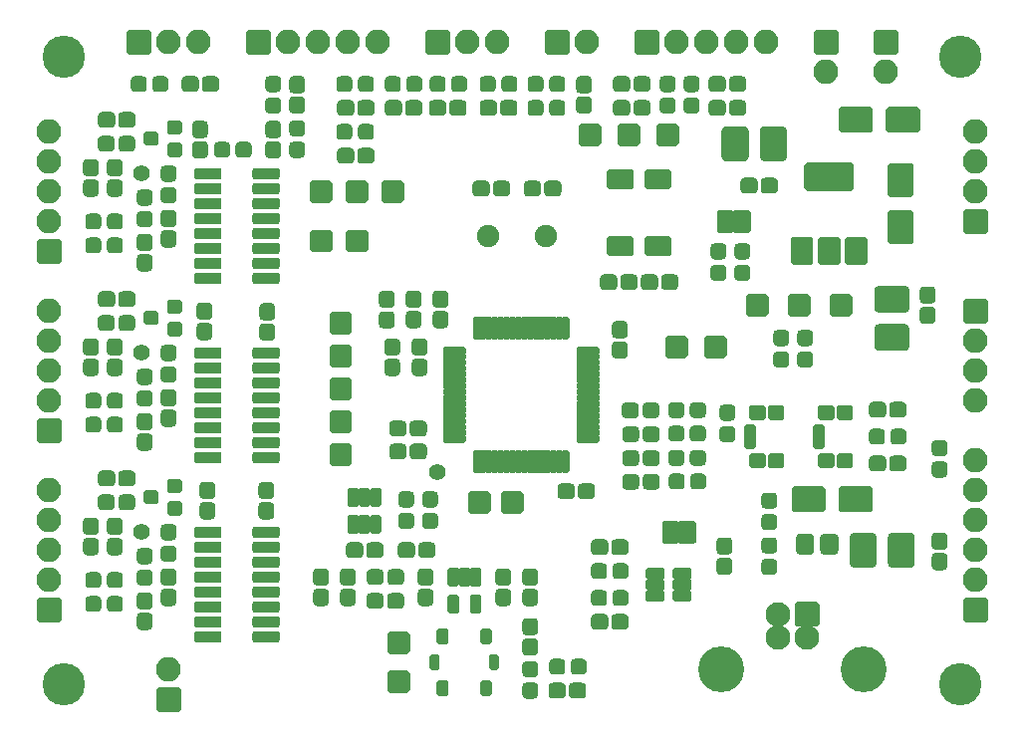
<source format=gts>
G04 #@! TF.GenerationSoftware,KiCad,Pcbnew,(5.1.9)-1*
G04 #@! TF.CreationDate,2021-05-26T18:29:59+02:00*
G04 #@! TF.ProjectId,thrust_v2,74687275-7374-45f7-9632-2e6b69636164,2.0.3*
G04 #@! TF.SameCoordinates,Original*
G04 #@! TF.FileFunction,Soldermask,Top*
G04 #@! TF.FilePolarity,Negative*
%FSLAX46Y46*%
G04 Gerber Fmt 4.6, Leading zero omitted, Abs format (unit mm)*
G04 Created by KiCad (PCBNEW (5.1.9)-1) date 2021-05-26 18:29:59*
%MOMM*%
%LPD*%
G01*
G04 APERTURE LIST*
%ADD10C,1.400000*%
%ADD11C,3.900000*%
%ADD12C,2.100000*%
%ADD13O,2.100000X2.100000*%
%ADD14C,0.100000*%
%ADD15C,1.900000*%
%ADD16C,3.600000*%
G04 APERTURE END LIST*
G36*
G01*
X139766000Y-108446000D02*
X139766000Y-106946000D01*
G75*
G02*
X139966000Y-106746000I200000J0D01*
G01*
X141466000Y-106746000D01*
G75*
G02*
X141666000Y-106946000I0J-200000D01*
G01*
X141666000Y-108446000D01*
G75*
G02*
X141466000Y-108646000I-200000J0D01*
G01*
X139966000Y-108646000D01*
G75*
G02*
X139766000Y-108446000I0J200000D01*
G01*
G37*
D10*
X137160000Y-105156000D03*
G36*
G01*
X140063000Y-115546000D02*
X140729000Y-115546000D01*
G75*
G02*
X140896000Y-115713000I0J-167000D01*
G01*
X140896000Y-116979000D01*
G75*
G02*
X140729000Y-117146000I-167000J0D01*
G01*
X140063000Y-117146000D01*
G75*
G02*
X139896000Y-116979000I0J167000D01*
G01*
X139896000Y-115713000D01*
G75*
G02*
X140063000Y-115546000I167000J0D01*
G01*
G37*
G36*
G01*
X138163000Y-115546000D02*
X138829000Y-115546000D01*
G75*
G02*
X138996000Y-115713000I0J-167000D01*
G01*
X138996000Y-116979000D01*
G75*
G02*
X138829000Y-117146000I-167000J0D01*
G01*
X138163000Y-117146000D01*
G75*
G02*
X137996000Y-116979000I0J167000D01*
G01*
X137996000Y-115713000D01*
G75*
G02*
X138163000Y-115546000I167000J0D01*
G01*
G37*
G36*
G01*
X138163000Y-113246000D02*
X138829000Y-113246000D01*
G75*
G02*
X138996000Y-113413000I0J-167000D01*
G01*
X138996000Y-114679000D01*
G75*
G02*
X138829000Y-114846000I-167000J0D01*
G01*
X138163000Y-114846000D01*
G75*
G02*
X137996000Y-114679000I0J167000D01*
G01*
X137996000Y-113413000D01*
G75*
G02*
X138163000Y-113246000I167000J0D01*
G01*
G37*
G36*
G01*
X139113000Y-113246000D02*
X139779000Y-113246000D01*
G75*
G02*
X139946000Y-113413000I0J-167000D01*
G01*
X139946000Y-114679000D01*
G75*
G02*
X139779000Y-114846000I-167000J0D01*
G01*
X139113000Y-114846000D01*
G75*
G02*
X138946000Y-114679000I0J167000D01*
G01*
X138946000Y-113413000D01*
G75*
G02*
X139113000Y-113246000I167000J0D01*
G01*
G37*
G36*
G01*
X140063000Y-113246000D02*
X140729000Y-113246000D01*
G75*
G02*
X140896000Y-113413000I0J-167000D01*
G01*
X140896000Y-114679000D01*
G75*
G02*
X140729000Y-114846000I-167000J0D01*
G01*
X140063000Y-114846000D01*
G75*
G02*
X139896000Y-114679000I0J167000D01*
G01*
X139896000Y-113413000D01*
G75*
G02*
X140063000Y-113246000I167000J0D01*
G01*
G37*
G36*
G01*
X130604000Y-108765000D02*
X131270000Y-108765000D01*
G75*
G02*
X131437000Y-108932000I0J-167000D01*
G01*
X131437000Y-110198000D01*
G75*
G02*
X131270000Y-110365000I-167000J0D01*
G01*
X130604000Y-110365000D01*
G75*
G02*
X130437000Y-110198000I0J167000D01*
G01*
X130437000Y-108932000D01*
G75*
G02*
X130604000Y-108765000I167000J0D01*
G01*
G37*
G36*
G01*
X131554000Y-108765000D02*
X132220000Y-108765000D01*
G75*
G02*
X132387000Y-108932000I0J-167000D01*
G01*
X132387000Y-110198000D01*
G75*
G02*
X132220000Y-110365000I-167000J0D01*
G01*
X131554000Y-110365000D01*
G75*
G02*
X131387000Y-110198000I0J167000D01*
G01*
X131387000Y-108932000D01*
G75*
G02*
X131554000Y-108765000I167000J0D01*
G01*
G37*
G36*
G01*
X129654000Y-108765000D02*
X130320000Y-108765000D01*
G75*
G02*
X130487000Y-108932000I0J-167000D01*
G01*
X130487000Y-110198000D01*
G75*
G02*
X130320000Y-110365000I-167000J0D01*
G01*
X129654000Y-110365000D01*
G75*
G02*
X129487000Y-110198000I0J167000D01*
G01*
X129487000Y-108932000D01*
G75*
G02*
X129654000Y-108765000I167000J0D01*
G01*
G37*
G36*
G01*
X129654000Y-106465000D02*
X130320000Y-106465000D01*
G75*
G02*
X130487000Y-106632000I0J-167000D01*
G01*
X130487000Y-107898000D01*
G75*
G02*
X130320000Y-108065000I-167000J0D01*
G01*
X129654000Y-108065000D01*
G75*
G02*
X129487000Y-107898000I0J167000D01*
G01*
X129487000Y-106632000D01*
G75*
G02*
X129654000Y-106465000I167000J0D01*
G01*
G37*
G36*
G01*
X130604000Y-106465000D02*
X131270000Y-106465000D01*
G75*
G02*
X131437000Y-106632000I0J-167000D01*
G01*
X131437000Y-107898000D01*
G75*
G02*
X131270000Y-108065000I-167000J0D01*
G01*
X130604000Y-108065000D01*
G75*
G02*
X130437000Y-107898000I0J167000D01*
G01*
X130437000Y-106632000D01*
G75*
G02*
X130604000Y-106465000I167000J0D01*
G01*
G37*
G36*
G01*
X131554000Y-106465000D02*
X132220000Y-106465000D01*
G75*
G02*
X132387000Y-106632000I0J-167000D01*
G01*
X132387000Y-107898000D01*
G75*
G02*
X132220000Y-108065000I-167000J0D01*
G01*
X131554000Y-108065000D01*
G75*
G02*
X131387000Y-107898000I0J167000D01*
G01*
X131387000Y-106632000D01*
G75*
G02*
X131554000Y-106465000I167000J0D01*
G01*
G37*
G36*
G01*
X157152000Y-115039400D02*
X157152000Y-114373400D01*
G75*
G02*
X157319000Y-114206400I167000J0D01*
G01*
X158585000Y-114206400D01*
G75*
G02*
X158752000Y-114373400I0J-167000D01*
G01*
X158752000Y-115039400D01*
G75*
G02*
X158585000Y-115206400I-167000J0D01*
G01*
X157319000Y-115206400D01*
G75*
G02*
X157152000Y-115039400I0J167000D01*
G01*
G37*
G36*
G01*
X157152000Y-114089400D02*
X157152000Y-113423400D01*
G75*
G02*
X157319000Y-113256400I167000J0D01*
G01*
X158585000Y-113256400D01*
G75*
G02*
X158752000Y-113423400I0J-167000D01*
G01*
X158752000Y-114089400D01*
G75*
G02*
X158585000Y-114256400I-167000J0D01*
G01*
X157319000Y-114256400D01*
G75*
G02*
X157152000Y-114089400I0J167000D01*
G01*
G37*
G36*
G01*
X157152000Y-115989400D02*
X157152000Y-115323400D01*
G75*
G02*
X157319000Y-115156400I167000J0D01*
G01*
X158585000Y-115156400D01*
G75*
G02*
X158752000Y-115323400I0J-167000D01*
G01*
X158752000Y-115989400D01*
G75*
G02*
X158585000Y-116156400I-167000J0D01*
G01*
X157319000Y-116156400D01*
G75*
G02*
X157152000Y-115989400I0J167000D01*
G01*
G37*
G36*
G01*
X154852000Y-115989400D02*
X154852000Y-115323400D01*
G75*
G02*
X155019000Y-115156400I167000J0D01*
G01*
X156285000Y-115156400D01*
G75*
G02*
X156452000Y-115323400I0J-167000D01*
G01*
X156452000Y-115989400D01*
G75*
G02*
X156285000Y-116156400I-167000J0D01*
G01*
X155019000Y-116156400D01*
G75*
G02*
X154852000Y-115989400I0J167000D01*
G01*
G37*
G36*
G01*
X154852000Y-115039400D02*
X154852000Y-114373400D01*
G75*
G02*
X155019000Y-114206400I167000J0D01*
G01*
X156285000Y-114206400D01*
G75*
G02*
X156452000Y-114373400I0J-167000D01*
G01*
X156452000Y-115039400D01*
G75*
G02*
X156285000Y-115206400I-167000J0D01*
G01*
X155019000Y-115206400D01*
G75*
G02*
X154852000Y-115039400I0J167000D01*
G01*
G37*
G36*
G01*
X154852000Y-114089400D02*
X154852000Y-113423400D01*
G75*
G02*
X155019000Y-113256400I167000J0D01*
G01*
X156285000Y-113256400D01*
G75*
G02*
X156452000Y-113423400I0J-167000D01*
G01*
X156452000Y-114089400D01*
G75*
G02*
X156285000Y-114256400I-167000J0D01*
G01*
X155019000Y-114256400D01*
G75*
G02*
X154852000Y-114089400I0J167000D01*
G01*
G37*
G36*
G01*
X175428000Y-112875900D02*
X175428000Y-110644100D01*
G75*
G02*
X175812100Y-110260000I384100J0D01*
G01*
X177343900Y-110260000D01*
G75*
G02*
X177728000Y-110644100I0J-384100D01*
G01*
X177728000Y-112875900D01*
G75*
G02*
X177343900Y-113260000I-384100J0D01*
G01*
X175812100Y-113260000D01*
G75*
G02*
X175428000Y-112875900I0J384100D01*
G01*
G37*
G36*
G01*
X172178000Y-112875900D02*
X172178000Y-110644100D01*
G75*
G02*
X172562100Y-110260000I384100J0D01*
G01*
X174093900Y-110260000D01*
G75*
G02*
X174478000Y-110644100I0J-384100D01*
G01*
X174478000Y-112875900D01*
G75*
G02*
X174093900Y-113260000I-384100J0D01*
G01*
X172562100Y-113260000D01*
G75*
G02*
X172178000Y-112875900I0J384100D01*
G01*
G37*
G36*
G01*
X163595500Y-76100100D02*
X163595500Y-78331900D01*
G75*
G02*
X163211400Y-78716000I-384100J0D01*
G01*
X161679600Y-78716000D01*
G75*
G02*
X161295500Y-78331900I0J384100D01*
G01*
X161295500Y-76100100D01*
G75*
G02*
X161679600Y-75716000I384100J0D01*
G01*
X163211400Y-75716000D01*
G75*
G02*
X163595500Y-76100100I0J-384100D01*
G01*
G37*
G36*
G01*
X166845500Y-76100100D02*
X166845500Y-78331900D01*
G75*
G02*
X166461400Y-78716000I-384100J0D01*
G01*
X164929600Y-78716000D01*
G75*
G02*
X164545500Y-78331900I0J384100D01*
G01*
X164545500Y-76100100D01*
G75*
G02*
X164929600Y-75716000I384100J0D01*
G01*
X166461400Y-75716000D01*
G75*
G02*
X166845500Y-76100100I0J-384100D01*
G01*
G37*
G36*
G01*
X174652100Y-92524000D02*
X176883900Y-92524000D01*
G75*
G02*
X177268000Y-92908100I0J-384100D01*
G01*
X177268000Y-94439900D01*
G75*
G02*
X176883900Y-94824000I-384100J0D01*
G01*
X174652100Y-94824000D01*
G75*
G02*
X174268000Y-94439900I0J384100D01*
G01*
X174268000Y-92908100D01*
G75*
G02*
X174652100Y-92524000I384100J0D01*
G01*
G37*
G36*
G01*
X174652100Y-89274000D02*
X176883900Y-89274000D01*
G75*
G02*
X177268000Y-89658100I0J-384100D01*
G01*
X177268000Y-91189900D01*
G75*
G02*
X176883900Y-91574000I-384100J0D01*
G01*
X174652100Y-91574000D01*
G75*
G02*
X174268000Y-91189900I0J384100D01*
G01*
X174268000Y-89658100D01*
G75*
G02*
X174652100Y-89274000I384100J0D01*
G01*
G37*
G36*
G01*
X174170000Y-74284000D02*
X174170000Y-76084000D01*
G75*
G02*
X173970000Y-76284000I-200000J0D01*
G01*
X171470000Y-76284000D01*
G75*
G02*
X171270000Y-76084000I0J200000D01*
G01*
X171270000Y-74284000D01*
G75*
G02*
X171470000Y-74084000I200000J0D01*
G01*
X173970000Y-74084000D01*
G75*
G02*
X174170000Y-74284000I0J-200000D01*
G01*
G37*
G36*
G01*
X178170000Y-74284000D02*
X178170000Y-76084000D01*
G75*
G02*
X177970000Y-76284000I-200000J0D01*
G01*
X175470000Y-76284000D01*
G75*
G02*
X175270000Y-76084000I0J200000D01*
G01*
X175270000Y-74284000D01*
G75*
G02*
X175470000Y-74084000I200000J0D01*
G01*
X177970000Y-74084000D01*
G75*
G02*
X178170000Y-74284000I0J-200000D01*
G01*
G37*
G36*
G01*
X170138000Y-106542000D02*
X170138000Y-108342000D01*
G75*
G02*
X169938000Y-108542000I-200000J0D01*
G01*
X167438000Y-108542000D01*
G75*
G02*
X167238000Y-108342000I0J200000D01*
G01*
X167238000Y-106542000D01*
G75*
G02*
X167438000Y-106342000I200000J0D01*
G01*
X169938000Y-106342000D01*
G75*
G02*
X170138000Y-106542000I0J-200000D01*
G01*
G37*
G36*
G01*
X174138000Y-106542000D02*
X174138000Y-108342000D01*
G75*
G02*
X173938000Y-108542000I-200000J0D01*
G01*
X171438000Y-108542000D01*
G75*
G02*
X171238000Y-108342000I0J200000D01*
G01*
X171238000Y-106542000D01*
G75*
G02*
X171438000Y-106342000I200000J0D01*
G01*
X173938000Y-106342000D01*
G75*
G02*
X174138000Y-106542000I0J-200000D01*
G01*
G37*
G36*
G01*
X177430000Y-81746000D02*
X175630000Y-81746000D01*
G75*
G02*
X175430000Y-81546000I0J200000D01*
G01*
X175430000Y-79046000D01*
G75*
G02*
X175630000Y-78846000I200000J0D01*
G01*
X177430000Y-78846000D01*
G75*
G02*
X177630000Y-79046000I0J-200000D01*
G01*
X177630000Y-81546000D01*
G75*
G02*
X177430000Y-81746000I-200000J0D01*
G01*
G37*
G36*
G01*
X177430000Y-85746000D02*
X175630000Y-85746000D01*
G75*
G02*
X175430000Y-85546000I0J200000D01*
G01*
X175430000Y-83046000D01*
G75*
G02*
X175630000Y-82846000I200000J0D01*
G01*
X177430000Y-82846000D01*
G75*
G02*
X177630000Y-83046000I0J-200000D01*
G01*
X177630000Y-85546000D01*
G75*
G02*
X177430000Y-85746000I-200000J0D01*
G01*
G37*
G36*
G01*
X134037500Y-71798500D02*
X134037500Y-72473500D01*
G75*
G02*
X133700000Y-72811000I-337500J0D01*
G01*
X133000000Y-72811000D01*
G75*
G02*
X132662500Y-72473500I0J337500D01*
G01*
X132662500Y-71798500D01*
G75*
G02*
X133000000Y-71461000I337500J0D01*
G01*
X133700000Y-71461000D01*
G75*
G02*
X134037500Y-71798500I0J-337500D01*
G01*
G37*
G36*
G01*
X135862500Y-71798500D02*
X135862500Y-72473500D01*
G75*
G02*
X135525000Y-72811000I-337500J0D01*
G01*
X134825000Y-72811000D01*
G75*
G02*
X134487500Y-72473500I0J337500D01*
G01*
X134487500Y-71798500D01*
G75*
G02*
X134825000Y-71461000I337500J0D01*
G01*
X135525000Y-71461000D01*
G75*
G02*
X135862500Y-71798500I0J-337500D01*
G01*
G37*
G36*
G01*
X138297500Y-72473500D02*
X138297500Y-71798500D01*
G75*
G02*
X138635000Y-71461000I337500J0D01*
G01*
X139335000Y-71461000D01*
G75*
G02*
X139672500Y-71798500I0J-337500D01*
G01*
X139672500Y-72473500D01*
G75*
G02*
X139335000Y-72811000I-337500J0D01*
G01*
X138635000Y-72811000D01*
G75*
G02*
X138297500Y-72473500I0J337500D01*
G01*
G37*
G36*
G01*
X136472500Y-72473500D02*
X136472500Y-71798500D01*
G75*
G02*
X136810000Y-71461000I337500J0D01*
G01*
X137510000Y-71461000D01*
G75*
G02*
X137847500Y-71798500I0J-337500D01*
G01*
X137847500Y-72473500D01*
G75*
G02*
X137510000Y-72811000I-337500J0D01*
G01*
X136810000Y-72811000D01*
G75*
G02*
X136472500Y-72473500I0J337500D01*
G01*
G37*
G36*
G01*
X134390500Y-74505500D02*
X134390500Y-73830500D01*
G75*
G02*
X134728000Y-73493000I337500J0D01*
G01*
X135528000Y-73493000D01*
G75*
G02*
X135865500Y-73830500I0J-337500D01*
G01*
X135865500Y-74505500D01*
G75*
G02*
X135528000Y-74843000I-337500J0D01*
G01*
X134728000Y-74843000D01*
G75*
G02*
X134390500Y-74505500I0J337500D01*
G01*
G37*
G36*
G01*
X132665500Y-74505500D02*
X132665500Y-73830500D01*
G75*
G02*
X133003000Y-73493000I337500J0D01*
G01*
X133803000Y-73493000D01*
G75*
G02*
X134140500Y-73830500I0J-337500D01*
G01*
X134140500Y-74505500D01*
G75*
G02*
X133803000Y-74843000I-337500J0D01*
G01*
X133003000Y-74843000D01*
G75*
G02*
X132665500Y-74505500I0J337500D01*
G01*
G37*
G36*
G01*
X137897500Y-73830500D02*
X137897500Y-74505500D01*
G75*
G02*
X137560000Y-74843000I-337500J0D01*
G01*
X136760000Y-74843000D01*
G75*
G02*
X136422500Y-74505500I0J337500D01*
G01*
X136422500Y-73830500D01*
G75*
G02*
X136760000Y-73493000I337500J0D01*
G01*
X137560000Y-73493000D01*
G75*
G02*
X137897500Y-73830500I0J-337500D01*
G01*
G37*
G36*
G01*
X139622500Y-73830500D02*
X139622500Y-74505500D01*
G75*
G02*
X139285000Y-74843000I-337500J0D01*
G01*
X138485000Y-74843000D01*
G75*
G02*
X138147500Y-74505500I0J337500D01*
G01*
X138147500Y-73830500D01*
G75*
G02*
X138485000Y-73493000I337500J0D01*
G01*
X139285000Y-73493000D01*
G75*
G02*
X139622500Y-73830500I0J-337500D01*
G01*
G37*
G36*
G01*
X134830500Y-108129500D02*
X134155500Y-108129500D01*
G75*
G02*
X133818000Y-107792000I0J337500D01*
G01*
X133818000Y-107092000D01*
G75*
G02*
X134155500Y-106754500I337500J0D01*
G01*
X134830500Y-106754500D01*
G75*
G02*
X135168000Y-107092000I0J-337500D01*
G01*
X135168000Y-107792000D01*
G75*
G02*
X134830500Y-108129500I-337500J0D01*
G01*
G37*
G36*
G01*
X134830500Y-109954500D02*
X134155500Y-109954500D01*
G75*
G02*
X133818000Y-109617000I0J337500D01*
G01*
X133818000Y-108917000D01*
G75*
G02*
X134155500Y-108579500I337500J0D01*
G01*
X134830500Y-108579500D01*
G75*
G02*
X135168000Y-108917000I0J-337500D01*
G01*
X135168000Y-109617000D01*
G75*
G02*
X134830500Y-109954500I-337500J0D01*
G01*
G37*
G36*
G01*
X136862500Y-108129500D02*
X136187500Y-108129500D01*
G75*
G02*
X135850000Y-107792000I0J337500D01*
G01*
X135850000Y-107092000D01*
G75*
G02*
X136187500Y-106754500I337500J0D01*
G01*
X136862500Y-106754500D01*
G75*
G02*
X137200000Y-107092000I0J-337500D01*
G01*
X137200000Y-107792000D01*
G75*
G02*
X136862500Y-108129500I-337500J0D01*
G01*
G37*
G36*
G01*
X136862500Y-109954500D02*
X136187500Y-109954500D01*
G75*
G02*
X135850000Y-109617000I0J337500D01*
G01*
X135850000Y-108917000D01*
G75*
G02*
X136187500Y-108579500I337500J0D01*
G01*
X136862500Y-108579500D01*
G75*
G02*
X137200000Y-108917000I0J-337500D01*
G01*
X137200000Y-109617000D01*
G75*
G02*
X136862500Y-109954500I-337500J0D01*
G01*
G37*
G36*
G01*
X135257000Y-111422500D02*
X135257000Y-112097500D01*
G75*
G02*
X134919500Y-112435000I-337500J0D01*
G01*
X134119500Y-112435000D01*
G75*
G02*
X133782000Y-112097500I0J337500D01*
G01*
X133782000Y-111422500D01*
G75*
G02*
X134119500Y-111085000I337500J0D01*
G01*
X134919500Y-111085000D01*
G75*
G02*
X135257000Y-111422500I0J-337500D01*
G01*
G37*
G36*
G01*
X136982000Y-111422500D02*
X136982000Y-112097500D01*
G75*
G02*
X136644500Y-112435000I-337500J0D01*
G01*
X135844500Y-112435000D01*
G75*
G02*
X135507000Y-112097500I0J337500D01*
G01*
X135507000Y-111422500D01*
G75*
G02*
X135844500Y-111085000I337500J0D01*
G01*
X136644500Y-111085000D01*
G75*
G02*
X136982000Y-111422500I0J-337500D01*
G01*
G37*
D11*
X161290000Y-121920000D03*
X173330000Y-121920000D03*
D12*
X168560000Y-119210000D03*
X166060000Y-119210000D03*
X166060000Y-117210000D03*
G36*
G01*
X167710000Y-116160000D02*
X169410000Y-116160000D01*
G75*
G02*
X169610000Y-116360000I0J-200000D01*
G01*
X169610000Y-118060000D01*
G75*
G02*
X169410000Y-118260000I-200000J0D01*
G01*
X167710000Y-118260000D01*
G75*
G02*
X167510000Y-118060000I0J200000D01*
G01*
X167510000Y-116360000D01*
G75*
G02*
X167710000Y-116160000I200000J0D01*
G01*
G37*
G36*
G01*
X153654800Y-81078200D02*
X151754800Y-81078200D01*
G75*
G02*
X151554800Y-80878200I0J200000D01*
G01*
X151554800Y-79578200D01*
G75*
G02*
X151754800Y-79378200I200000J0D01*
G01*
X153654800Y-79378200D01*
G75*
G02*
X153854800Y-79578200I0J-200000D01*
G01*
X153854800Y-80878200D01*
G75*
G02*
X153654800Y-81078200I-200000J0D01*
G01*
G37*
G36*
G01*
X153654800Y-86778200D02*
X151754800Y-86778200D01*
G75*
G02*
X151554800Y-86578200I0J200000D01*
G01*
X151554800Y-85278200D01*
G75*
G02*
X151754800Y-85078200I200000J0D01*
G01*
X153654800Y-85078200D01*
G75*
G02*
X153854800Y-85278200I0J-200000D01*
G01*
X153854800Y-86578200D01*
G75*
G02*
X153654800Y-86778200I-200000J0D01*
G01*
G37*
G36*
G01*
X156854800Y-81078200D02*
X154954800Y-81078200D01*
G75*
G02*
X154754800Y-80878200I0J200000D01*
G01*
X154754800Y-79578200D01*
G75*
G02*
X154954800Y-79378200I200000J0D01*
G01*
X156854800Y-79378200D01*
G75*
G02*
X157054800Y-79578200I0J-200000D01*
G01*
X157054800Y-80878200D01*
G75*
G02*
X156854800Y-81078200I-200000J0D01*
G01*
G37*
G36*
G01*
X156854800Y-86778200D02*
X154954800Y-86778200D01*
G75*
G02*
X154754800Y-86578200I0J200000D01*
G01*
X154754800Y-85278200D01*
G75*
G02*
X154954800Y-85078200I200000J0D01*
G01*
X156854800Y-85078200D01*
G75*
G02*
X157054800Y-85278200I0J-200000D01*
G01*
X157054800Y-86578200D01*
G75*
G02*
X156854800Y-86778200I-200000J0D01*
G01*
G37*
G36*
G01*
X169830000Y-103158000D02*
X169280000Y-103158000D01*
G75*
G02*
X169080000Y-102958000I0J200000D01*
G01*
X169080000Y-101258000D01*
G75*
G02*
X169280000Y-101058000I200000J0D01*
G01*
X169830000Y-101058000D01*
G75*
G02*
X170030000Y-101258000I0J-200000D01*
G01*
X170030000Y-102958000D01*
G75*
G02*
X169830000Y-103158000I-200000J0D01*
G01*
G37*
G36*
G01*
X170680000Y-104808000D02*
X169680000Y-104808000D01*
G75*
G02*
X169480000Y-104608000I0J200000D01*
G01*
X169480000Y-103708000D01*
G75*
G02*
X169680000Y-103508000I200000J0D01*
G01*
X170680000Y-103508000D01*
G75*
G02*
X170880000Y-103708000I0J-200000D01*
G01*
X170880000Y-104608000D01*
G75*
G02*
X170680000Y-104808000I-200000J0D01*
G01*
G37*
G36*
G01*
X172280000Y-104808000D02*
X171280000Y-104808000D01*
G75*
G02*
X171080000Y-104608000I0J200000D01*
G01*
X171080000Y-103708000D01*
G75*
G02*
X171280000Y-103508000I200000J0D01*
G01*
X172280000Y-103508000D01*
G75*
G02*
X172480000Y-103708000I0J-200000D01*
G01*
X172480000Y-104608000D01*
G75*
G02*
X172280000Y-104808000I-200000J0D01*
G01*
G37*
G36*
G01*
X170680000Y-100708000D02*
X169680000Y-100708000D01*
G75*
G02*
X169480000Y-100508000I0J200000D01*
G01*
X169480000Y-99608000D01*
G75*
G02*
X169680000Y-99408000I200000J0D01*
G01*
X170680000Y-99408000D01*
G75*
G02*
X170880000Y-99608000I0J-200000D01*
G01*
X170880000Y-100508000D01*
G75*
G02*
X170680000Y-100708000I-200000J0D01*
G01*
G37*
G36*
G01*
X172280000Y-100708000D02*
X171280000Y-100708000D01*
G75*
G02*
X171080000Y-100508000I0J200000D01*
G01*
X171080000Y-99608000D01*
G75*
G02*
X171280000Y-99408000I200000J0D01*
G01*
X172280000Y-99408000D01*
G75*
G02*
X172480000Y-99608000I0J-200000D01*
G01*
X172480000Y-100508000D01*
G75*
G02*
X172280000Y-100708000I-200000J0D01*
G01*
G37*
G36*
G01*
X163988000Y-103158000D02*
X163438000Y-103158000D01*
G75*
G02*
X163238000Y-102958000I0J200000D01*
G01*
X163238000Y-101258000D01*
G75*
G02*
X163438000Y-101058000I200000J0D01*
G01*
X163988000Y-101058000D01*
G75*
G02*
X164188000Y-101258000I0J-200000D01*
G01*
X164188000Y-102958000D01*
G75*
G02*
X163988000Y-103158000I-200000J0D01*
G01*
G37*
G36*
G01*
X164838000Y-104808000D02*
X163838000Y-104808000D01*
G75*
G02*
X163638000Y-104608000I0J200000D01*
G01*
X163638000Y-103708000D01*
G75*
G02*
X163838000Y-103508000I200000J0D01*
G01*
X164838000Y-103508000D01*
G75*
G02*
X165038000Y-103708000I0J-200000D01*
G01*
X165038000Y-104608000D01*
G75*
G02*
X164838000Y-104808000I-200000J0D01*
G01*
G37*
G36*
G01*
X166438000Y-104808000D02*
X165438000Y-104808000D01*
G75*
G02*
X165238000Y-104608000I0J200000D01*
G01*
X165238000Y-103708000D01*
G75*
G02*
X165438000Y-103508000I200000J0D01*
G01*
X166438000Y-103508000D01*
G75*
G02*
X166638000Y-103708000I0J-200000D01*
G01*
X166638000Y-104608000D01*
G75*
G02*
X166438000Y-104808000I-200000J0D01*
G01*
G37*
G36*
G01*
X164838000Y-100708000D02*
X163838000Y-100708000D01*
G75*
G02*
X163638000Y-100508000I0J200000D01*
G01*
X163638000Y-99608000D01*
G75*
G02*
X163838000Y-99408000I200000J0D01*
G01*
X164838000Y-99408000D01*
G75*
G02*
X165038000Y-99608000I0J-200000D01*
G01*
X165038000Y-100508000D01*
G75*
G02*
X164838000Y-100708000I-200000J0D01*
G01*
G37*
G36*
G01*
X166438000Y-100708000D02*
X165438000Y-100708000D01*
G75*
G02*
X165238000Y-100508000I0J200000D01*
G01*
X165238000Y-99608000D01*
G75*
G02*
X165438000Y-99408000I200000J0D01*
G01*
X166438000Y-99408000D01*
G75*
G02*
X166638000Y-99608000I0J-200000D01*
G01*
X166638000Y-100508000D01*
G75*
G02*
X166438000Y-100708000I-200000J0D01*
G01*
G37*
G36*
G01*
X141531000Y-121785000D02*
X141531000Y-120785000D01*
G75*
G02*
X141731000Y-120585000I200000J0D01*
G01*
X142181000Y-120585000D01*
G75*
G02*
X142381000Y-120785000I0J-200000D01*
G01*
X142381000Y-121785000D01*
G75*
G02*
X142181000Y-121985000I-200000J0D01*
G01*
X141731000Y-121985000D01*
G75*
G02*
X141531000Y-121785000I0J200000D01*
G01*
G37*
G36*
G01*
X136481000Y-121785000D02*
X136481000Y-120785000D01*
G75*
G02*
X136681000Y-120585000I200000J0D01*
G01*
X137131000Y-120585000D01*
G75*
G02*
X137331000Y-120785000I0J-200000D01*
G01*
X137331000Y-121785000D01*
G75*
G02*
X137131000Y-121985000I-200000J0D01*
G01*
X136681000Y-121985000D01*
G75*
G02*
X136481000Y-121785000I0J200000D01*
G01*
G37*
G36*
G01*
X140781000Y-123985000D02*
X140781000Y-122985000D01*
G75*
G02*
X140981000Y-122785000I200000J0D01*
G01*
X141581000Y-122785000D01*
G75*
G02*
X141781000Y-122985000I0J-200000D01*
G01*
X141781000Y-123985000D01*
G75*
G02*
X141581000Y-124185000I-200000J0D01*
G01*
X140981000Y-124185000D01*
G75*
G02*
X140781000Y-123985000I0J200000D01*
G01*
G37*
G36*
G01*
X140781000Y-119585000D02*
X140781000Y-118585000D01*
G75*
G02*
X140981000Y-118385000I200000J0D01*
G01*
X141581000Y-118385000D01*
G75*
G02*
X141781000Y-118585000I0J-200000D01*
G01*
X141781000Y-119585000D01*
G75*
G02*
X141581000Y-119785000I-200000J0D01*
G01*
X140981000Y-119785000D01*
G75*
G02*
X140781000Y-119585000I0J200000D01*
G01*
G37*
G36*
G01*
X137081000Y-119585000D02*
X137081000Y-118585000D01*
G75*
G02*
X137281000Y-118385000I200000J0D01*
G01*
X137881000Y-118385000D01*
G75*
G02*
X138081000Y-118585000I0J-200000D01*
G01*
X138081000Y-119585000D01*
G75*
G02*
X137881000Y-119785000I-200000J0D01*
G01*
X137281000Y-119785000D01*
G75*
G02*
X137081000Y-119585000I0J200000D01*
G01*
G37*
G36*
G01*
X137081000Y-123985000D02*
X137081000Y-122985000D01*
G75*
G02*
X137281000Y-122785000I200000J0D01*
G01*
X137881000Y-122785000D01*
G75*
G02*
X138081000Y-122985000I0J-200000D01*
G01*
X138081000Y-123985000D01*
G75*
G02*
X137881000Y-124185000I-200000J0D01*
G01*
X137281000Y-124185000D01*
G75*
G02*
X137081000Y-123985000I0J200000D01*
G01*
G37*
G36*
G01*
X121402000Y-110486000D02*
X121402000Y-109986000D01*
G75*
G02*
X121652000Y-109736000I250000J0D01*
G01*
X123502000Y-109736000D01*
G75*
G02*
X123752000Y-109986000I0J-250000D01*
G01*
X123752000Y-110486000D01*
G75*
G02*
X123502000Y-110736000I-250000J0D01*
G01*
X121652000Y-110736000D01*
G75*
G02*
X121402000Y-110486000I0J250000D01*
G01*
G37*
G36*
G01*
X121402000Y-111756000D02*
X121402000Y-111256000D01*
G75*
G02*
X121652000Y-111006000I250000J0D01*
G01*
X123502000Y-111006000D01*
G75*
G02*
X123752000Y-111256000I0J-250000D01*
G01*
X123752000Y-111756000D01*
G75*
G02*
X123502000Y-112006000I-250000J0D01*
G01*
X121652000Y-112006000D01*
G75*
G02*
X121402000Y-111756000I0J250000D01*
G01*
G37*
G36*
G01*
X121402000Y-113026000D02*
X121402000Y-112526000D01*
G75*
G02*
X121652000Y-112276000I250000J0D01*
G01*
X123502000Y-112276000D01*
G75*
G02*
X123752000Y-112526000I0J-250000D01*
G01*
X123752000Y-113026000D01*
G75*
G02*
X123502000Y-113276000I-250000J0D01*
G01*
X121652000Y-113276000D01*
G75*
G02*
X121402000Y-113026000I0J250000D01*
G01*
G37*
G36*
G01*
X121402000Y-114296000D02*
X121402000Y-113796000D01*
G75*
G02*
X121652000Y-113546000I250000J0D01*
G01*
X123502000Y-113546000D01*
G75*
G02*
X123752000Y-113796000I0J-250000D01*
G01*
X123752000Y-114296000D01*
G75*
G02*
X123502000Y-114546000I-250000J0D01*
G01*
X121652000Y-114546000D01*
G75*
G02*
X121402000Y-114296000I0J250000D01*
G01*
G37*
G36*
G01*
X121402000Y-115566000D02*
X121402000Y-115066000D01*
G75*
G02*
X121652000Y-114816000I250000J0D01*
G01*
X123502000Y-114816000D01*
G75*
G02*
X123752000Y-115066000I0J-250000D01*
G01*
X123752000Y-115566000D01*
G75*
G02*
X123502000Y-115816000I-250000J0D01*
G01*
X121652000Y-115816000D01*
G75*
G02*
X121402000Y-115566000I0J250000D01*
G01*
G37*
G36*
G01*
X121402000Y-116836000D02*
X121402000Y-116336000D01*
G75*
G02*
X121652000Y-116086000I250000J0D01*
G01*
X123502000Y-116086000D01*
G75*
G02*
X123752000Y-116336000I0J-250000D01*
G01*
X123752000Y-116836000D01*
G75*
G02*
X123502000Y-117086000I-250000J0D01*
G01*
X121652000Y-117086000D01*
G75*
G02*
X121402000Y-116836000I0J250000D01*
G01*
G37*
G36*
G01*
X121402000Y-118106000D02*
X121402000Y-117606000D01*
G75*
G02*
X121652000Y-117356000I250000J0D01*
G01*
X123502000Y-117356000D01*
G75*
G02*
X123752000Y-117606000I0J-250000D01*
G01*
X123752000Y-118106000D01*
G75*
G02*
X123502000Y-118356000I-250000J0D01*
G01*
X121652000Y-118356000D01*
G75*
G02*
X121402000Y-118106000I0J250000D01*
G01*
G37*
G36*
G01*
X121402000Y-119376000D02*
X121402000Y-118876000D01*
G75*
G02*
X121652000Y-118626000I250000J0D01*
G01*
X123502000Y-118626000D01*
G75*
G02*
X123752000Y-118876000I0J-250000D01*
G01*
X123752000Y-119376000D01*
G75*
G02*
X123502000Y-119626000I-250000J0D01*
G01*
X121652000Y-119626000D01*
G75*
G02*
X121402000Y-119376000I0J250000D01*
G01*
G37*
G36*
G01*
X116452000Y-119376000D02*
X116452000Y-118876000D01*
G75*
G02*
X116702000Y-118626000I250000J0D01*
G01*
X118552000Y-118626000D01*
G75*
G02*
X118802000Y-118876000I0J-250000D01*
G01*
X118802000Y-119376000D01*
G75*
G02*
X118552000Y-119626000I-250000J0D01*
G01*
X116702000Y-119626000D01*
G75*
G02*
X116452000Y-119376000I0J250000D01*
G01*
G37*
G36*
G01*
X116452000Y-118106000D02*
X116452000Y-117606000D01*
G75*
G02*
X116702000Y-117356000I250000J0D01*
G01*
X118552000Y-117356000D01*
G75*
G02*
X118802000Y-117606000I0J-250000D01*
G01*
X118802000Y-118106000D01*
G75*
G02*
X118552000Y-118356000I-250000J0D01*
G01*
X116702000Y-118356000D01*
G75*
G02*
X116452000Y-118106000I0J250000D01*
G01*
G37*
G36*
G01*
X116452000Y-116836000D02*
X116452000Y-116336000D01*
G75*
G02*
X116702000Y-116086000I250000J0D01*
G01*
X118552000Y-116086000D01*
G75*
G02*
X118802000Y-116336000I0J-250000D01*
G01*
X118802000Y-116836000D01*
G75*
G02*
X118552000Y-117086000I-250000J0D01*
G01*
X116702000Y-117086000D01*
G75*
G02*
X116452000Y-116836000I0J250000D01*
G01*
G37*
G36*
G01*
X116452000Y-115566000D02*
X116452000Y-115066000D01*
G75*
G02*
X116702000Y-114816000I250000J0D01*
G01*
X118552000Y-114816000D01*
G75*
G02*
X118802000Y-115066000I0J-250000D01*
G01*
X118802000Y-115566000D01*
G75*
G02*
X118552000Y-115816000I-250000J0D01*
G01*
X116702000Y-115816000D01*
G75*
G02*
X116452000Y-115566000I0J250000D01*
G01*
G37*
G36*
G01*
X116452000Y-114296000D02*
X116452000Y-113796000D01*
G75*
G02*
X116702000Y-113546000I250000J0D01*
G01*
X118552000Y-113546000D01*
G75*
G02*
X118802000Y-113796000I0J-250000D01*
G01*
X118802000Y-114296000D01*
G75*
G02*
X118552000Y-114546000I-250000J0D01*
G01*
X116702000Y-114546000D01*
G75*
G02*
X116452000Y-114296000I0J250000D01*
G01*
G37*
G36*
G01*
X116452000Y-113026000D02*
X116452000Y-112526000D01*
G75*
G02*
X116702000Y-112276000I250000J0D01*
G01*
X118552000Y-112276000D01*
G75*
G02*
X118802000Y-112526000I0J-250000D01*
G01*
X118802000Y-113026000D01*
G75*
G02*
X118552000Y-113276000I-250000J0D01*
G01*
X116702000Y-113276000D01*
G75*
G02*
X116452000Y-113026000I0J250000D01*
G01*
G37*
G36*
G01*
X116452000Y-111756000D02*
X116452000Y-111256000D01*
G75*
G02*
X116702000Y-111006000I250000J0D01*
G01*
X118552000Y-111006000D01*
G75*
G02*
X118802000Y-111256000I0J-250000D01*
G01*
X118802000Y-111756000D01*
G75*
G02*
X118552000Y-112006000I-250000J0D01*
G01*
X116702000Y-112006000D01*
G75*
G02*
X116452000Y-111756000I0J250000D01*
G01*
G37*
G36*
G01*
X116452000Y-110486000D02*
X116452000Y-109986000D01*
G75*
G02*
X116702000Y-109736000I250000J0D01*
G01*
X118552000Y-109736000D01*
G75*
G02*
X118802000Y-109986000I0J-250000D01*
G01*
X118802000Y-110486000D01*
G75*
G02*
X118552000Y-110736000I-250000J0D01*
G01*
X116702000Y-110736000D01*
G75*
G02*
X116452000Y-110486000I0J250000D01*
G01*
G37*
G36*
G01*
X121402000Y-80006000D02*
X121402000Y-79506000D01*
G75*
G02*
X121652000Y-79256000I250000J0D01*
G01*
X123502000Y-79256000D01*
G75*
G02*
X123752000Y-79506000I0J-250000D01*
G01*
X123752000Y-80006000D01*
G75*
G02*
X123502000Y-80256000I-250000J0D01*
G01*
X121652000Y-80256000D01*
G75*
G02*
X121402000Y-80006000I0J250000D01*
G01*
G37*
G36*
G01*
X121402000Y-81276000D02*
X121402000Y-80776000D01*
G75*
G02*
X121652000Y-80526000I250000J0D01*
G01*
X123502000Y-80526000D01*
G75*
G02*
X123752000Y-80776000I0J-250000D01*
G01*
X123752000Y-81276000D01*
G75*
G02*
X123502000Y-81526000I-250000J0D01*
G01*
X121652000Y-81526000D01*
G75*
G02*
X121402000Y-81276000I0J250000D01*
G01*
G37*
G36*
G01*
X121402000Y-82546000D02*
X121402000Y-82046000D01*
G75*
G02*
X121652000Y-81796000I250000J0D01*
G01*
X123502000Y-81796000D01*
G75*
G02*
X123752000Y-82046000I0J-250000D01*
G01*
X123752000Y-82546000D01*
G75*
G02*
X123502000Y-82796000I-250000J0D01*
G01*
X121652000Y-82796000D01*
G75*
G02*
X121402000Y-82546000I0J250000D01*
G01*
G37*
G36*
G01*
X121402000Y-83816000D02*
X121402000Y-83316000D01*
G75*
G02*
X121652000Y-83066000I250000J0D01*
G01*
X123502000Y-83066000D01*
G75*
G02*
X123752000Y-83316000I0J-250000D01*
G01*
X123752000Y-83816000D01*
G75*
G02*
X123502000Y-84066000I-250000J0D01*
G01*
X121652000Y-84066000D01*
G75*
G02*
X121402000Y-83816000I0J250000D01*
G01*
G37*
G36*
G01*
X121402000Y-85086000D02*
X121402000Y-84586000D01*
G75*
G02*
X121652000Y-84336000I250000J0D01*
G01*
X123502000Y-84336000D01*
G75*
G02*
X123752000Y-84586000I0J-250000D01*
G01*
X123752000Y-85086000D01*
G75*
G02*
X123502000Y-85336000I-250000J0D01*
G01*
X121652000Y-85336000D01*
G75*
G02*
X121402000Y-85086000I0J250000D01*
G01*
G37*
G36*
G01*
X121402000Y-86356000D02*
X121402000Y-85856000D01*
G75*
G02*
X121652000Y-85606000I250000J0D01*
G01*
X123502000Y-85606000D01*
G75*
G02*
X123752000Y-85856000I0J-250000D01*
G01*
X123752000Y-86356000D01*
G75*
G02*
X123502000Y-86606000I-250000J0D01*
G01*
X121652000Y-86606000D01*
G75*
G02*
X121402000Y-86356000I0J250000D01*
G01*
G37*
G36*
G01*
X121402000Y-87626000D02*
X121402000Y-87126000D01*
G75*
G02*
X121652000Y-86876000I250000J0D01*
G01*
X123502000Y-86876000D01*
G75*
G02*
X123752000Y-87126000I0J-250000D01*
G01*
X123752000Y-87626000D01*
G75*
G02*
X123502000Y-87876000I-250000J0D01*
G01*
X121652000Y-87876000D01*
G75*
G02*
X121402000Y-87626000I0J250000D01*
G01*
G37*
G36*
G01*
X121402000Y-88896000D02*
X121402000Y-88396000D01*
G75*
G02*
X121652000Y-88146000I250000J0D01*
G01*
X123502000Y-88146000D01*
G75*
G02*
X123752000Y-88396000I0J-250000D01*
G01*
X123752000Y-88896000D01*
G75*
G02*
X123502000Y-89146000I-250000J0D01*
G01*
X121652000Y-89146000D01*
G75*
G02*
X121402000Y-88896000I0J250000D01*
G01*
G37*
G36*
G01*
X116452000Y-88896000D02*
X116452000Y-88396000D01*
G75*
G02*
X116702000Y-88146000I250000J0D01*
G01*
X118552000Y-88146000D01*
G75*
G02*
X118802000Y-88396000I0J-250000D01*
G01*
X118802000Y-88896000D01*
G75*
G02*
X118552000Y-89146000I-250000J0D01*
G01*
X116702000Y-89146000D01*
G75*
G02*
X116452000Y-88896000I0J250000D01*
G01*
G37*
G36*
G01*
X116452000Y-87626000D02*
X116452000Y-87126000D01*
G75*
G02*
X116702000Y-86876000I250000J0D01*
G01*
X118552000Y-86876000D01*
G75*
G02*
X118802000Y-87126000I0J-250000D01*
G01*
X118802000Y-87626000D01*
G75*
G02*
X118552000Y-87876000I-250000J0D01*
G01*
X116702000Y-87876000D01*
G75*
G02*
X116452000Y-87626000I0J250000D01*
G01*
G37*
G36*
G01*
X116452000Y-86356000D02*
X116452000Y-85856000D01*
G75*
G02*
X116702000Y-85606000I250000J0D01*
G01*
X118552000Y-85606000D01*
G75*
G02*
X118802000Y-85856000I0J-250000D01*
G01*
X118802000Y-86356000D01*
G75*
G02*
X118552000Y-86606000I-250000J0D01*
G01*
X116702000Y-86606000D01*
G75*
G02*
X116452000Y-86356000I0J250000D01*
G01*
G37*
G36*
G01*
X116452000Y-85086000D02*
X116452000Y-84586000D01*
G75*
G02*
X116702000Y-84336000I250000J0D01*
G01*
X118552000Y-84336000D01*
G75*
G02*
X118802000Y-84586000I0J-250000D01*
G01*
X118802000Y-85086000D01*
G75*
G02*
X118552000Y-85336000I-250000J0D01*
G01*
X116702000Y-85336000D01*
G75*
G02*
X116452000Y-85086000I0J250000D01*
G01*
G37*
G36*
G01*
X116452000Y-83816000D02*
X116452000Y-83316000D01*
G75*
G02*
X116702000Y-83066000I250000J0D01*
G01*
X118552000Y-83066000D01*
G75*
G02*
X118802000Y-83316000I0J-250000D01*
G01*
X118802000Y-83816000D01*
G75*
G02*
X118552000Y-84066000I-250000J0D01*
G01*
X116702000Y-84066000D01*
G75*
G02*
X116452000Y-83816000I0J250000D01*
G01*
G37*
G36*
G01*
X116452000Y-82546000D02*
X116452000Y-82046000D01*
G75*
G02*
X116702000Y-81796000I250000J0D01*
G01*
X118552000Y-81796000D01*
G75*
G02*
X118802000Y-82046000I0J-250000D01*
G01*
X118802000Y-82546000D01*
G75*
G02*
X118552000Y-82796000I-250000J0D01*
G01*
X116702000Y-82796000D01*
G75*
G02*
X116452000Y-82546000I0J250000D01*
G01*
G37*
G36*
G01*
X116452000Y-81276000D02*
X116452000Y-80776000D01*
G75*
G02*
X116702000Y-80526000I250000J0D01*
G01*
X118552000Y-80526000D01*
G75*
G02*
X118802000Y-80776000I0J-250000D01*
G01*
X118802000Y-81276000D01*
G75*
G02*
X118552000Y-81526000I-250000J0D01*
G01*
X116702000Y-81526000D01*
G75*
G02*
X116452000Y-81276000I0J250000D01*
G01*
G37*
G36*
G01*
X116452000Y-80006000D02*
X116452000Y-79506000D01*
G75*
G02*
X116702000Y-79256000I250000J0D01*
G01*
X118552000Y-79256000D01*
G75*
G02*
X118802000Y-79506000I0J-250000D01*
G01*
X118802000Y-80006000D01*
G75*
G02*
X118552000Y-80256000I-250000J0D01*
G01*
X116702000Y-80256000D01*
G75*
G02*
X116452000Y-80006000I0J250000D01*
G01*
G37*
G36*
G01*
X121402000Y-95246000D02*
X121402000Y-94746000D01*
G75*
G02*
X121652000Y-94496000I250000J0D01*
G01*
X123502000Y-94496000D01*
G75*
G02*
X123752000Y-94746000I0J-250000D01*
G01*
X123752000Y-95246000D01*
G75*
G02*
X123502000Y-95496000I-250000J0D01*
G01*
X121652000Y-95496000D01*
G75*
G02*
X121402000Y-95246000I0J250000D01*
G01*
G37*
G36*
G01*
X121402000Y-96516000D02*
X121402000Y-96016000D01*
G75*
G02*
X121652000Y-95766000I250000J0D01*
G01*
X123502000Y-95766000D01*
G75*
G02*
X123752000Y-96016000I0J-250000D01*
G01*
X123752000Y-96516000D01*
G75*
G02*
X123502000Y-96766000I-250000J0D01*
G01*
X121652000Y-96766000D01*
G75*
G02*
X121402000Y-96516000I0J250000D01*
G01*
G37*
G36*
G01*
X121402000Y-97786000D02*
X121402000Y-97286000D01*
G75*
G02*
X121652000Y-97036000I250000J0D01*
G01*
X123502000Y-97036000D01*
G75*
G02*
X123752000Y-97286000I0J-250000D01*
G01*
X123752000Y-97786000D01*
G75*
G02*
X123502000Y-98036000I-250000J0D01*
G01*
X121652000Y-98036000D01*
G75*
G02*
X121402000Y-97786000I0J250000D01*
G01*
G37*
G36*
G01*
X121402000Y-99056000D02*
X121402000Y-98556000D01*
G75*
G02*
X121652000Y-98306000I250000J0D01*
G01*
X123502000Y-98306000D01*
G75*
G02*
X123752000Y-98556000I0J-250000D01*
G01*
X123752000Y-99056000D01*
G75*
G02*
X123502000Y-99306000I-250000J0D01*
G01*
X121652000Y-99306000D01*
G75*
G02*
X121402000Y-99056000I0J250000D01*
G01*
G37*
G36*
G01*
X121402000Y-100326000D02*
X121402000Y-99826000D01*
G75*
G02*
X121652000Y-99576000I250000J0D01*
G01*
X123502000Y-99576000D01*
G75*
G02*
X123752000Y-99826000I0J-250000D01*
G01*
X123752000Y-100326000D01*
G75*
G02*
X123502000Y-100576000I-250000J0D01*
G01*
X121652000Y-100576000D01*
G75*
G02*
X121402000Y-100326000I0J250000D01*
G01*
G37*
G36*
G01*
X121402000Y-101596000D02*
X121402000Y-101096000D01*
G75*
G02*
X121652000Y-100846000I250000J0D01*
G01*
X123502000Y-100846000D01*
G75*
G02*
X123752000Y-101096000I0J-250000D01*
G01*
X123752000Y-101596000D01*
G75*
G02*
X123502000Y-101846000I-250000J0D01*
G01*
X121652000Y-101846000D01*
G75*
G02*
X121402000Y-101596000I0J250000D01*
G01*
G37*
G36*
G01*
X121402000Y-102866000D02*
X121402000Y-102366000D01*
G75*
G02*
X121652000Y-102116000I250000J0D01*
G01*
X123502000Y-102116000D01*
G75*
G02*
X123752000Y-102366000I0J-250000D01*
G01*
X123752000Y-102866000D01*
G75*
G02*
X123502000Y-103116000I-250000J0D01*
G01*
X121652000Y-103116000D01*
G75*
G02*
X121402000Y-102866000I0J250000D01*
G01*
G37*
G36*
G01*
X121402000Y-104136000D02*
X121402000Y-103636000D01*
G75*
G02*
X121652000Y-103386000I250000J0D01*
G01*
X123502000Y-103386000D01*
G75*
G02*
X123752000Y-103636000I0J-250000D01*
G01*
X123752000Y-104136000D01*
G75*
G02*
X123502000Y-104386000I-250000J0D01*
G01*
X121652000Y-104386000D01*
G75*
G02*
X121402000Y-104136000I0J250000D01*
G01*
G37*
G36*
G01*
X116452000Y-104136000D02*
X116452000Y-103636000D01*
G75*
G02*
X116702000Y-103386000I250000J0D01*
G01*
X118552000Y-103386000D01*
G75*
G02*
X118802000Y-103636000I0J-250000D01*
G01*
X118802000Y-104136000D01*
G75*
G02*
X118552000Y-104386000I-250000J0D01*
G01*
X116702000Y-104386000D01*
G75*
G02*
X116452000Y-104136000I0J250000D01*
G01*
G37*
G36*
G01*
X116452000Y-102866000D02*
X116452000Y-102366000D01*
G75*
G02*
X116702000Y-102116000I250000J0D01*
G01*
X118552000Y-102116000D01*
G75*
G02*
X118802000Y-102366000I0J-250000D01*
G01*
X118802000Y-102866000D01*
G75*
G02*
X118552000Y-103116000I-250000J0D01*
G01*
X116702000Y-103116000D01*
G75*
G02*
X116452000Y-102866000I0J250000D01*
G01*
G37*
G36*
G01*
X116452000Y-101596000D02*
X116452000Y-101096000D01*
G75*
G02*
X116702000Y-100846000I250000J0D01*
G01*
X118552000Y-100846000D01*
G75*
G02*
X118802000Y-101096000I0J-250000D01*
G01*
X118802000Y-101596000D01*
G75*
G02*
X118552000Y-101846000I-250000J0D01*
G01*
X116702000Y-101846000D01*
G75*
G02*
X116452000Y-101596000I0J250000D01*
G01*
G37*
G36*
G01*
X116452000Y-100326000D02*
X116452000Y-99826000D01*
G75*
G02*
X116702000Y-99576000I250000J0D01*
G01*
X118552000Y-99576000D01*
G75*
G02*
X118802000Y-99826000I0J-250000D01*
G01*
X118802000Y-100326000D01*
G75*
G02*
X118552000Y-100576000I-250000J0D01*
G01*
X116702000Y-100576000D01*
G75*
G02*
X116452000Y-100326000I0J250000D01*
G01*
G37*
G36*
G01*
X116452000Y-99056000D02*
X116452000Y-98556000D01*
G75*
G02*
X116702000Y-98306000I250000J0D01*
G01*
X118552000Y-98306000D01*
G75*
G02*
X118802000Y-98556000I0J-250000D01*
G01*
X118802000Y-99056000D01*
G75*
G02*
X118552000Y-99306000I-250000J0D01*
G01*
X116702000Y-99306000D01*
G75*
G02*
X116452000Y-99056000I0J250000D01*
G01*
G37*
G36*
G01*
X116452000Y-97786000D02*
X116452000Y-97286000D01*
G75*
G02*
X116702000Y-97036000I250000J0D01*
G01*
X118552000Y-97036000D01*
G75*
G02*
X118802000Y-97286000I0J-250000D01*
G01*
X118802000Y-97786000D01*
G75*
G02*
X118552000Y-98036000I-250000J0D01*
G01*
X116702000Y-98036000D01*
G75*
G02*
X116452000Y-97786000I0J250000D01*
G01*
G37*
G36*
G01*
X116452000Y-96516000D02*
X116452000Y-96016000D01*
G75*
G02*
X116702000Y-95766000I250000J0D01*
G01*
X118552000Y-95766000D01*
G75*
G02*
X118802000Y-96016000I0J-250000D01*
G01*
X118802000Y-96516000D01*
G75*
G02*
X118552000Y-96766000I-250000J0D01*
G01*
X116702000Y-96766000D01*
G75*
G02*
X116452000Y-96516000I0J250000D01*
G01*
G37*
G36*
G01*
X116452000Y-95246000D02*
X116452000Y-94746000D01*
G75*
G02*
X116702000Y-94496000I250000J0D01*
G01*
X118552000Y-94496000D01*
G75*
G02*
X118802000Y-94746000I0J-250000D01*
G01*
X118802000Y-95246000D01*
G75*
G02*
X118552000Y-95496000I-250000J0D01*
G01*
X116702000Y-95496000D01*
G75*
G02*
X116452000Y-95246000I0J250000D01*
G01*
G37*
G36*
G01*
X119986000Y-78061500D02*
X119986000Y-77386500D01*
G75*
G02*
X120323500Y-77049000I337500J0D01*
G01*
X121023500Y-77049000D01*
G75*
G02*
X121361000Y-77386500I0J-337500D01*
G01*
X121361000Y-78061500D01*
G75*
G02*
X121023500Y-78399000I-337500J0D01*
G01*
X120323500Y-78399000D01*
G75*
G02*
X119986000Y-78061500I0J337500D01*
G01*
G37*
G36*
G01*
X118161000Y-78061500D02*
X118161000Y-77386500D01*
G75*
G02*
X118498500Y-77049000I337500J0D01*
G01*
X119198500Y-77049000D01*
G75*
G02*
X119536000Y-77386500I0J-337500D01*
G01*
X119536000Y-78061500D01*
G75*
G02*
X119198500Y-78399000I-337500J0D01*
G01*
X118498500Y-78399000D01*
G75*
G02*
X118161000Y-78061500I0J337500D01*
G01*
G37*
G36*
G01*
X132565000Y-115740500D02*
X132565000Y-116415500D01*
G75*
G02*
X132227500Y-116753000I-337500J0D01*
G01*
X131452500Y-116753000D01*
G75*
G02*
X131115000Y-116415500I0J337500D01*
G01*
X131115000Y-115740500D01*
G75*
G02*
X131452500Y-115403000I337500J0D01*
G01*
X132227500Y-115403000D01*
G75*
G02*
X132565000Y-115740500I0J-337500D01*
G01*
G37*
G36*
G01*
X134315000Y-115740500D02*
X134315000Y-116415500D01*
G75*
G02*
X133977500Y-116753000I-337500J0D01*
G01*
X133202500Y-116753000D01*
G75*
G02*
X132865000Y-116415500I0J337500D01*
G01*
X132865000Y-115740500D01*
G75*
G02*
X133202500Y-115403000I337500J0D01*
G01*
X133977500Y-115403000D01*
G75*
G02*
X134315000Y-115740500I0J-337500D01*
G01*
G37*
G36*
G01*
X132908000Y-120384000D02*
X132908000Y-118884000D01*
G75*
G02*
X133108000Y-118684000I200000J0D01*
G01*
X134608000Y-118684000D01*
G75*
G02*
X134808000Y-118884000I0J-200000D01*
G01*
X134808000Y-120384000D01*
G75*
G02*
X134608000Y-120584000I-200000J0D01*
G01*
X133108000Y-120584000D01*
G75*
G02*
X132908000Y-120384000I0J200000D01*
G01*
G37*
G36*
G01*
X132908000Y-123686000D02*
X132908000Y-122186000D01*
G75*
G02*
X133108000Y-121986000I200000J0D01*
G01*
X134608000Y-121986000D01*
G75*
G02*
X134808000Y-122186000I0J-200000D01*
G01*
X134808000Y-123686000D01*
G75*
G02*
X134608000Y-123886000I-200000J0D01*
G01*
X133108000Y-123886000D01*
G75*
G02*
X132908000Y-123686000I0J200000D01*
G01*
G37*
G36*
G01*
X153545000Y-71798500D02*
X153545000Y-72473500D01*
G75*
G02*
X153207500Y-72811000I-337500J0D01*
G01*
X152407500Y-72811000D01*
G75*
G02*
X152070000Y-72473500I0J337500D01*
G01*
X152070000Y-71798500D01*
G75*
G02*
X152407500Y-71461000I337500J0D01*
G01*
X153207500Y-71461000D01*
G75*
G02*
X153545000Y-71798500I0J-337500D01*
G01*
G37*
G36*
G01*
X155270000Y-71798500D02*
X155270000Y-72473500D01*
G75*
G02*
X154932500Y-72811000I-337500J0D01*
G01*
X154132500Y-72811000D01*
G75*
G02*
X153795000Y-72473500I0J337500D01*
G01*
X153795000Y-71798500D01*
G75*
G02*
X154132500Y-71461000I337500J0D01*
G01*
X154932500Y-71461000D01*
G75*
G02*
X155270000Y-71798500I0J-337500D01*
G01*
G37*
G36*
G01*
X161923000Y-72473500D02*
X161923000Y-71798500D01*
G75*
G02*
X162260500Y-71461000I337500J0D01*
G01*
X163060500Y-71461000D01*
G75*
G02*
X163398000Y-71798500I0J-337500D01*
G01*
X163398000Y-72473500D01*
G75*
G02*
X163060500Y-72811000I-337500J0D01*
G01*
X162260500Y-72811000D01*
G75*
G02*
X161923000Y-72473500I0J337500D01*
G01*
G37*
G36*
G01*
X160198000Y-72473500D02*
X160198000Y-71798500D01*
G75*
G02*
X160535500Y-71461000I337500J0D01*
G01*
X161335500Y-71461000D01*
G75*
G02*
X161673000Y-71798500I0J-337500D01*
G01*
X161673000Y-72473500D01*
G75*
G02*
X161335500Y-72811000I-337500J0D01*
G01*
X160535500Y-72811000D01*
G75*
G02*
X160198000Y-72473500I0J337500D01*
G01*
G37*
G36*
G01*
X122852500Y-73273500D02*
X123527500Y-73273500D01*
G75*
G02*
X123865000Y-73611000I0J-337500D01*
G01*
X123865000Y-74311000D01*
G75*
G02*
X123527500Y-74648500I-337500J0D01*
G01*
X122852500Y-74648500D01*
G75*
G02*
X122515000Y-74311000I0J337500D01*
G01*
X122515000Y-73611000D01*
G75*
G02*
X122852500Y-73273500I337500J0D01*
G01*
G37*
G36*
G01*
X122852500Y-71448500D02*
X123527500Y-71448500D01*
G75*
G02*
X123865000Y-71786000I0J-337500D01*
G01*
X123865000Y-72486000D01*
G75*
G02*
X123527500Y-72823500I-337500J0D01*
G01*
X122852500Y-72823500D01*
G75*
G02*
X122515000Y-72486000I0J337500D01*
G01*
X122515000Y-71786000D01*
G75*
G02*
X122852500Y-71448500I337500J0D01*
G01*
G37*
G36*
G01*
X130376500Y-76537500D02*
X130376500Y-75862500D01*
G75*
G02*
X130714000Y-75525000I337500J0D01*
G01*
X131414000Y-75525000D01*
G75*
G02*
X131751500Y-75862500I0J-337500D01*
G01*
X131751500Y-76537500D01*
G75*
G02*
X131414000Y-76875000I-337500J0D01*
G01*
X130714000Y-76875000D01*
G75*
G02*
X130376500Y-76537500I0J337500D01*
G01*
G37*
G36*
G01*
X128551500Y-76537500D02*
X128551500Y-75862500D01*
G75*
G02*
X128889000Y-75525000I337500J0D01*
G01*
X129589000Y-75525000D01*
G75*
G02*
X129926500Y-75862500I0J-337500D01*
G01*
X129926500Y-76537500D01*
G75*
G02*
X129589000Y-76875000I-337500J0D01*
G01*
X128889000Y-76875000D01*
G75*
G02*
X128551500Y-76537500I0J337500D01*
G01*
G37*
G36*
G01*
X130376500Y-72473500D02*
X130376500Y-71798500D01*
G75*
G02*
X130714000Y-71461000I337500J0D01*
G01*
X131414000Y-71461000D01*
G75*
G02*
X131751500Y-71798500I0J-337500D01*
G01*
X131751500Y-72473500D01*
G75*
G02*
X131414000Y-72811000I-337500J0D01*
G01*
X130714000Y-72811000D01*
G75*
G02*
X130376500Y-72473500I0J337500D01*
G01*
G37*
G36*
G01*
X128551500Y-72473500D02*
X128551500Y-71798500D01*
G75*
G02*
X128889000Y-71461000I337500J0D01*
G01*
X129589000Y-71461000D01*
G75*
G02*
X129926500Y-71798500I0J-337500D01*
G01*
X129926500Y-72473500D01*
G75*
G02*
X129589000Y-72811000I-337500J0D01*
G01*
X128889000Y-72811000D01*
G75*
G02*
X128551500Y-72473500I0J337500D01*
G01*
G37*
G36*
G01*
X124884500Y-73176500D02*
X125559500Y-73176500D01*
G75*
G02*
X125897000Y-73514000I0J-337500D01*
G01*
X125897000Y-74314000D01*
G75*
G02*
X125559500Y-74651500I-337500J0D01*
G01*
X124884500Y-74651500D01*
G75*
G02*
X124547000Y-74314000I0J337500D01*
G01*
X124547000Y-73514000D01*
G75*
G02*
X124884500Y-73176500I337500J0D01*
G01*
G37*
G36*
G01*
X124884500Y-71451500D02*
X125559500Y-71451500D01*
G75*
G02*
X125897000Y-71789000I0J-337500D01*
G01*
X125897000Y-72589000D01*
G75*
G02*
X125559500Y-72926500I-337500J0D01*
G01*
X124884500Y-72926500D01*
G75*
G02*
X124547000Y-72589000I0J337500D01*
G01*
X124547000Y-71789000D01*
G75*
G02*
X124884500Y-71451500I337500J0D01*
G01*
G37*
G36*
G01*
X130076500Y-77894500D02*
X130076500Y-78569500D01*
G75*
G02*
X129739000Y-78907000I-337500J0D01*
G01*
X128939000Y-78907000D01*
G75*
G02*
X128601500Y-78569500I0J337500D01*
G01*
X128601500Y-77894500D01*
G75*
G02*
X128939000Y-77557000I337500J0D01*
G01*
X129739000Y-77557000D01*
G75*
G02*
X130076500Y-77894500I0J-337500D01*
G01*
G37*
G36*
G01*
X131801500Y-77894500D02*
X131801500Y-78569500D01*
G75*
G02*
X131464000Y-78907000I-337500J0D01*
G01*
X130664000Y-78907000D01*
G75*
G02*
X130326500Y-78569500I0J337500D01*
G01*
X130326500Y-77894500D01*
G75*
G02*
X130664000Y-77557000I337500J0D01*
G01*
X131464000Y-77557000D01*
G75*
G02*
X131801500Y-77894500I0J-337500D01*
G01*
G37*
G36*
G01*
X130076500Y-73830500D02*
X130076500Y-74505500D01*
G75*
G02*
X129739000Y-74843000I-337500J0D01*
G01*
X128939000Y-74843000D01*
G75*
G02*
X128601500Y-74505500I0J337500D01*
G01*
X128601500Y-73830500D01*
G75*
G02*
X128939000Y-73493000I337500J0D01*
G01*
X129739000Y-73493000D01*
G75*
G02*
X130076500Y-73830500I0J-337500D01*
G01*
G37*
G36*
G01*
X131801500Y-73830500D02*
X131801500Y-74505500D01*
G75*
G02*
X131464000Y-74843000I-337500J0D01*
G01*
X130664000Y-74843000D01*
G75*
G02*
X130326500Y-74505500I0J337500D01*
G01*
X130326500Y-73830500D01*
G75*
G02*
X130664000Y-73493000I337500J0D01*
G01*
X131464000Y-73493000D01*
G75*
G02*
X131801500Y-73830500I0J-337500D01*
G01*
G37*
G36*
G01*
X155768000Y-77204000D02*
X155768000Y-75704000D01*
G75*
G02*
X155968000Y-75504000I200000J0D01*
G01*
X157468000Y-75504000D01*
G75*
G02*
X157668000Y-75704000I0J-200000D01*
G01*
X157668000Y-77204000D01*
G75*
G02*
X157468000Y-77404000I-200000J0D01*
G01*
X155968000Y-77404000D01*
G75*
G02*
X155768000Y-77204000I0J200000D01*
G01*
G37*
D13*
X165100000Y-68580000D03*
X162560000Y-68580000D03*
X160020000Y-68580000D03*
X157480000Y-68580000D03*
G36*
G01*
X155790000Y-69630000D02*
X154090000Y-69630000D01*
G75*
G02*
X153890000Y-69430000I0J200000D01*
G01*
X153890000Y-67730000D01*
G75*
G02*
X154090000Y-67530000I200000J0D01*
G01*
X155790000Y-67530000D01*
G75*
G02*
X155990000Y-67730000I0J-200000D01*
G01*
X155990000Y-69430000D01*
G75*
G02*
X155790000Y-69630000I-200000J0D01*
G01*
G37*
X132080000Y-68580000D03*
X129540000Y-68580000D03*
X127000000Y-68580000D03*
X124460000Y-68580000D03*
G36*
G01*
X122770000Y-69630000D02*
X121070000Y-69630000D01*
G75*
G02*
X120870000Y-69430000I0J200000D01*
G01*
X120870000Y-67730000D01*
G75*
G02*
X121070000Y-67530000I200000J0D01*
G01*
X122770000Y-67530000D01*
G75*
G02*
X122970000Y-67730000I0J-200000D01*
G01*
X122970000Y-69430000D01*
G75*
G02*
X122770000Y-69630000I-200000J0D01*
G01*
G37*
D14*
G36*
X162157018Y-82873843D02*
G01*
X162194537Y-82885224D01*
X162229114Y-82903706D01*
X162259421Y-82928579D01*
X162284410Y-82959060D01*
X162784410Y-83709060D01*
X162802856Y-83743657D01*
X162814198Y-83781187D01*
X162818000Y-83820209D01*
X162814116Y-83859223D01*
X162802696Y-83896730D01*
X162784410Y-83930940D01*
X162284410Y-84680940D01*
X162259569Y-84711273D01*
X162229288Y-84736178D01*
X162194730Y-84754696D01*
X162157223Y-84766116D01*
X162118000Y-84770000D01*
X161118000Y-84770000D01*
X161078982Y-84766157D01*
X161041463Y-84754776D01*
X161006886Y-84736294D01*
X160976579Y-84711421D01*
X160951706Y-84681114D01*
X160933224Y-84646537D01*
X160921843Y-84609018D01*
X160918000Y-84570000D01*
X160918000Y-83070000D01*
X160921843Y-83030982D01*
X160933224Y-82993463D01*
X160951706Y-82958886D01*
X160976579Y-82928579D01*
X161006886Y-82903706D01*
X161041463Y-82885224D01*
X161078982Y-82873843D01*
X161118000Y-82870000D01*
X162118000Y-82870000D01*
X162157018Y-82873843D01*
G37*
G36*
X163607018Y-82873843D02*
G01*
X163644537Y-82885224D01*
X163679114Y-82903706D01*
X163709421Y-82928579D01*
X163734294Y-82958886D01*
X163752776Y-82993463D01*
X163764157Y-83030982D01*
X163768000Y-83070000D01*
X163768000Y-84570000D01*
X163764157Y-84609018D01*
X163752776Y-84646537D01*
X163734294Y-84681114D01*
X163709421Y-84711421D01*
X163679114Y-84736294D01*
X163644537Y-84754776D01*
X163607018Y-84766157D01*
X163568000Y-84770000D01*
X162418000Y-84770000D01*
X162378982Y-84766157D01*
X162341463Y-84754776D01*
X162306886Y-84736294D01*
X162276579Y-84711421D01*
X162251706Y-84681114D01*
X162233224Y-84646537D01*
X162221843Y-84609018D01*
X162218000Y-84570000D01*
X162221843Y-84530982D01*
X162233224Y-84493463D01*
X162251590Y-84459060D01*
X162677630Y-83820000D01*
X162251590Y-83180940D01*
X162233144Y-83146343D01*
X162221802Y-83108813D01*
X162218000Y-83069791D01*
X162221884Y-83030777D01*
X162233304Y-82993270D01*
X162251822Y-82958712D01*
X162276727Y-82928431D01*
X162307060Y-82903590D01*
X162341657Y-82885144D01*
X162379187Y-82873802D01*
X162418000Y-82870000D01*
X163568000Y-82870000D01*
X163607018Y-82873843D01*
G37*
G36*
G01*
X163388000Y-91682000D02*
X163388000Y-90182000D01*
G75*
G02*
X163588000Y-89982000I200000J0D01*
G01*
X165088000Y-89982000D01*
G75*
G02*
X165288000Y-90182000I0J-200000D01*
G01*
X165288000Y-91682000D01*
G75*
G02*
X165088000Y-91882000I-200000J0D01*
G01*
X163588000Y-91882000D01*
G75*
G02*
X163388000Y-91682000I0J200000D01*
G01*
G37*
D15*
X146358000Y-85090000D03*
X141478000Y-85090000D03*
G36*
G01*
X145951500Y-80688500D02*
X145951500Y-81363500D01*
G75*
G02*
X145614000Y-81701000I-337500J0D01*
G01*
X144814000Y-81701000D01*
G75*
G02*
X144476500Y-81363500I0J337500D01*
G01*
X144476500Y-80688500D01*
G75*
G02*
X144814000Y-80351000I337500J0D01*
G01*
X145614000Y-80351000D01*
G75*
G02*
X145951500Y-80688500I0J-337500D01*
G01*
G37*
G36*
G01*
X147676500Y-80688500D02*
X147676500Y-81363500D01*
G75*
G02*
X147339000Y-81701000I-337500J0D01*
G01*
X146539000Y-81701000D01*
G75*
G02*
X146201500Y-81363500I0J337500D01*
G01*
X146201500Y-80688500D01*
G75*
G02*
X146539000Y-80351000I337500J0D01*
G01*
X147339000Y-80351000D01*
G75*
G02*
X147676500Y-80688500I0J-337500D01*
G01*
G37*
G36*
G01*
X137751500Y-91161500D02*
X137076500Y-91161500D01*
G75*
G02*
X136739000Y-90824000I0J337500D01*
G01*
X136739000Y-90024000D01*
G75*
G02*
X137076500Y-89686500I337500J0D01*
G01*
X137751500Y-89686500D01*
G75*
G02*
X138089000Y-90024000I0J-337500D01*
G01*
X138089000Y-90824000D01*
G75*
G02*
X137751500Y-91161500I-337500J0D01*
G01*
G37*
G36*
G01*
X137751500Y-92886500D02*
X137076500Y-92886500D01*
G75*
G02*
X136739000Y-92549000I0J337500D01*
G01*
X136739000Y-91749000D01*
G75*
G02*
X137076500Y-91411500I337500J0D01*
G01*
X137751500Y-91411500D01*
G75*
G02*
X138089000Y-91749000I0J-337500D01*
G01*
X138089000Y-92549000D01*
G75*
G02*
X137751500Y-92886500I-337500J0D01*
G01*
G37*
G36*
G01*
X166944000Y-91682000D02*
X166944000Y-90182000D01*
G75*
G02*
X167144000Y-89982000I200000J0D01*
G01*
X168644000Y-89982000D01*
G75*
G02*
X168844000Y-90182000I0J-200000D01*
G01*
X168844000Y-91682000D01*
G75*
G02*
X168644000Y-91882000I-200000J0D01*
G01*
X167144000Y-91882000D01*
G75*
G02*
X166944000Y-91682000I0J200000D01*
G01*
G37*
G36*
G01*
X168739500Y-94413500D02*
X168064500Y-94413500D01*
G75*
G02*
X167727000Y-94076000I0J337500D01*
G01*
X167727000Y-93376000D01*
G75*
G02*
X168064500Y-93038500I337500J0D01*
G01*
X168739500Y-93038500D01*
G75*
G02*
X169077000Y-93376000I0J-337500D01*
G01*
X169077000Y-94076000D01*
G75*
G02*
X168739500Y-94413500I-337500J0D01*
G01*
G37*
G36*
G01*
X168739500Y-96238500D02*
X168064500Y-96238500D01*
G75*
G02*
X167727000Y-95901000I0J337500D01*
G01*
X167727000Y-95201000D01*
G75*
G02*
X168064500Y-94863500I337500J0D01*
G01*
X168739500Y-94863500D01*
G75*
G02*
X169077000Y-95201000I0J-337500D01*
G01*
X169077000Y-95901000D01*
G75*
G02*
X168739500Y-96238500I-337500J0D01*
G01*
G37*
G36*
G01*
X172200000Y-91882000D02*
X170700000Y-91882000D01*
G75*
G02*
X170500000Y-91682000I0J200000D01*
G01*
X170500000Y-90182000D01*
G75*
G02*
X170700000Y-89982000I200000J0D01*
G01*
X172200000Y-89982000D01*
G75*
G02*
X172400000Y-90182000I0J-200000D01*
G01*
X172400000Y-91682000D01*
G75*
G02*
X172200000Y-91882000I-200000J0D01*
G01*
G37*
D14*
G36*
X157511018Y-109289843D02*
G01*
X157548537Y-109301224D01*
X157583114Y-109319706D01*
X157613421Y-109344579D01*
X157638410Y-109375060D01*
X158138410Y-110125060D01*
X158156856Y-110159657D01*
X158168198Y-110197187D01*
X158172000Y-110236209D01*
X158168116Y-110275223D01*
X158156696Y-110312730D01*
X158138410Y-110346940D01*
X157638410Y-111096940D01*
X157613569Y-111127273D01*
X157583288Y-111152178D01*
X157548730Y-111170696D01*
X157511223Y-111182116D01*
X157472000Y-111186000D01*
X156472000Y-111186000D01*
X156432982Y-111182157D01*
X156395463Y-111170776D01*
X156360886Y-111152294D01*
X156330579Y-111127421D01*
X156305706Y-111097114D01*
X156287224Y-111062537D01*
X156275843Y-111025018D01*
X156272000Y-110986000D01*
X156272000Y-109486000D01*
X156275843Y-109446982D01*
X156287224Y-109409463D01*
X156305706Y-109374886D01*
X156330579Y-109344579D01*
X156360886Y-109319706D01*
X156395463Y-109301224D01*
X156432982Y-109289843D01*
X156472000Y-109286000D01*
X157472000Y-109286000D01*
X157511018Y-109289843D01*
G37*
G36*
X158961018Y-109289843D02*
G01*
X158998537Y-109301224D01*
X159033114Y-109319706D01*
X159063421Y-109344579D01*
X159088294Y-109374886D01*
X159106776Y-109409463D01*
X159118157Y-109446982D01*
X159122000Y-109486000D01*
X159122000Y-110986000D01*
X159118157Y-111025018D01*
X159106776Y-111062537D01*
X159088294Y-111097114D01*
X159063421Y-111127421D01*
X159033114Y-111152294D01*
X158998537Y-111170776D01*
X158961018Y-111182157D01*
X158922000Y-111186000D01*
X157772000Y-111186000D01*
X157732982Y-111182157D01*
X157695463Y-111170776D01*
X157660886Y-111152294D01*
X157630579Y-111127421D01*
X157605706Y-111097114D01*
X157587224Y-111062537D01*
X157575843Y-111025018D01*
X157572000Y-110986000D01*
X157575843Y-110946982D01*
X157587224Y-110909463D01*
X157605590Y-110875060D01*
X158031630Y-110236000D01*
X157605590Y-109596940D01*
X157587144Y-109562343D01*
X157575802Y-109524813D01*
X157572000Y-109485791D01*
X157575884Y-109446777D01*
X157587304Y-109409270D01*
X157605822Y-109374712D01*
X157630727Y-109344431D01*
X157661060Y-109319590D01*
X157695657Y-109301144D01*
X157733187Y-109289802D01*
X157772000Y-109286000D01*
X158922000Y-109286000D01*
X158961018Y-109289843D01*
G37*
G36*
G01*
X163405500Y-87047500D02*
X162730500Y-87047500D01*
G75*
G02*
X162393000Y-86710000I0J337500D01*
G01*
X162393000Y-86010000D01*
G75*
G02*
X162730500Y-85672500I337500J0D01*
G01*
X163405500Y-85672500D01*
G75*
G02*
X163743000Y-86010000I0J-337500D01*
G01*
X163743000Y-86710000D01*
G75*
G02*
X163405500Y-87047500I-337500J0D01*
G01*
G37*
G36*
G01*
X163405500Y-88872500D02*
X162730500Y-88872500D01*
G75*
G02*
X162393000Y-88535000I0J337500D01*
G01*
X162393000Y-87835000D01*
G75*
G02*
X162730500Y-87497500I337500J0D01*
G01*
X163405500Y-87497500D01*
G75*
G02*
X163743000Y-87835000I0J-337500D01*
G01*
X163743000Y-88535000D01*
G75*
G02*
X163405500Y-88872500I-337500J0D01*
G01*
G37*
G36*
G01*
X161373500Y-87047500D02*
X160698500Y-87047500D01*
G75*
G02*
X160361000Y-86710000I0J337500D01*
G01*
X160361000Y-86010000D01*
G75*
G02*
X160698500Y-85672500I337500J0D01*
G01*
X161373500Y-85672500D01*
G75*
G02*
X161711000Y-86010000I0J-337500D01*
G01*
X161711000Y-86710000D01*
G75*
G02*
X161373500Y-87047500I-337500J0D01*
G01*
G37*
G36*
G01*
X161373500Y-88872500D02*
X160698500Y-88872500D01*
G75*
G02*
X160361000Y-88535000I0J337500D01*
G01*
X160361000Y-87835000D01*
G75*
G02*
X160698500Y-87497500I337500J0D01*
G01*
X161373500Y-87497500D01*
G75*
G02*
X161711000Y-87835000I0J-337500D01*
G01*
X161711000Y-88535000D01*
G75*
G02*
X161373500Y-88872500I-337500J0D01*
G01*
G37*
G36*
G01*
X145371500Y-119001000D02*
X144696500Y-119001000D01*
G75*
G02*
X144359000Y-118663500I0J337500D01*
G01*
X144359000Y-117863500D01*
G75*
G02*
X144696500Y-117526000I337500J0D01*
G01*
X145371500Y-117526000D01*
G75*
G02*
X145709000Y-117863500I0J-337500D01*
G01*
X145709000Y-118663500D01*
G75*
G02*
X145371500Y-119001000I-337500J0D01*
G01*
G37*
G36*
G01*
X145371500Y-120726000D02*
X144696500Y-120726000D01*
G75*
G02*
X144359000Y-120388500I0J337500D01*
G01*
X144359000Y-119588500D01*
G75*
G02*
X144696500Y-119251000I337500J0D01*
G01*
X145371500Y-119251000D01*
G75*
G02*
X145709000Y-119588500I0J-337500D01*
G01*
X145709000Y-120388500D01*
G75*
G02*
X145371500Y-120726000I-337500J0D01*
G01*
G37*
G36*
G01*
X180169500Y-103764500D02*
X179494500Y-103764500D01*
G75*
G02*
X179157000Y-103427000I0J337500D01*
G01*
X179157000Y-102727000D01*
G75*
G02*
X179494500Y-102389500I337500J0D01*
G01*
X180169500Y-102389500D01*
G75*
G02*
X180507000Y-102727000I0J-337500D01*
G01*
X180507000Y-103427000D01*
G75*
G02*
X180169500Y-103764500I-337500J0D01*
G01*
G37*
G36*
G01*
X180169500Y-105589500D02*
X179494500Y-105589500D01*
G75*
G02*
X179157000Y-105252000I0J337500D01*
G01*
X179157000Y-104552000D01*
G75*
G02*
X179494500Y-104214500I337500J0D01*
G01*
X180169500Y-104214500D01*
G75*
G02*
X180507000Y-104552000I0J-337500D01*
G01*
X180507000Y-105252000D01*
G75*
G02*
X180169500Y-105589500I-337500J0D01*
G01*
G37*
G36*
G01*
X179494500Y-111985500D02*
X180169500Y-111985500D01*
G75*
G02*
X180507000Y-112323000I0J-337500D01*
G01*
X180507000Y-113123000D01*
G75*
G02*
X180169500Y-113460500I-337500J0D01*
G01*
X179494500Y-113460500D01*
G75*
G02*
X179157000Y-113123000I0J337500D01*
G01*
X179157000Y-112323000D01*
G75*
G02*
X179494500Y-111985500I337500J0D01*
G01*
G37*
G36*
G01*
X179494500Y-110260500D02*
X180169500Y-110260500D01*
G75*
G02*
X180507000Y-110598000I0J-337500D01*
G01*
X180507000Y-111398000D01*
G75*
G02*
X180169500Y-111735500I-337500J0D01*
G01*
X179494500Y-111735500D01*
G75*
G02*
X179157000Y-111398000I0J337500D01*
G01*
X179157000Y-110598000D01*
G75*
G02*
X179494500Y-110260500I337500J0D01*
G01*
G37*
G36*
G01*
X161881500Y-112143000D02*
X161206500Y-112143000D01*
G75*
G02*
X160869000Y-111805500I0J337500D01*
G01*
X160869000Y-111005500D01*
G75*
G02*
X161206500Y-110668000I337500J0D01*
G01*
X161881500Y-110668000D01*
G75*
G02*
X162219000Y-111005500I0J-337500D01*
G01*
X162219000Y-111805500D01*
G75*
G02*
X161881500Y-112143000I-337500J0D01*
G01*
G37*
G36*
G01*
X161881500Y-113868000D02*
X161206500Y-113868000D01*
G75*
G02*
X160869000Y-113530500I0J337500D01*
G01*
X160869000Y-112730500D01*
G75*
G02*
X161206500Y-112393000I337500J0D01*
G01*
X161881500Y-112393000D01*
G75*
G02*
X162219000Y-112730500I0J-337500D01*
G01*
X162219000Y-113530500D01*
G75*
G02*
X161881500Y-113868000I-337500J0D01*
G01*
G37*
G36*
G01*
X175635500Y-102445500D02*
X175635500Y-101770500D01*
G75*
G02*
X175973000Y-101433000I337500J0D01*
G01*
X176673000Y-101433000D01*
G75*
G02*
X177010500Y-101770500I0J-337500D01*
G01*
X177010500Y-102445500D01*
G75*
G02*
X176673000Y-102783000I-337500J0D01*
G01*
X175973000Y-102783000D01*
G75*
G02*
X175635500Y-102445500I0J337500D01*
G01*
G37*
G36*
G01*
X173810500Y-102445500D02*
X173810500Y-101770500D01*
G75*
G02*
X174148000Y-101433000I337500J0D01*
G01*
X174848000Y-101433000D01*
G75*
G02*
X175185500Y-101770500I0J-337500D01*
G01*
X175185500Y-102445500D01*
G75*
G02*
X174848000Y-102783000I-337500J0D01*
G01*
X174148000Y-102783000D01*
G75*
G02*
X173810500Y-102445500I0J337500D01*
G01*
G37*
G36*
G01*
X148007500Y-121328500D02*
X148007500Y-122003500D01*
G75*
G02*
X147670000Y-122341000I-337500J0D01*
G01*
X146970000Y-122341000D01*
G75*
G02*
X146632500Y-122003500I0J337500D01*
G01*
X146632500Y-121328500D01*
G75*
G02*
X146970000Y-120991000I337500J0D01*
G01*
X147670000Y-120991000D01*
G75*
G02*
X148007500Y-121328500I0J-337500D01*
G01*
G37*
G36*
G01*
X149832500Y-121328500D02*
X149832500Y-122003500D01*
G75*
G02*
X149495000Y-122341000I-337500J0D01*
G01*
X148795000Y-122341000D01*
G75*
G02*
X148457500Y-122003500I0J337500D01*
G01*
X148457500Y-121328500D01*
G75*
G02*
X148795000Y-120991000I337500J0D01*
G01*
X149495000Y-120991000D01*
G75*
G02*
X149832500Y-121328500I0J-337500D01*
G01*
G37*
G36*
G01*
X144696500Y-123010500D02*
X145371500Y-123010500D01*
G75*
G02*
X145709000Y-123348000I0J-337500D01*
G01*
X145709000Y-124048000D01*
G75*
G02*
X145371500Y-124385500I-337500J0D01*
G01*
X144696500Y-124385500D01*
G75*
G02*
X144359000Y-124048000I0J337500D01*
G01*
X144359000Y-123348000D01*
G75*
G02*
X144696500Y-123010500I337500J0D01*
G01*
G37*
G36*
G01*
X144696500Y-121185500D02*
X145371500Y-121185500D01*
G75*
G02*
X145709000Y-121523000I0J-337500D01*
G01*
X145709000Y-122223000D01*
G75*
G02*
X145371500Y-122560500I-337500J0D01*
G01*
X144696500Y-122560500D01*
G75*
G02*
X144359000Y-122223000I0J337500D01*
G01*
X144359000Y-121523000D01*
G75*
G02*
X144696500Y-121185500I337500J0D01*
G01*
G37*
G36*
G01*
X175538500Y-100159500D02*
X175538500Y-99484500D01*
G75*
G02*
X175876000Y-99147000I337500J0D01*
G01*
X176676000Y-99147000D01*
G75*
G02*
X177013500Y-99484500I0J-337500D01*
G01*
X177013500Y-100159500D01*
G75*
G02*
X176676000Y-100497000I-337500J0D01*
G01*
X175876000Y-100497000D01*
G75*
G02*
X175538500Y-100159500I0J337500D01*
G01*
G37*
G36*
G01*
X173813500Y-100159500D02*
X173813500Y-99484500D01*
G75*
G02*
X174151000Y-99147000I337500J0D01*
G01*
X174951000Y-99147000D01*
G75*
G02*
X175288500Y-99484500I0J-337500D01*
G01*
X175288500Y-100159500D01*
G75*
G02*
X174951000Y-100497000I-337500J0D01*
G01*
X174151000Y-100497000D01*
G75*
G02*
X173813500Y-100159500I0J337500D01*
G01*
G37*
G36*
G01*
X175538500Y-104731500D02*
X175538500Y-104056500D01*
G75*
G02*
X175876000Y-103719000I337500J0D01*
G01*
X176676000Y-103719000D01*
G75*
G02*
X177013500Y-104056500I0J-337500D01*
G01*
X177013500Y-104731500D01*
G75*
G02*
X176676000Y-105069000I-337500J0D01*
G01*
X175876000Y-105069000D01*
G75*
G02*
X175538500Y-104731500I0J337500D01*
G01*
G37*
G36*
G01*
X173813500Y-104731500D02*
X173813500Y-104056500D01*
G75*
G02*
X174151000Y-103719000I337500J0D01*
G01*
X174951000Y-103719000D01*
G75*
G02*
X175288500Y-104056500I0J-337500D01*
G01*
X175288500Y-104731500D01*
G75*
G02*
X174951000Y-105069000I-337500J0D01*
G01*
X174151000Y-105069000D01*
G75*
G02*
X173813500Y-104731500I0J337500D01*
G01*
G37*
G36*
G01*
X148307500Y-124035500D02*
X148307500Y-123360500D01*
G75*
G02*
X148645000Y-123023000I337500J0D01*
G01*
X149445000Y-123023000D01*
G75*
G02*
X149782500Y-123360500I0J-337500D01*
G01*
X149782500Y-124035500D01*
G75*
G02*
X149445000Y-124373000I-337500J0D01*
G01*
X148645000Y-124373000D01*
G75*
G02*
X148307500Y-124035500I0J337500D01*
G01*
G37*
G36*
G01*
X146582500Y-124035500D02*
X146582500Y-123360500D01*
G75*
G02*
X146920000Y-123023000I337500J0D01*
G01*
X147720000Y-123023000D01*
G75*
G02*
X148057500Y-123360500I0J-337500D01*
G01*
X148057500Y-124035500D01*
G75*
G02*
X147720000Y-124373000I-337500J0D01*
G01*
X146920000Y-124373000D01*
G75*
G02*
X146582500Y-124035500I0J337500D01*
G01*
G37*
G36*
G01*
X126304000Y-86221000D02*
X126304000Y-84721000D01*
G75*
G02*
X126504000Y-84521000I200000J0D01*
G01*
X128004000Y-84521000D01*
G75*
G02*
X128204000Y-84721000I0J-200000D01*
G01*
X128204000Y-86221000D01*
G75*
G02*
X128004000Y-86421000I-200000J0D01*
G01*
X126504000Y-86421000D01*
G75*
G02*
X126304000Y-86221000I0J200000D01*
G01*
G37*
G36*
G01*
X129352000Y-86221000D02*
X129352000Y-84721000D01*
G75*
G02*
X129552000Y-84521000I200000J0D01*
G01*
X131052000Y-84521000D01*
G75*
G02*
X131252000Y-84721000I0J-200000D01*
G01*
X131252000Y-86221000D01*
G75*
G02*
X131052000Y-86421000I-200000J0D01*
G01*
X129552000Y-86421000D01*
G75*
G02*
X129352000Y-86221000I0J200000D01*
G01*
G37*
G36*
G01*
X178478500Y-91057000D02*
X179153500Y-91057000D01*
G75*
G02*
X179491000Y-91394500I0J-337500D01*
G01*
X179491000Y-92194500D01*
G75*
G02*
X179153500Y-92532000I-337500J0D01*
G01*
X178478500Y-92532000D01*
G75*
G02*
X178141000Y-92194500I0J337500D01*
G01*
X178141000Y-91394500D01*
G75*
G02*
X178478500Y-91057000I337500J0D01*
G01*
G37*
G36*
G01*
X178478500Y-89332000D02*
X179153500Y-89332000D01*
G75*
G02*
X179491000Y-89669500I0J-337500D01*
G01*
X179491000Y-90469500D01*
G75*
G02*
X179153500Y-90807000I-337500J0D01*
G01*
X178478500Y-90807000D01*
G75*
G02*
X178141000Y-90469500I0J337500D01*
G01*
X178141000Y-89669500D01*
G75*
G02*
X178478500Y-89332000I337500J0D01*
G01*
G37*
G36*
G01*
X166707500Y-94413500D02*
X166032500Y-94413500D01*
G75*
G02*
X165695000Y-94076000I0J337500D01*
G01*
X165695000Y-93376000D01*
G75*
G02*
X166032500Y-93038500I337500J0D01*
G01*
X166707500Y-93038500D01*
G75*
G02*
X167045000Y-93376000I0J-337500D01*
G01*
X167045000Y-94076000D01*
G75*
G02*
X166707500Y-94413500I-337500J0D01*
G01*
G37*
G36*
G01*
X166707500Y-96238500D02*
X166032500Y-96238500D01*
G75*
G02*
X165695000Y-95901000I0J337500D01*
G01*
X165695000Y-95201000D01*
G75*
G02*
X166032500Y-94863500I337500J0D01*
G01*
X166707500Y-94863500D01*
G75*
G02*
X167045000Y-95201000I0J-337500D01*
G01*
X167045000Y-95901000D01*
G75*
G02*
X166707500Y-96238500I-337500J0D01*
G01*
G37*
G36*
G01*
X116629500Y-76986500D02*
X117304500Y-76986500D01*
G75*
G02*
X117642000Y-77324000I0J-337500D01*
G01*
X117642000Y-78124000D01*
G75*
G02*
X117304500Y-78461500I-337500J0D01*
G01*
X116629500Y-78461500D01*
G75*
G02*
X116292000Y-78124000I0J337500D01*
G01*
X116292000Y-77324000D01*
G75*
G02*
X116629500Y-76986500I337500J0D01*
G01*
G37*
G36*
G01*
X116629500Y-75261500D02*
X117304500Y-75261500D01*
G75*
G02*
X117642000Y-75599000I0J-337500D01*
G01*
X117642000Y-76399000D01*
G75*
G02*
X117304500Y-76736500I-337500J0D01*
G01*
X116629500Y-76736500D01*
G75*
G02*
X116292000Y-76399000I0J337500D01*
G01*
X116292000Y-75599000D01*
G75*
G02*
X116629500Y-75261500I337500J0D01*
G01*
G37*
D16*
X105410000Y-123190000D03*
X181610000Y-123190000D03*
X105410000Y-69850000D03*
X181610000Y-69850000D03*
G36*
G01*
X159832000Y-95238000D02*
X159832000Y-93738000D01*
G75*
G02*
X160032000Y-93538000I200000J0D01*
G01*
X161532000Y-93538000D01*
G75*
G02*
X161732000Y-93738000I0J-200000D01*
G01*
X161732000Y-95238000D01*
G75*
G02*
X161532000Y-95438000I-200000J0D01*
G01*
X160032000Y-95438000D01*
G75*
G02*
X159832000Y-95238000I0J200000D01*
G01*
G37*
G36*
G01*
X161460500Y-101213500D02*
X162135500Y-101213500D01*
G75*
G02*
X162473000Y-101551000I0J-337500D01*
G01*
X162473000Y-102251000D01*
G75*
G02*
X162135500Y-102588500I-337500J0D01*
G01*
X161460500Y-102588500D01*
G75*
G02*
X161123000Y-102251000I0J337500D01*
G01*
X161123000Y-101551000D01*
G75*
G02*
X161460500Y-101213500I337500J0D01*
G01*
G37*
G36*
G01*
X161460500Y-99388500D02*
X162135500Y-99388500D01*
G75*
G02*
X162473000Y-99726000I0J-337500D01*
G01*
X162473000Y-100426000D01*
G75*
G02*
X162135500Y-100763500I-337500J0D01*
G01*
X161460500Y-100763500D01*
G75*
G02*
X161123000Y-100426000I0J337500D01*
G01*
X161123000Y-99726000D01*
G75*
G02*
X161460500Y-99388500I337500J0D01*
G01*
G37*
G36*
G01*
X144460000Y-106946000D02*
X144460000Y-108446000D01*
G75*
G02*
X144260000Y-108646000I-200000J0D01*
G01*
X142760000Y-108646000D01*
G75*
G02*
X142560000Y-108446000I0J200000D01*
G01*
X142560000Y-106946000D01*
G75*
G02*
X142760000Y-106746000I200000J0D01*
G01*
X144260000Y-106746000D01*
G75*
G02*
X144460000Y-106946000I0J-200000D01*
G01*
G37*
G36*
G01*
X156530000Y-95238000D02*
X156530000Y-93738000D01*
G75*
G02*
X156730000Y-93538000I200000J0D01*
G01*
X158230000Y-93538000D01*
G75*
G02*
X158430000Y-93738000I0J-200000D01*
G01*
X158430000Y-95238000D01*
G75*
G02*
X158230000Y-95438000I-200000J0D01*
G01*
X156730000Y-95438000D01*
G75*
G02*
X156530000Y-95238000I0J200000D01*
G01*
G37*
D13*
X182880000Y-104140000D03*
X182880000Y-106680000D03*
X182880000Y-109220000D03*
X182880000Y-111760000D03*
X182880000Y-114300000D03*
G36*
G01*
X183930000Y-115990000D02*
X183930000Y-117690000D01*
G75*
G02*
X183730000Y-117890000I-200000J0D01*
G01*
X182030000Y-117890000D01*
G75*
G02*
X181830000Y-117690000I0J200000D01*
G01*
X181830000Y-115990000D01*
G75*
G02*
X182030000Y-115790000I200000J0D01*
G01*
X183730000Y-115790000D01*
G75*
G02*
X183930000Y-115990000I0J-200000D01*
G01*
G37*
G36*
G01*
X135806500Y-115033500D02*
X136481500Y-115033500D01*
G75*
G02*
X136819000Y-115371000I0J-337500D01*
G01*
X136819000Y-116171000D01*
G75*
G02*
X136481500Y-116508500I-337500J0D01*
G01*
X135806500Y-116508500D01*
G75*
G02*
X135469000Y-116171000I0J337500D01*
G01*
X135469000Y-115371000D01*
G75*
G02*
X135806500Y-115033500I337500J0D01*
G01*
G37*
G36*
G01*
X135806500Y-113308500D02*
X136481500Y-113308500D01*
G75*
G02*
X136819000Y-113646000I0J-337500D01*
G01*
X136819000Y-114446000D01*
G75*
G02*
X136481500Y-114783500I-337500J0D01*
G01*
X135806500Y-114783500D01*
G75*
G02*
X135469000Y-114446000I0J337500D01*
G01*
X135469000Y-113646000D01*
G75*
G02*
X135806500Y-113308500I337500J0D01*
G01*
G37*
D10*
X112014000Y-110236000D03*
X112014000Y-94996000D03*
X112014000Y-79756000D03*
G36*
G01*
X112897500Y-72473500D02*
X112897500Y-71798500D01*
G75*
G02*
X113235000Y-71461000I337500J0D01*
G01*
X113935000Y-71461000D01*
G75*
G02*
X114272500Y-71798500I0J-337500D01*
G01*
X114272500Y-72473500D01*
G75*
G02*
X113935000Y-72811000I-337500J0D01*
G01*
X113235000Y-72811000D01*
G75*
G02*
X112897500Y-72473500I0J337500D01*
G01*
G37*
G36*
G01*
X111072500Y-72473500D02*
X111072500Y-71798500D01*
G75*
G02*
X111410000Y-71461000I337500J0D01*
G01*
X112110000Y-71461000D01*
G75*
G02*
X112447500Y-71798500I0J-337500D01*
G01*
X112447500Y-72473500D01*
G75*
G02*
X112110000Y-72811000I-337500J0D01*
G01*
X111410000Y-72811000D01*
G75*
G02*
X111072500Y-72473500I0J337500D01*
G01*
G37*
G36*
G01*
X151563500Y-115486500D02*
X151563500Y-116161500D01*
G75*
G02*
X151226000Y-116499000I-337500J0D01*
G01*
X150526000Y-116499000D01*
G75*
G02*
X150188500Y-116161500I0J337500D01*
G01*
X150188500Y-115486500D01*
G75*
G02*
X150526000Y-115149000I337500J0D01*
G01*
X151226000Y-115149000D01*
G75*
G02*
X151563500Y-115486500I0J-337500D01*
G01*
G37*
G36*
G01*
X153388500Y-115486500D02*
X153388500Y-116161500D01*
G75*
G02*
X153051000Y-116499000I-337500J0D01*
G01*
X152351000Y-116499000D01*
G75*
G02*
X152013500Y-116161500I0J337500D01*
G01*
X152013500Y-115486500D01*
G75*
G02*
X152351000Y-115149000I337500J0D01*
G01*
X153051000Y-115149000D01*
G75*
G02*
X153388500Y-115486500I0J-337500D01*
G01*
G37*
G36*
G01*
X151563500Y-113200500D02*
X151563500Y-113875500D01*
G75*
G02*
X151226000Y-114213000I-337500J0D01*
G01*
X150526000Y-114213000D01*
G75*
G02*
X150188500Y-113875500I0J337500D01*
G01*
X150188500Y-113200500D01*
G75*
G02*
X150526000Y-112863000I337500J0D01*
G01*
X151226000Y-112863000D01*
G75*
G02*
X151563500Y-113200500I0J-337500D01*
G01*
G37*
G36*
G01*
X153388500Y-113200500D02*
X153388500Y-113875500D01*
G75*
G02*
X153051000Y-114213000I-337500J0D01*
G01*
X152351000Y-114213000D01*
G75*
G02*
X152013500Y-113875500I0J337500D01*
G01*
X152013500Y-113200500D01*
G75*
G02*
X152351000Y-112863000I337500J0D01*
G01*
X153051000Y-112863000D01*
G75*
G02*
X153388500Y-113200500I0J-337500D01*
G01*
G37*
G36*
G01*
X165691500Y-112043000D02*
X165016500Y-112043000D01*
G75*
G02*
X164679000Y-111705500I0J337500D01*
G01*
X164679000Y-111005500D01*
G75*
G02*
X165016500Y-110668000I337500J0D01*
G01*
X165691500Y-110668000D01*
G75*
G02*
X166029000Y-111005500I0J-337500D01*
G01*
X166029000Y-111705500D01*
G75*
G02*
X165691500Y-112043000I-337500J0D01*
G01*
G37*
G36*
G01*
X165691500Y-113868000D02*
X165016500Y-113868000D01*
G75*
G02*
X164679000Y-113530500I0J337500D01*
G01*
X164679000Y-112830500D01*
G75*
G02*
X165016500Y-112493000I337500J0D01*
G01*
X165691500Y-112493000D01*
G75*
G02*
X166029000Y-112830500I0J-337500D01*
G01*
X166029000Y-113530500D01*
G75*
G02*
X165691500Y-113868000I-337500J0D01*
G01*
G37*
G36*
G01*
X165691500Y-108233000D02*
X165016500Y-108233000D01*
G75*
G02*
X164679000Y-107895500I0J337500D01*
G01*
X164679000Y-107195500D01*
G75*
G02*
X165016500Y-106858000I337500J0D01*
G01*
X165691500Y-106858000D01*
G75*
G02*
X166029000Y-107195500I0J-337500D01*
G01*
X166029000Y-107895500D01*
G75*
G02*
X165691500Y-108233000I-337500J0D01*
G01*
G37*
G36*
G01*
X165691500Y-110058000D02*
X165016500Y-110058000D01*
G75*
G02*
X164679000Y-109720500I0J337500D01*
G01*
X164679000Y-109020500D01*
G75*
G02*
X165016500Y-108683000I337500J0D01*
G01*
X165691500Y-108683000D01*
G75*
G02*
X166029000Y-109020500I0J-337500D01*
G01*
X166029000Y-109720500D01*
G75*
G02*
X165691500Y-110058000I-337500J0D01*
G01*
G37*
G36*
G01*
X146182500Y-71798500D02*
X146182500Y-72473500D01*
G75*
G02*
X145845000Y-72811000I-337500J0D01*
G01*
X145145000Y-72811000D01*
G75*
G02*
X144807500Y-72473500I0J337500D01*
G01*
X144807500Y-71798500D01*
G75*
G02*
X145145000Y-71461000I337500J0D01*
G01*
X145845000Y-71461000D01*
G75*
G02*
X146182500Y-71798500I0J-337500D01*
G01*
G37*
G36*
G01*
X148007500Y-71798500D02*
X148007500Y-72473500D01*
G75*
G02*
X147670000Y-72811000I-337500J0D01*
G01*
X146970000Y-72811000D01*
G75*
G02*
X146632500Y-72473500I0J337500D01*
G01*
X146632500Y-71798500D01*
G75*
G02*
X146970000Y-71461000I337500J0D01*
G01*
X147670000Y-71461000D01*
G75*
G02*
X148007500Y-71798500I0J-337500D01*
G01*
G37*
G36*
G01*
X142568500Y-72473500D02*
X142568500Y-71798500D01*
G75*
G02*
X142906000Y-71461000I337500J0D01*
G01*
X143606000Y-71461000D01*
G75*
G02*
X143943500Y-71798500I0J-337500D01*
G01*
X143943500Y-72473500D01*
G75*
G02*
X143606000Y-72811000I-337500J0D01*
G01*
X142906000Y-72811000D01*
G75*
G02*
X142568500Y-72473500I0J337500D01*
G01*
G37*
G36*
G01*
X140743500Y-72473500D02*
X140743500Y-71798500D01*
G75*
G02*
X141081000Y-71461000I337500J0D01*
G01*
X141781000Y-71461000D01*
G75*
G02*
X142118500Y-71798500I0J-337500D01*
G01*
X142118500Y-72473500D01*
G75*
G02*
X141781000Y-72811000I-337500J0D01*
G01*
X141081000Y-72811000D01*
G75*
G02*
X140743500Y-72473500I0J337500D01*
G01*
G37*
G36*
G01*
X156380500Y-73273500D02*
X157055500Y-73273500D01*
G75*
G02*
X157393000Y-73611000I0J-337500D01*
G01*
X157393000Y-74311000D01*
G75*
G02*
X157055500Y-74648500I-337500J0D01*
G01*
X156380500Y-74648500D01*
G75*
G02*
X156043000Y-74311000I0J337500D01*
G01*
X156043000Y-73611000D01*
G75*
G02*
X156380500Y-73273500I337500J0D01*
G01*
G37*
G36*
G01*
X156380500Y-71448500D02*
X157055500Y-71448500D01*
G75*
G02*
X157393000Y-71786000I0J-337500D01*
G01*
X157393000Y-72486000D01*
G75*
G02*
X157055500Y-72823500I-337500J0D01*
G01*
X156380500Y-72823500D01*
G75*
G02*
X156043000Y-72486000I0J337500D01*
G01*
X156043000Y-71786000D01*
G75*
G02*
X156380500Y-71448500I337500J0D01*
G01*
G37*
G36*
G01*
X146632500Y-74505500D02*
X146632500Y-73830500D01*
G75*
G02*
X146970000Y-73493000I337500J0D01*
G01*
X147670000Y-73493000D01*
G75*
G02*
X148007500Y-73830500I0J-337500D01*
G01*
X148007500Y-74505500D01*
G75*
G02*
X147670000Y-74843000I-337500J0D01*
G01*
X146970000Y-74843000D01*
G75*
G02*
X146632500Y-74505500I0J337500D01*
G01*
G37*
G36*
G01*
X144807500Y-74505500D02*
X144807500Y-73830500D01*
G75*
G02*
X145145000Y-73493000I337500J0D01*
G01*
X145845000Y-73493000D01*
G75*
G02*
X146182500Y-73830500I0J-337500D01*
G01*
X146182500Y-74505500D01*
G75*
G02*
X145845000Y-74843000I-337500J0D01*
G01*
X145145000Y-74843000D01*
G75*
G02*
X144807500Y-74505500I0J337500D01*
G01*
G37*
G36*
G01*
X158412500Y-73273500D02*
X159087500Y-73273500D01*
G75*
G02*
X159425000Y-73611000I0J-337500D01*
G01*
X159425000Y-74311000D01*
G75*
G02*
X159087500Y-74648500I-337500J0D01*
G01*
X158412500Y-74648500D01*
G75*
G02*
X158075000Y-74311000I0J337500D01*
G01*
X158075000Y-73611000D01*
G75*
G02*
X158412500Y-73273500I337500J0D01*
G01*
G37*
G36*
G01*
X158412500Y-71448500D02*
X159087500Y-71448500D01*
G75*
G02*
X159425000Y-71786000I0J-337500D01*
G01*
X159425000Y-72486000D01*
G75*
G02*
X159087500Y-72823500I-337500J0D01*
G01*
X158412500Y-72823500D01*
G75*
G02*
X158075000Y-72486000I0J337500D01*
G01*
X158075000Y-71786000D01*
G75*
G02*
X158412500Y-71448500I337500J0D01*
G01*
G37*
G36*
G01*
X158167500Y-105580500D02*
X158167500Y-106255500D01*
G75*
G02*
X157830000Y-106593000I-337500J0D01*
G01*
X157130000Y-106593000D01*
G75*
G02*
X156792500Y-106255500I0J337500D01*
G01*
X156792500Y-105580500D01*
G75*
G02*
X157130000Y-105243000I337500J0D01*
G01*
X157830000Y-105243000D01*
G75*
G02*
X158167500Y-105580500I0J-337500D01*
G01*
G37*
G36*
G01*
X159992500Y-105580500D02*
X159992500Y-106255500D01*
G75*
G02*
X159655000Y-106593000I-337500J0D01*
G01*
X158955000Y-106593000D01*
G75*
G02*
X158617500Y-106255500I0J337500D01*
G01*
X158617500Y-105580500D01*
G75*
G02*
X158955000Y-105243000I337500J0D01*
G01*
X159655000Y-105243000D01*
G75*
G02*
X159992500Y-105580500I0J-337500D01*
G01*
G37*
G36*
G01*
X158142100Y-103573900D02*
X158142100Y-104248900D01*
G75*
G02*
X157804600Y-104586400I-337500J0D01*
G01*
X157104600Y-104586400D01*
G75*
G02*
X156767100Y-104248900I0J337500D01*
G01*
X156767100Y-103573900D01*
G75*
G02*
X157104600Y-103236400I337500J0D01*
G01*
X157804600Y-103236400D01*
G75*
G02*
X158142100Y-103573900I0J-337500D01*
G01*
G37*
G36*
G01*
X159967100Y-103573900D02*
X159967100Y-104248900D01*
G75*
G02*
X159629600Y-104586400I-337500J0D01*
G01*
X158929600Y-104586400D01*
G75*
G02*
X158592100Y-104248900I0J337500D01*
G01*
X158592100Y-103573900D01*
G75*
G02*
X158929600Y-103236400I337500J0D01*
G01*
X159629600Y-103236400D01*
G75*
G02*
X159967100Y-103573900I0J-337500D01*
G01*
G37*
G36*
G01*
X158142100Y-101516500D02*
X158142100Y-102191500D01*
G75*
G02*
X157804600Y-102529000I-337500J0D01*
G01*
X157104600Y-102529000D01*
G75*
G02*
X156767100Y-102191500I0J337500D01*
G01*
X156767100Y-101516500D01*
G75*
G02*
X157104600Y-101179000I337500J0D01*
G01*
X157804600Y-101179000D01*
G75*
G02*
X158142100Y-101516500I0J-337500D01*
G01*
G37*
G36*
G01*
X159967100Y-101516500D02*
X159967100Y-102191500D01*
G75*
G02*
X159629600Y-102529000I-337500J0D01*
G01*
X158929600Y-102529000D01*
G75*
G02*
X158592100Y-102191500I0J337500D01*
G01*
X158592100Y-101516500D01*
G75*
G02*
X158929600Y-101179000I337500J0D01*
G01*
X159629600Y-101179000D01*
G75*
G02*
X159967100Y-101516500I0J-337500D01*
G01*
G37*
G36*
G01*
X158142100Y-99509900D02*
X158142100Y-100184900D01*
G75*
G02*
X157804600Y-100522400I-337500J0D01*
G01*
X157104600Y-100522400D01*
G75*
G02*
X156767100Y-100184900I0J337500D01*
G01*
X156767100Y-99509900D01*
G75*
G02*
X157104600Y-99172400I337500J0D01*
G01*
X157804600Y-99172400D01*
G75*
G02*
X158142100Y-99509900I0J-337500D01*
G01*
G37*
G36*
G01*
X159967100Y-99509900D02*
X159967100Y-100184900D01*
G75*
G02*
X159629600Y-100522400I-337500J0D01*
G01*
X158929600Y-100522400D01*
G75*
G02*
X158592100Y-100184900I0J337500D01*
G01*
X158592100Y-99509900D01*
G75*
G02*
X158929600Y-99172400I337500J0D01*
G01*
X159629600Y-99172400D01*
G75*
G02*
X159967100Y-99509900I0J-337500D01*
G01*
G37*
G36*
G01*
X124884500Y-77036500D02*
X125559500Y-77036500D01*
G75*
G02*
X125897000Y-77374000I0J-337500D01*
G01*
X125897000Y-78074000D01*
G75*
G02*
X125559500Y-78411500I-337500J0D01*
G01*
X124884500Y-78411500D01*
G75*
G02*
X124547000Y-78074000I0J337500D01*
G01*
X124547000Y-77374000D01*
G75*
G02*
X124884500Y-77036500I337500J0D01*
G01*
G37*
G36*
G01*
X124884500Y-75211500D02*
X125559500Y-75211500D01*
G75*
G02*
X125897000Y-75549000I0J-337500D01*
G01*
X125897000Y-76249000D01*
G75*
G02*
X125559500Y-76586500I-337500J0D01*
G01*
X124884500Y-76586500D01*
G75*
G02*
X124547000Y-76249000I0J337500D01*
G01*
X124547000Y-75549000D01*
G75*
G02*
X124884500Y-75211500I337500J0D01*
G01*
G37*
G36*
G01*
X112605500Y-112955500D02*
X111930500Y-112955500D01*
G75*
G02*
X111593000Y-112618000I0J337500D01*
G01*
X111593000Y-111918000D01*
G75*
G02*
X111930500Y-111580500I337500J0D01*
G01*
X112605500Y-111580500D01*
G75*
G02*
X112943000Y-111918000I0J-337500D01*
G01*
X112943000Y-112618000D01*
G75*
G02*
X112605500Y-112955500I-337500J0D01*
G01*
G37*
G36*
G01*
X112605500Y-114780500D02*
X111930500Y-114780500D01*
G75*
G02*
X111593000Y-114443000I0J337500D01*
G01*
X111593000Y-113743000D01*
G75*
G02*
X111930500Y-113405500I337500J0D01*
G01*
X112605500Y-113405500D01*
G75*
G02*
X112943000Y-113743000I0J-337500D01*
G01*
X112943000Y-114443000D01*
G75*
G02*
X112605500Y-114780500I-337500J0D01*
G01*
G37*
G36*
G01*
X114637500Y-110923500D02*
X113962500Y-110923500D01*
G75*
G02*
X113625000Y-110586000I0J337500D01*
G01*
X113625000Y-109886000D01*
G75*
G02*
X113962500Y-109548500I337500J0D01*
G01*
X114637500Y-109548500D01*
G75*
G02*
X114975000Y-109886000I0J-337500D01*
G01*
X114975000Y-110586000D01*
G75*
G02*
X114637500Y-110923500I-337500J0D01*
G01*
G37*
G36*
G01*
X114637500Y-112748500D02*
X113962500Y-112748500D01*
G75*
G02*
X113625000Y-112411000I0J337500D01*
G01*
X113625000Y-111711000D01*
G75*
G02*
X113962500Y-111373500I337500J0D01*
G01*
X114637500Y-111373500D01*
G75*
G02*
X114975000Y-111711000I0J-337500D01*
G01*
X114975000Y-112411000D01*
G75*
G02*
X114637500Y-112748500I-337500J0D01*
G01*
G37*
G36*
G01*
X112605500Y-97715500D02*
X111930500Y-97715500D01*
G75*
G02*
X111593000Y-97378000I0J337500D01*
G01*
X111593000Y-96678000D01*
G75*
G02*
X111930500Y-96340500I337500J0D01*
G01*
X112605500Y-96340500D01*
G75*
G02*
X112943000Y-96678000I0J-337500D01*
G01*
X112943000Y-97378000D01*
G75*
G02*
X112605500Y-97715500I-337500J0D01*
G01*
G37*
G36*
G01*
X112605500Y-99540500D02*
X111930500Y-99540500D01*
G75*
G02*
X111593000Y-99203000I0J337500D01*
G01*
X111593000Y-98503000D01*
G75*
G02*
X111930500Y-98165500I337500J0D01*
G01*
X112605500Y-98165500D01*
G75*
G02*
X112943000Y-98503000I0J-337500D01*
G01*
X112943000Y-99203000D01*
G75*
G02*
X112605500Y-99540500I-337500J0D01*
G01*
G37*
G36*
G01*
X114637500Y-95683500D02*
X113962500Y-95683500D01*
G75*
G02*
X113625000Y-95346000I0J337500D01*
G01*
X113625000Y-94646000D01*
G75*
G02*
X113962500Y-94308500I337500J0D01*
G01*
X114637500Y-94308500D01*
G75*
G02*
X114975000Y-94646000I0J-337500D01*
G01*
X114975000Y-95346000D01*
G75*
G02*
X114637500Y-95683500I-337500J0D01*
G01*
G37*
G36*
G01*
X114637500Y-97508500D02*
X113962500Y-97508500D01*
G75*
G02*
X113625000Y-97171000I0J337500D01*
G01*
X113625000Y-96471000D01*
G75*
G02*
X113962500Y-96133500I337500J0D01*
G01*
X114637500Y-96133500D01*
G75*
G02*
X114975000Y-96471000I0J-337500D01*
G01*
X114975000Y-97171000D01*
G75*
G02*
X114637500Y-97508500I-337500J0D01*
G01*
G37*
G36*
G01*
X112605500Y-82475500D02*
X111930500Y-82475500D01*
G75*
G02*
X111593000Y-82138000I0J337500D01*
G01*
X111593000Y-81438000D01*
G75*
G02*
X111930500Y-81100500I337500J0D01*
G01*
X112605500Y-81100500D01*
G75*
G02*
X112943000Y-81438000I0J-337500D01*
G01*
X112943000Y-82138000D01*
G75*
G02*
X112605500Y-82475500I-337500J0D01*
G01*
G37*
G36*
G01*
X112605500Y-84300500D02*
X111930500Y-84300500D01*
G75*
G02*
X111593000Y-83963000I0J337500D01*
G01*
X111593000Y-83263000D01*
G75*
G02*
X111930500Y-82925500I337500J0D01*
G01*
X112605500Y-82925500D01*
G75*
G02*
X112943000Y-83263000I0J-337500D01*
G01*
X112943000Y-83963000D01*
G75*
G02*
X112605500Y-84300500I-337500J0D01*
G01*
G37*
G36*
G01*
X114637500Y-80443500D02*
X113962500Y-80443500D01*
G75*
G02*
X113625000Y-80106000I0J337500D01*
G01*
X113625000Y-79406000D01*
G75*
G02*
X113962500Y-79068500I337500J0D01*
G01*
X114637500Y-79068500D01*
G75*
G02*
X114975000Y-79406000I0J-337500D01*
G01*
X114975000Y-80106000D01*
G75*
G02*
X114637500Y-80443500I-337500J0D01*
G01*
G37*
G36*
G01*
X114637500Y-82268500D02*
X113962500Y-82268500D01*
G75*
G02*
X113625000Y-81931000I0J337500D01*
G01*
X113625000Y-81231000D01*
G75*
G02*
X113962500Y-80893500I337500J0D01*
G01*
X114637500Y-80893500D01*
G75*
G02*
X114975000Y-81231000I0J-337500D01*
G01*
X114975000Y-81931000D01*
G75*
G02*
X114637500Y-82268500I-337500J0D01*
G01*
G37*
G36*
G01*
X108590500Y-115994500D02*
X108590500Y-116669500D01*
G75*
G02*
X108253000Y-117007000I-337500J0D01*
G01*
X107553000Y-117007000D01*
G75*
G02*
X107215500Y-116669500I0J337500D01*
G01*
X107215500Y-115994500D01*
G75*
G02*
X107553000Y-115657000I337500J0D01*
G01*
X108253000Y-115657000D01*
G75*
G02*
X108590500Y-115994500I0J-337500D01*
G01*
G37*
G36*
G01*
X110415500Y-115994500D02*
X110415500Y-116669500D01*
G75*
G02*
X110078000Y-117007000I-337500J0D01*
G01*
X109378000Y-117007000D01*
G75*
G02*
X109040500Y-116669500I0J337500D01*
G01*
X109040500Y-115994500D01*
G75*
G02*
X109378000Y-115657000I337500J0D01*
G01*
X110078000Y-115657000D01*
G75*
G02*
X110415500Y-115994500I0J-337500D01*
G01*
G37*
G36*
G01*
X108590500Y-113962500D02*
X108590500Y-114637500D01*
G75*
G02*
X108253000Y-114975000I-337500J0D01*
G01*
X107553000Y-114975000D01*
G75*
G02*
X107215500Y-114637500I0J337500D01*
G01*
X107215500Y-113962500D01*
G75*
G02*
X107553000Y-113625000I337500J0D01*
G01*
X108253000Y-113625000D01*
G75*
G02*
X108590500Y-113962500I0J-337500D01*
G01*
G37*
G36*
G01*
X110415500Y-113962500D02*
X110415500Y-114637500D01*
G75*
G02*
X110078000Y-114975000I-337500J0D01*
G01*
X109378000Y-114975000D01*
G75*
G02*
X109040500Y-114637500I0J337500D01*
G01*
X109040500Y-113962500D01*
G75*
G02*
X109378000Y-113625000I337500J0D01*
G01*
X110078000Y-113625000D01*
G75*
G02*
X110415500Y-113962500I0J-337500D01*
G01*
G37*
G36*
G01*
X108590500Y-100754500D02*
X108590500Y-101429500D01*
G75*
G02*
X108253000Y-101767000I-337500J0D01*
G01*
X107553000Y-101767000D01*
G75*
G02*
X107215500Y-101429500I0J337500D01*
G01*
X107215500Y-100754500D01*
G75*
G02*
X107553000Y-100417000I337500J0D01*
G01*
X108253000Y-100417000D01*
G75*
G02*
X108590500Y-100754500I0J-337500D01*
G01*
G37*
G36*
G01*
X110415500Y-100754500D02*
X110415500Y-101429500D01*
G75*
G02*
X110078000Y-101767000I-337500J0D01*
G01*
X109378000Y-101767000D01*
G75*
G02*
X109040500Y-101429500I0J337500D01*
G01*
X109040500Y-100754500D01*
G75*
G02*
X109378000Y-100417000I337500J0D01*
G01*
X110078000Y-100417000D01*
G75*
G02*
X110415500Y-100754500I0J-337500D01*
G01*
G37*
G36*
G01*
X108590500Y-98722500D02*
X108590500Y-99397500D01*
G75*
G02*
X108253000Y-99735000I-337500J0D01*
G01*
X107553000Y-99735000D01*
G75*
G02*
X107215500Y-99397500I0J337500D01*
G01*
X107215500Y-98722500D01*
G75*
G02*
X107553000Y-98385000I337500J0D01*
G01*
X108253000Y-98385000D01*
G75*
G02*
X108590500Y-98722500I0J-337500D01*
G01*
G37*
G36*
G01*
X110415500Y-98722500D02*
X110415500Y-99397500D01*
G75*
G02*
X110078000Y-99735000I-337500J0D01*
G01*
X109378000Y-99735000D01*
G75*
G02*
X109040500Y-99397500I0J337500D01*
G01*
X109040500Y-98722500D01*
G75*
G02*
X109378000Y-98385000I337500J0D01*
G01*
X110078000Y-98385000D01*
G75*
G02*
X110415500Y-98722500I0J-337500D01*
G01*
G37*
G36*
G01*
X108590500Y-85514500D02*
X108590500Y-86189500D01*
G75*
G02*
X108253000Y-86527000I-337500J0D01*
G01*
X107553000Y-86527000D01*
G75*
G02*
X107215500Y-86189500I0J337500D01*
G01*
X107215500Y-85514500D01*
G75*
G02*
X107553000Y-85177000I337500J0D01*
G01*
X108253000Y-85177000D01*
G75*
G02*
X108590500Y-85514500I0J-337500D01*
G01*
G37*
G36*
G01*
X110415500Y-85514500D02*
X110415500Y-86189500D01*
G75*
G02*
X110078000Y-86527000I-337500J0D01*
G01*
X109378000Y-86527000D01*
G75*
G02*
X109040500Y-86189500I0J337500D01*
G01*
X109040500Y-85514500D01*
G75*
G02*
X109378000Y-85177000I337500J0D01*
G01*
X110078000Y-85177000D01*
G75*
G02*
X110415500Y-85514500I0J-337500D01*
G01*
G37*
G36*
G01*
X108590500Y-83482500D02*
X108590500Y-84157500D01*
G75*
G02*
X108253000Y-84495000I-337500J0D01*
G01*
X107553000Y-84495000D01*
G75*
G02*
X107215500Y-84157500I0J337500D01*
G01*
X107215500Y-83482500D01*
G75*
G02*
X107553000Y-83145000I337500J0D01*
G01*
X108253000Y-83145000D01*
G75*
G02*
X108590500Y-83482500I0J-337500D01*
G01*
G37*
G36*
G01*
X110415500Y-83482500D02*
X110415500Y-84157500D01*
G75*
G02*
X110078000Y-84495000I-337500J0D01*
G01*
X109378000Y-84495000D01*
G75*
G02*
X109040500Y-84157500I0J337500D01*
G01*
X109040500Y-83482500D01*
G75*
G02*
X109378000Y-83145000I337500J0D01*
G01*
X110078000Y-83145000D01*
G75*
G02*
X110415500Y-83482500I0J-337500D01*
G01*
G37*
G36*
G01*
X169177000Y-110688955D02*
X169177000Y-111815045D01*
G75*
G02*
X168840045Y-112152000I-336955J0D01*
G01*
X167963955Y-112152000D01*
G75*
G02*
X167627000Y-111815045I0J336955D01*
G01*
X167627000Y-110688955D01*
G75*
G02*
X167963955Y-110352000I336955J0D01*
G01*
X168840045Y-110352000D01*
G75*
G02*
X169177000Y-110688955I0J-336955D01*
G01*
G37*
G36*
G01*
X171227000Y-110688955D02*
X171227000Y-111815045D01*
G75*
G02*
X170890045Y-112152000I-336955J0D01*
G01*
X170013955Y-112152000D01*
G75*
G02*
X169677000Y-111815045I0J336955D01*
G01*
X169677000Y-110688955D01*
G75*
G02*
X170013955Y-110352000I336955J0D01*
G01*
X170890045Y-110352000D01*
G75*
G02*
X171227000Y-110688955I0J-336955D01*
G01*
G37*
G36*
G01*
X117118500Y-72473500D02*
X117118500Y-71798500D01*
G75*
G02*
X117456000Y-71461000I337500J0D01*
G01*
X118256000Y-71461000D01*
G75*
G02*
X118593500Y-71798500I0J-337500D01*
G01*
X118593500Y-72473500D01*
G75*
G02*
X118256000Y-72811000I-337500J0D01*
G01*
X117456000Y-72811000D01*
G75*
G02*
X117118500Y-72473500I0J337500D01*
G01*
G37*
G36*
G01*
X115393500Y-72473500D02*
X115393500Y-71798500D01*
G75*
G02*
X115731000Y-71461000I337500J0D01*
G01*
X116531000Y-71461000D01*
G75*
G02*
X116868500Y-71798500I0J-337500D01*
G01*
X116868500Y-72473500D01*
G75*
G02*
X116531000Y-72811000I-337500J0D01*
G01*
X115731000Y-72811000D01*
G75*
G02*
X115393500Y-72473500I0J337500D01*
G01*
G37*
G36*
G01*
X151916500Y-111843500D02*
X151916500Y-111168500D01*
G75*
G02*
X152254000Y-110831000I337500J0D01*
G01*
X153054000Y-110831000D01*
G75*
G02*
X153391500Y-111168500I0J-337500D01*
G01*
X153391500Y-111843500D01*
G75*
G02*
X153054000Y-112181000I-337500J0D01*
G01*
X152254000Y-112181000D01*
G75*
G02*
X151916500Y-111843500I0J337500D01*
G01*
G37*
G36*
G01*
X150191500Y-111843500D02*
X150191500Y-111168500D01*
G75*
G02*
X150529000Y-110831000I337500J0D01*
G01*
X151329000Y-110831000D01*
G75*
G02*
X151666500Y-111168500I0J-337500D01*
G01*
X151666500Y-111843500D01*
G75*
G02*
X151329000Y-112181000I-337500J0D01*
G01*
X150529000Y-112181000D01*
G75*
G02*
X150191500Y-111843500I0J337500D01*
G01*
G37*
G36*
G01*
X151916500Y-118193500D02*
X151916500Y-117518500D01*
G75*
G02*
X152254000Y-117181000I337500J0D01*
G01*
X153054000Y-117181000D01*
G75*
G02*
X153391500Y-117518500I0J-337500D01*
G01*
X153391500Y-118193500D01*
G75*
G02*
X153054000Y-118531000I-337500J0D01*
G01*
X152254000Y-118531000D01*
G75*
G02*
X151916500Y-118193500I0J337500D01*
G01*
G37*
G36*
G01*
X150191500Y-118193500D02*
X150191500Y-117518500D01*
G75*
G02*
X150529000Y-117181000I337500J0D01*
G01*
X151329000Y-117181000D01*
G75*
G02*
X151666500Y-117518500I0J-337500D01*
G01*
X151666500Y-118193500D01*
G75*
G02*
X151329000Y-118531000I-337500J0D01*
G01*
X150529000Y-118531000D01*
G75*
G02*
X150191500Y-118193500I0J337500D01*
G01*
G37*
G36*
G01*
X133636700Y-95227700D02*
X132961700Y-95227700D01*
G75*
G02*
X132624200Y-94890200I0J337500D01*
G01*
X132624200Y-94090200D01*
G75*
G02*
X132961700Y-93752700I337500J0D01*
G01*
X133636700Y-93752700D01*
G75*
G02*
X133974200Y-94090200I0J-337500D01*
G01*
X133974200Y-94890200D01*
G75*
G02*
X133636700Y-95227700I-337500J0D01*
G01*
G37*
G36*
G01*
X133636700Y-96952700D02*
X132961700Y-96952700D01*
G75*
G02*
X132624200Y-96615200I0J337500D01*
G01*
X132624200Y-95815200D01*
G75*
G02*
X132961700Y-95477700I337500J0D01*
G01*
X133636700Y-95477700D01*
G75*
G02*
X133974200Y-95815200I0J-337500D01*
G01*
X133974200Y-96615200D01*
G75*
G02*
X133636700Y-96952700I-337500J0D01*
G01*
G37*
G36*
G01*
X135973500Y-95225500D02*
X135298500Y-95225500D01*
G75*
G02*
X134961000Y-94888000I0J337500D01*
G01*
X134961000Y-94088000D01*
G75*
G02*
X135298500Y-93750500I337500J0D01*
G01*
X135973500Y-93750500D01*
G75*
G02*
X136311000Y-94088000I0J-337500D01*
G01*
X136311000Y-94888000D01*
G75*
G02*
X135973500Y-95225500I-337500J0D01*
G01*
G37*
G36*
G01*
X135973500Y-96950500D02*
X135298500Y-96950500D01*
G75*
G02*
X134961000Y-96613000I0J337500D01*
G01*
X134961000Y-95813000D01*
G75*
G02*
X135298500Y-95475500I337500J0D01*
G01*
X135973500Y-95475500D01*
G75*
G02*
X136311000Y-95813000I0J-337500D01*
G01*
X136311000Y-96613000D01*
G75*
G02*
X135973500Y-96950500I-337500J0D01*
G01*
G37*
G36*
G01*
X152316500Y-94004500D02*
X152991500Y-94004500D01*
G75*
G02*
X153329000Y-94342000I0J-337500D01*
G01*
X153329000Y-95142000D01*
G75*
G02*
X152991500Y-95479500I-337500J0D01*
G01*
X152316500Y-95479500D01*
G75*
G02*
X151979000Y-95142000I0J337500D01*
G01*
X151979000Y-94342000D01*
G75*
G02*
X152316500Y-94004500I337500J0D01*
G01*
G37*
G36*
G01*
X152316500Y-92279500D02*
X152991500Y-92279500D01*
G75*
G02*
X153329000Y-92617000I0J-337500D01*
G01*
X153329000Y-93417000D01*
G75*
G02*
X152991500Y-93754500I-337500J0D01*
G01*
X152316500Y-93754500D01*
G75*
G02*
X151979000Y-93417000I0J337500D01*
G01*
X151979000Y-92617000D01*
G75*
G02*
X152316500Y-92279500I337500J0D01*
G01*
G37*
G36*
G01*
X134521500Y-103040500D02*
X134521500Y-103715500D01*
G75*
G02*
X134184000Y-104053000I-337500J0D01*
G01*
X133384000Y-104053000D01*
G75*
G02*
X133046500Y-103715500I0J337500D01*
G01*
X133046500Y-103040500D01*
G75*
G02*
X133384000Y-102703000I337500J0D01*
G01*
X134184000Y-102703000D01*
G75*
G02*
X134521500Y-103040500I0J-337500D01*
G01*
G37*
G36*
G01*
X136246500Y-103040500D02*
X136246500Y-103715500D01*
G75*
G02*
X135909000Y-104053000I-337500J0D01*
G01*
X135109000Y-104053000D01*
G75*
G02*
X134771500Y-103715500I0J337500D01*
G01*
X134771500Y-103040500D01*
G75*
G02*
X135109000Y-102703000I337500J0D01*
G01*
X135909000Y-102703000D01*
G75*
G02*
X136246500Y-103040500I0J-337500D01*
G01*
G37*
G36*
G01*
X148819500Y-106418700D02*
X148819500Y-107093700D01*
G75*
G02*
X148482000Y-107431200I-337500J0D01*
G01*
X147682000Y-107431200D01*
G75*
G02*
X147344500Y-107093700I0J337500D01*
G01*
X147344500Y-106418700D01*
G75*
G02*
X147682000Y-106081200I337500J0D01*
G01*
X148482000Y-106081200D01*
G75*
G02*
X148819500Y-106418700I0J-337500D01*
G01*
G37*
G36*
G01*
X150544500Y-106418700D02*
X150544500Y-107093700D01*
G75*
G02*
X150207000Y-107431200I-337500J0D01*
G01*
X149407000Y-107431200D01*
G75*
G02*
X149069500Y-107093700I0J337500D01*
G01*
X149069500Y-106418700D01*
G75*
G02*
X149407000Y-106081200I337500J0D01*
G01*
X150207000Y-106081200D01*
G75*
G02*
X150544500Y-106418700I0J-337500D01*
G01*
G37*
G36*
G01*
X142215500Y-73830500D02*
X142215500Y-74505500D01*
G75*
G02*
X141878000Y-74843000I-337500J0D01*
G01*
X141078000Y-74843000D01*
G75*
G02*
X140740500Y-74505500I0J337500D01*
G01*
X140740500Y-73830500D01*
G75*
G02*
X141078000Y-73493000I337500J0D01*
G01*
X141878000Y-73493000D01*
G75*
G02*
X142215500Y-73830500I0J-337500D01*
G01*
G37*
G36*
G01*
X143940500Y-73830500D02*
X143940500Y-74505500D01*
G75*
G02*
X143603000Y-74843000I-337500J0D01*
G01*
X142803000Y-74843000D01*
G75*
G02*
X142465500Y-74505500I0J337500D01*
G01*
X142465500Y-73830500D01*
G75*
G02*
X142803000Y-73493000I337500J0D01*
G01*
X143603000Y-73493000D01*
G75*
G02*
X143940500Y-73830500I0J-337500D01*
G01*
G37*
G36*
G01*
X153545000Y-73830500D02*
X153545000Y-74505500D01*
G75*
G02*
X153207500Y-74843000I-337500J0D01*
G01*
X152407500Y-74843000D01*
G75*
G02*
X152070000Y-74505500I0J337500D01*
G01*
X152070000Y-73830500D01*
G75*
G02*
X152407500Y-73493000I337500J0D01*
G01*
X153207500Y-73493000D01*
G75*
G02*
X153545000Y-73830500I0J-337500D01*
G01*
G37*
G36*
G01*
X155270000Y-73830500D02*
X155270000Y-74505500D01*
G75*
G02*
X154932500Y-74843000I-337500J0D01*
G01*
X154132500Y-74843000D01*
G75*
G02*
X153795000Y-74505500I0J337500D01*
G01*
X153795000Y-73830500D01*
G75*
G02*
X154132500Y-73493000I337500J0D01*
G01*
X154932500Y-73493000D01*
G75*
G02*
X155270000Y-73830500I0J-337500D01*
G01*
G37*
G36*
G01*
X149943500Y-72926500D02*
X149268500Y-72926500D01*
G75*
G02*
X148931000Y-72589000I0J337500D01*
G01*
X148931000Y-71789000D01*
G75*
G02*
X149268500Y-71451500I337500J0D01*
G01*
X149943500Y-71451500D01*
G75*
G02*
X150281000Y-71789000I0J-337500D01*
G01*
X150281000Y-72589000D01*
G75*
G02*
X149943500Y-72926500I-337500J0D01*
G01*
G37*
G36*
G01*
X149943500Y-74651500D02*
X149268500Y-74651500D01*
G75*
G02*
X148931000Y-74314000I0J337500D01*
G01*
X148931000Y-73514000D01*
G75*
G02*
X149268500Y-73176500I337500J0D01*
G01*
X149943500Y-73176500D01*
G75*
G02*
X150281000Y-73514000I0J-337500D01*
G01*
X150281000Y-74314000D01*
G75*
G02*
X149943500Y-74651500I-337500J0D01*
G01*
G37*
G36*
G01*
X134521500Y-101084700D02*
X134521500Y-101759700D01*
G75*
G02*
X134184000Y-102097200I-337500J0D01*
G01*
X133384000Y-102097200D01*
G75*
G02*
X133046500Y-101759700I0J337500D01*
G01*
X133046500Y-101084700D01*
G75*
G02*
X133384000Y-100747200I337500J0D01*
G01*
X134184000Y-100747200D01*
G75*
G02*
X134521500Y-101084700I0J-337500D01*
G01*
G37*
G36*
G01*
X136246500Y-101084700D02*
X136246500Y-101759700D01*
G75*
G02*
X135909000Y-102097200I-337500J0D01*
G01*
X135109000Y-102097200D01*
G75*
G02*
X134771500Y-101759700I0J337500D01*
G01*
X134771500Y-101084700D01*
G75*
G02*
X135109000Y-100747200I337500J0D01*
G01*
X135909000Y-100747200D01*
G75*
G02*
X136246500Y-101084700I0J-337500D01*
G01*
G37*
G36*
G01*
X161923000Y-74505500D02*
X161923000Y-73830500D01*
G75*
G02*
X162260500Y-73493000I337500J0D01*
G01*
X163060500Y-73493000D01*
G75*
G02*
X163398000Y-73830500I0J-337500D01*
G01*
X163398000Y-74505500D01*
G75*
G02*
X163060500Y-74843000I-337500J0D01*
G01*
X162260500Y-74843000D01*
G75*
G02*
X161923000Y-74505500I0J337500D01*
G01*
G37*
G36*
G01*
X160198000Y-74505500D02*
X160198000Y-73830500D01*
G75*
G02*
X160535500Y-73493000I337500J0D01*
G01*
X161335500Y-73493000D01*
G75*
G02*
X161673000Y-73830500I0J-337500D01*
G01*
X161673000Y-74505500D01*
G75*
G02*
X161335500Y-74843000I-337500J0D01*
G01*
X160535500Y-74843000D01*
G75*
G02*
X160198000Y-74505500I0J337500D01*
G01*
G37*
G36*
G01*
X135465500Y-91161500D02*
X134790500Y-91161500D01*
G75*
G02*
X134453000Y-90824000I0J337500D01*
G01*
X134453000Y-90024000D01*
G75*
G02*
X134790500Y-89686500I337500J0D01*
G01*
X135465500Y-89686500D01*
G75*
G02*
X135803000Y-90024000I0J-337500D01*
G01*
X135803000Y-90824000D01*
G75*
G02*
X135465500Y-91161500I-337500J0D01*
G01*
G37*
G36*
G01*
X135465500Y-92886500D02*
X134790500Y-92886500D01*
G75*
G02*
X134453000Y-92549000I0J337500D01*
G01*
X134453000Y-91749000D01*
G75*
G02*
X134790500Y-91411500I337500J0D01*
G01*
X135465500Y-91411500D01*
G75*
G02*
X135803000Y-91749000I0J-337500D01*
G01*
X135803000Y-92549000D01*
G75*
G02*
X135465500Y-92886500I-337500J0D01*
G01*
G37*
G36*
G01*
X152689800Y-89313700D02*
X152689800Y-88638700D01*
G75*
G02*
X153027300Y-88301200I337500J0D01*
G01*
X153827300Y-88301200D01*
G75*
G02*
X154164800Y-88638700I0J-337500D01*
G01*
X154164800Y-89313700D01*
G75*
G02*
X153827300Y-89651200I-337500J0D01*
G01*
X153027300Y-89651200D01*
G75*
G02*
X152689800Y-89313700I0J337500D01*
G01*
G37*
G36*
G01*
X150964800Y-89313700D02*
X150964800Y-88638700D01*
G75*
G02*
X151302300Y-88301200I337500J0D01*
G01*
X152102300Y-88301200D01*
G75*
G02*
X152439800Y-88638700I0J-337500D01*
G01*
X152439800Y-89313700D01*
G75*
G02*
X152102300Y-89651200I-337500J0D01*
G01*
X151302300Y-89651200D01*
G75*
G02*
X150964800Y-89313700I0J337500D01*
G01*
G37*
G36*
G01*
X155894800Y-88638700D02*
X155894800Y-89313700D01*
G75*
G02*
X155557300Y-89651200I-337500J0D01*
G01*
X154757300Y-89651200D01*
G75*
G02*
X154419800Y-89313700I0J337500D01*
G01*
X154419800Y-88638700D01*
G75*
G02*
X154757300Y-88301200I337500J0D01*
G01*
X155557300Y-88301200D01*
G75*
G02*
X155894800Y-88638700I0J-337500D01*
G01*
G37*
G36*
G01*
X157619800Y-88638700D02*
X157619800Y-89313700D01*
G75*
G02*
X157282300Y-89651200I-337500J0D01*
G01*
X156482300Y-89651200D01*
G75*
G02*
X156144800Y-89313700I0J337500D01*
G01*
X156144800Y-88638700D01*
G75*
G02*
X156482300Y-88301200I337500J0D01*
G01*
X157282300Y-88301200D01*
G75*
G02*
X157619800Y-88638700I0J-337500D01*
G01*
G37*
G36*
G01*
X141857000Y-81363500D02*
X141857000Y-80688500D01*
G75*
G02*
X142194500Y-80351000I337500J0D01*
G01*
X142994500Y-80351000D01*
G75*
G02*
X143332000Y-80688500I0J-337500D01*
G01*
X143332000Y-81363500D01*
G75*
G02*
X142994500Y-81701000I-337500J0D01*
G01*
X142194500Y-81701000D01*
G75*
G02*
X141857000Y-81363500I0J337500D01*
G01*
G37*
G36*
G01*
X140132000Y-81363500D02*
X140132000Y-80688500D01*
G75*
G02*
X140469500Y-80351000I337500J0D01*
G01*
X141269500Y-80351000D01*
G75*
G02*
X141607000Y-80688500I0J-337500D01*
G01*
X141607000Y-81363500D01*
G75*
G02*
X141269500Y-81701000I-337500J0D01*
G01*
X140469500Y-81701000D01*
G75*
G02*
X140132000Y-81363500I0J337500D01*
G01*
G37*
G36*
G01*
X130838500Y-111422500D02*
X130838500Y-112097500D01*
G75*
G02*
X130501000Y-112435000I-337500J0D01*
G01*
X129701000Y-112435000D01*
G75*
G02*
X129363500Y-112097500I0J337500D01*
G01*
X129363500Y-111422500D01*
G75*
G02*
X129701000Y-111085000I337500J0D01*
G01*
X130501000Y-111085000D01*
G75*
G02*
X130838500Y-111422500I0J-337500D01*
G01*
G37*
G36*
G01*
X132563500Y-111422500D02*
X132563500Y-112097500D01*
G75*
G02*
X132226000Y-112435000I-337500J0D01*
G01*
X131426000Y-112435000D01*
G75*
G02*
X131088500Y-112097500I0J337500D01*
G01*
X131088500Y-111422500D01*
G75*
G02*
X131426000Y-111085000I337500J0D01*
G01*
X132226000Y-111085000D01*
G75*
G02*
X132563500Y-111422500I0J-337500D01*
G01*
G37*
G36*
G01*
X122943300Y-107417500D02*
X122268300Y-107417500D01*
G75*
G02*
X121930800Y-107080000I0J337500D01*
G01*
X121930800Y-106280000D01*
G75*
G02*
X122268300Y-105942500I337500J0D01*
G01*
X122943300Y-105942500D01*
G75*
G02*
X123280800Y-106280000I0J-337500D01*
G01*
X123280800Y-107080000D01*
G75*
G02*
X122943300Y-107417500I-337500J0D01*
G01*
G37*
G36*
G01*
X122943300Y-109142500D02*
X122268300Y-109142500D01*
G75*
G02*
X121930800Y-108805000I0J337500D01*
G01*
X121930800Y-108005000D01*
G75*
G02*
X122268300Y-107667500I337500J0D01*
G01*
X122943300Y-107667500D01*
G75*
G02*
X123280800Y-108005000I0J-337500D01*
G01*
X123280800Y-108805000D01*
G75*
G02*
X122943300Y-109142500I-337500J0D01*
G01*
G37*
G36*
G01*
X123019500Y-92230500D02*
X122344500Y-92230500D01*
G75*
G02*
X122007000Y-91893000I0J337500D01*
G01*
X122007000Y-91093000D01*
G75*
G02*
X122344500Y-90755500I337500J0D01*
G01*
X123019500Y-90755500D01*
G75*
G02*
X123357000Y-91093000I0J-337500D01*
G01*
X123357000Y-91893000D01*
G75*
G02*
X123019500Y-92230500I-337500J0D01*
G01*
G37*
G36*
G01*
X123019500Y-93955500D02*
X122344500Y-93955500D01*
G75*
G02*
X122007000Y-93618000I0J337500D01*
G01*
X122007000Y-92818000D01*
G75*
G02*
X122344500Y-92480500I337500J0D01*
G01*
X123019500Y-92480500D01*
G75*
G02*
X123357000Y-92818000I0J-337500D01*
G01*
X123357000Y-93618000D01*
G75*
G02*
X123019500Y-93955500I-337500J0D01*
G01*
G37*
G36*
G01*
X123527500Y-76736500D02*
X122852500Y-76736500D01*
G75*
G02*
X122515000Y-76399000I0J337500D01*
G01*
X122515000Y-75599000D01*
G75*
G02*
X122852500Y-75261500I337500J0D01*
G01*
X123527500Y-75261500D01*
G75*
G02*
X123865000Y-75599000I0J-337500D01*
G01*
X123865000Y-76399000D01*
G75*
G02*
X123527500Y-76736500I-337500J0D01*
G01*
G37*
G36*
G01*
X123527500Y-78461500D02*
X122852500Y-78461500D01*
G75*
G02*
X122515000Y-78124000I0J337500D01*
G01*
X122515000Y-77324000D01*
G75*
G02*
X122852500Y-76986500I337500J0D01*
G01*
X123527500Y-76986500D01*
G75*
G02*
X123865000Y-77324000I0J-337500D01*
G01*
X123865000Y-78124000D01*
G75*
G02*
X123527500Y-78461500I-337500J0D01*
G01*
G37*
G36*
G01*
X129202500Y-115033500D02*
X129877500Y-115033500D01*
G75*
G02*
X130215000Y-115371000I0J-337500D01*
G01*
X130215000Y-116171000D01*
G75*
G02*
X129877500Y-116508500I-337500J0D01*
G01*
X129202500Y-116508500D01*
G75*
G02*
X128865000Y-116171000I0J337500D01*
G01*
X128865000Y-115371000D01*
G75*
G02*
X129202500Y-115033500I337500J0D01*
G01*
G37*
G36*
G01*
X129202500Y-113308500D02*
X129877500Y-113308500D01*
G75*
G02*
X130215000Y-113646000I0J-337500D01*
G01*
X130215000Y-114446000D01*
G75*
G02*
X129877500Y-114783500I-337500J0D01*
G01*
X129202500Y-114783500D01*
G75*
G02*
X128865000Y-114446000I0J337500D01*
G01*
X128865000Y-113646000D01*
G75*
G02*
X129202500Y-113308500I337500J0D01*
G01*
G37*
G36*
G01*
X117264500Y-107667500D02*
X117939500Y-107667500D01*
G75*
G02*
X118277000Y-108005000I0J-337500D01*
G01*
X118277000Y-108805000D01*
G75*
G02*
X117939500Y-109142500I-337500J0D01*
G01*
X117264500Y-109142500D01*
G75*
G02*
X116927000Y-108805000I0J337500D01*
G01*
X116927000Y-108005000D01*
G75*
G02*
X117264500Y-107667500I337500J0D01*
G01*
G37*
G36*
G01*
X117264500Y-105942500D02*
X117939500Y-105942500D01*
G75*
G02*
X118277000Y-106280000I0J-337500D01*
G01*
X118277000Y-107080000D01*
G75*
G02*
X117939500Y-107417500I-337500J0D01*
G01*
X117264500Y-107417500D01*
G75*
G02*
X116927000Y-107080000I0J337500D01*
G01*
X116927000Y-106280000D01*
G75*
G02*
X117264500Y-105942500I337500J0D01*
G01*
G37*
G36*
G01*
X117010500Y-92427500D02*
X117685500Y-92427500D01*
G75*
G02*
X118023000Y-92765000I0J-337500D01*
G01*
X118023000Y-93565000D01*
G75*
G02*
X117685500Y-93902500I-337500J0D01*
G01*
X117010500Y-93902500D01*
G75*
G02*
X116673000Y-93565000I0J337500D01*
G01*
X116673000Y-92765000D01*
G75*
G02*
X117010500Y-92427500I337500J0D01*
G01*
G37*
G36*
G01*
X117010500Y-90702500D02*
X117685500Y-90702500D01*
G75*
G02*
X118023000Y-91040000I0J-337500D01*
G01*
X118023000Y-91840000D01*
G75*
G02*
X117685500Y-92177500I-337500J0D01*
G01*
X117010500Y-92177500D01*
G75*
G02*
X116673000Y-91840000I0J337500D01*
G01*
X116673000Y-91040000D01*
G75*
G02*
X117010500Y-90702500I337500J0D01*
G01*
G37*
G36*
G01*
X126916500Y-115033500D02*
X127591500Y-115033500D01*
G75*
G02*
X127929000Y-115371000I0J-337500D01*
G01*
X127929000Y-116171000D01*
G75*
G02*
X127591500Y-116508500I-337500J0D01*
G01*
X126916500Y-116508500D01*
G75*
G02*
X126579000Y-116171000I0J337500D01*
G01*
X126579000Y-115371000D01*
G75*
G02*
X126916500Y-115033500I337500J0D01*
G01*
G37*
G36*
G01*
X126916500Y-113308500D02*
X127591500Y-113308500D01*
G75*
G02*
X127929000Y-113646000I0J-337500D01*
G01*
X127929000Y-114446000D01*
G75*
G02*
X127591500Y-114783500I-337500J0D01*
G01*
X126916500Y-114783500D01*
G75*
G02*
X126579000Y-114446000I0J337500D01*
G01*
X126579000Y-113646000D01*
G75*
G02*
X126916500Y-113308500I337500J0D01*
G01*
G37*
G36*
G01*
X164366500Y-80434500D02*
X164366500Y-81109500D01*
G75*
G02*
X164029000Y-81447000I-337500J0D01*
G01*
X163229000Y-81447000D01*
G75*
G02*
X162891500Y-81109500I0J337500D01*
G01*
X162891500Y-80434500D01*
G75*
G02*
X163229000Y-80097000I337500J0D01*
G01*
X164029000Y-80097000D01*
G75*
G02*
X164366500Y-80434500I0J-337500D01*
G01*
G37*
G36*
G01*
X166091500Y-80434500D02*
X166091500Y-81109500D01*
G75*
G02*
X165754000Y-81447000I-337500J0D01*
G01*
X164954000Y-81447000D01*
G75*
G02*
X164616500Y-81109500I0J337500D01*
G01*
X164616500Y-80434500D01*
G75*
G02*
X164954000Y-80097000I337500J0D01*
G01*
X165754000Y-80097000D01*
G75*
G02*
X166091500Y-80434500I0J-337500D01*
G01*
G37*
G36*
G01*
X114637500Y-114783500D02*
X113962500Y-114783500D01*
G75*
G02*
X113625000Y-114446000I0J337500D01*
G01*
X113625000Y-113646000D01*
G75*
G02*
X113962500Y-113308500I337500J0D01*
G01*
X114637500Y-113308500D01*
G75*
G02*
X114975000Y-113646000I0J-337500D01*
G01*
X114975000Y-114446000D01*
G75*
G02*
X114637500Y-114783500I-337500J0D01*
G01*
G37*
G36*
G01*
X114637500Y-116508500D02*
X113962500Y-116508500D01*
G75*
G02*
X113625000Y-116171000I0J337500D01*
G01*
X113625000Y-115371000D01*
G75*
G02*
X113962500Y-115033500I337500J0D01*
G01*
X114637500Y-115033500D01*
G75*
G02*
X114975000Y-115371000I0J-337500D01*
G01*
X114975000Y-116171000D01*
G75*
G02*
X114637500Y-116508500I-337500J0D01*
G01*
G37*
G36*
G01*
X114637500Y-99543500D02*
X113962500Y-99543500D01*
G75*
G02*
X113625000Y-99206000I0J337500D01*
G01*
X113625000Y-98406000D01*
G75*
G02*
X113962500Y-98068500I337500J0D01*
G01*
X114637500Y-98068500D01*
G75*
G02*
X114975000Y-98406000I0J-337500D01*
G01*
X114975000Y-99206000D01*
G75*
G02*
X114637500Y-99543500I-337500J0D01*
G01*
G37*
G36*
G01*
X114637500Y-101268500D02*
X113962500Y-101268500D01*
G75*
G02*
X113625000Y-100931000I0J337500D01*
G01*
X113625000Y-100131000D01*
G75*
G02*
X113962500Y-99793500I337500J0D01*
G01*
X114637500Y-99793500D01*
G75*
G02*
X114975000Y-100131000I0J-337500D01*
G01*
X114975000Y-100931000D01*
G75*
G02*
X114637500Y-101268500I-337500J0D01*
G01*
G37*
G36*
G01*
X114637500Y-84303500D02*
X113962500Y-84303500D01*
G75*
G02*
X113625000Y-83966000I0J337500D01*
G01*
X113625000Y-83166000D01*
G75*
G02*
X113962500Y-82828500I337500J0D01*
G01*
X114637500Y-82828500D01*
G75*
G02*
X114975000Y-83166000I0J-337500D01*
G01*
X114975000Y-83966000D01*
G75*
G02*
X114637500Y-84303500I-337500J0D01*
G01*
G37*
G36*
G01*
X114637500Y-86028500D02*
X113962500Y-86028500D01*
G75*
G02*
X113625000Y-85691000I0J337500D01*
G01*
X113625000Y-84891000D01*
G75*
G02*
X113962500Y-84553500I337500J0D01*
G01*
X114637500Y-84553500D01*
G75*
G02*
X114975000Y-84891000I0J-337500D01*
G01*
X114975000Y-85691000D01*
G75*
G02*
X114637500Y-86028500I-337500J0D01*
G01*
G37*
G36*
G01*
X111930500Y-117065500D02*
X112605500Y-117065500D01*
G75*
G02*
X112943000Y-117403000I0J-337500D01*
G01*
X112943000Y-118203000D01*
G75*
G02*
X112605500Y-118540500I-337500J0D01*
G01*
X111930500Y-118540500D01*
G75*
G02*
X111593000Y-118203000I0J337500D01*
G01*
X111593000Y-117403000D01*
G75*
G02*
X111930500Y-117065500I337500J0D01*
G01*
G37*
G36*
G01*
X111930500Y-115340500D02*
X112605500Y-115340500D01*
G75*
G02*
X112943000Y-115678000I0J-337500D01*
G01*
X112943000Y-116478000D01*
G75*
G02*
X112605500Y-116815500I-337500J0D01*
G01*
X111930500Y-116815500D01*
G75*
G02*
X111593000Y-116478000I0J337500D01*
G01*
X111593000Y-115678000D01*
G75*
G02*
X111930500Y-115340500I337500J0D01*
G01*
G37*
G36*
G01*
X109390500Y-110715500D02*
X110065500Y-110715500D01*
G75*
G02*
X110403000Y-111053000I0J-337500D01*
G01*
X110403000Y-111853000D01*
G75*
G02*
X110065500Y-112190500I-337500J0D01*
G01*
X109390500Y-112190500D01*
G75*
G02*
X109053000Y-111853000I0J337500D01*
G01*
X109053000Y-111053000D01*
G75*
G02*
X109390500Y-110715500I337500J0D01*
G01*
G37*
G36*
G01*
X109390500Y-108990500D02*
X110065500Y-108990500D01*
G75*
G02*
X110403000Y-109328000I0J-337500D01*
G01*
X110403000Y-110128000D01*
G75*
G02*
X110065500Y-110465500I-337500J0D01*
G01*
X109390500Y-110465500D01*
G75*
G02*
X109053000Y-110128000I0J337500D01*
G01*
X109053000Y-109328000D01*
G75*
G02*
X109390500Y-108990500I337500J0D01*
G01*
G37*
G36*
G01*
X109756500Y-105326500D02*
X109756500Y-106001500D01*
G75*
G02*
X109419000Y-106339000I-337500J0D01*
G01*
X108619000Y-106339000D01*
G75*
G02*
X108281500Y-106001500I0J337500D01*
G01*
X108281500Y-105326500D01*
G75*
G02*
X108619000Y-104989000I337500J0D01*
G01*
X109419000Y-104989000D01*
G75*
G02*
X109756500Y-105326500I0J-337500D01*
G01*
G37*
G36*
G01*
X111481500Y-105326500D02*
X111481500Y-106001500D01*
G75*
G02*
X111144000Y-106339000I-337500J0D01*
G01*
X110344000Y-106339000D01*
G75*
G02*
X110006500Y-106001500I0J337500D01*
G01*
X110006500Y-105326500D01*
G75*
G02*
X110344000Y-104989000I337500J0D01*
G01*
X111144000Y-104989000D01*
G75*
G02*
X111481500Y-105326500I0J-337500D01*
G01*
G37*
G36*
G01*
X111930500Y-101825500D02*
X112605500Y-101825500D01*
G75*
G02*
X112943000Y-102163000I0J-337500D01*
G01*
X112943000Y-102963000D01*
G75*
G02*
X112605500Y-103300500I-337500J0D01*
G01*
X111930500Y-103300500D01*
G75*
G02*
X111593000Y-102963000I0J337500D01*
G01*
X111593000Y-102163000D01*
G75*
G02*
X111930500Y-101825500I337500J0D01*
G01*
G37*
G36*
G01*
X111930500Y-100100500D02*
X112605500Y-100100500D01*
G75*
G02*
X112943000Y-100438000I0J-337500D01*
G01*
X112943000Y-101238000D01*
G75*
G02*
X112605500Y-101575500I-337500J0D01*
G01*
X111930500Y-101575500D01*
G75*
G02*
X111593000Y-101238000I0J337500D01*
G01*
X111593000Y-100438000D01*
G75*
G02*
X111930500Y-100100500I337500J0D01*
G01*
G37*
G36*
G01*
X109390500Y-95475500D02*
X110065500Y-95475500D01*
G75*
G02*
X110403000Y-95813000I0J-337500D01*
G01*
X110403000Y-96613000D01*
G75*
G02*
X110065500Y-96950500I-337500J0D01*
G01*
X109390500Y-96950500D01*
G75*
G02*
X109053000Y-96613000I0J337500D01*
G01*
X109053000Y-95813000D01*
G75*
G02*
X109390500Y-95475500I337500J0D01*
G01*
G37*
G36*
G01*
X109390500Y-93750500D02*
X110065500Y-93750500D01*
G75*
G02*
X110403000Y-94088000I0J-337500D01*
G01*
X110403000Y-94888000D01*
G75*
G02*
X110065500Y-95225500I-337500J0D01*
G01*
X109390500Y-95225500D01*
G75*
G02*
X109053000Y-94888000I0J337500D01*
G01*
X109053000Y-94088000D01*
G75*
G02*
X109390500Y-93750500I337500J0D01*
G01*
G37*
G36*
G01*
X109756500Y-90086500D02*
X109756500Y-90761500D01*
G75*
G02*
X109419000Y-91099000I-337500J0D01*
G01*
X108619000Y-91099000D01*
G75*
G02*
X108281500Y-90761500I0J337500D01*
G01*
X108281500Y-90086500D01*
G75*
G02*
X108619000Y-89749000I337500J0D01*
G01*
X109419000Y-89749000D01*
G75*
G02*
X109756500Y-90086500I0J-337500D01*
G01*
G37*
G36*
G01*
X111481500Y-90086500D02*
X111481500Y-90761500D01*
G75*
G02*
X111144000Y-91099000I-337500J0D01*
G01*
X110344000Y-91099000D01*
G75*
G02*
X110006500Y-90761500I0J337500D01*
G01*
X110006500Y-90086500D01*
G75*
G02*
X110344000Y-89749000I337500J0D01*
G01*
X111144000Y-89749000D01*
G75*
G02*
X111481500Y-90086500I0J-337500D01*
G01*
G37*
G36*
G01*
X111930500Y-86585500D02*
X112605500Y-86585500D01*
G75*
G02*
X112943000Y-86923000I0J-337500D01*
G01*
X112943000Y-87723000D01*
G75*
G02*
X112605500Y-88060500I-337500J0D01*
G01*
X111930500Y-88060500D01*
G75*
G02*
X111593000Y-87723000I0J337500D01*
G01*
X111593000Y-86923000D01*
G75*
G02*
X111930500Y-86585500I337500J0D01*
G01*
G37*
G36*
G01*
X111930500Y-84860500D02*
X112605500Y-84860500D01*
G75*
G02*
X112943000Y-85198000I0J-337500D01*
G01*
X112943000Y-85998000D01*
G75*
G02*
X112605500Y-86335500I-337500J0D01*
G01*
X111930500Y-86335500D01*
G75*
G02*
X111593000Y-85998000I0J337500D01*
G01*
X111593000Y-85198000D01*
G75*
G02*
X111930500Y-84860500I337500J0D01*
G01*
G37*
G36*
G01*
X109390500Y-80235500D02*
X110065500Y-80235500D01*
G75*
G02*
X110403000Y-80573000I0J-337500D01*
G01*
X110403000Y-81373000D01*
G75*
G02*
X110065500Y-81710500I-337500J0D01*
G01*
X109390500Y-81710500D01*
G75*
G02*
X109053000Y-81373000I0J337500D01*
G01*
X109053000Y-80573000D01*
G75*
G02*
X109390500Y-80235500I337500J0D01*
G01*
G37*
G36*
G01*
X109390500Y-78510500D02*
X110065500Y-78510500D01*
G75*
G02*
X110403000Y-78848000I0J-337500D01*
G01*
X110403000Y-79648000D01*
G75*
G02*
X110065500Y-79985500I-337500J0D01*
G01*
X109390500Y-79985500D01*
G75*
G02*
X109053000Y-79648000I0J337500D01*
G01*
X109053000Y-78848000D01*
G75*
G02*
X109390500Y-78510500I337500J0D01*
G01*
G37*
G36*
G01*
X109756500Y-74846500D02*
X109756500Y-75521500D01*
G75*
G02*
X109419000Y-75859000I-337500J0D01*
G01*
X108619000Y-75859000D01*
G75*
G02*
X108281500Y-75521500I0J337500D01*
G01*
X108281500Y-74846500D01*
G75*
G02*
X108619000Y-74509000I337500J0D01*
G01*
X109419000Y-74509000D01*
G75*
G02*
X109756500Y-74846500I0J-337500D01*
G01*
G37*
G36*
G01*
X111481500Y-74846500D02*
X111481500Y-75521500D01*
G75*
G02*
X111144000Y-75859000I-337500J0D01*
G01*
X110344000Y-75859000D01*
G75*
G02*
X110006500Y-75521500I0J337500D01*
G01*
X110006500Y-74846500D01*
G75*
G02*
X110344000Y-74509000I337500J0D01*
G01*
X111144000Y-74509000D01*
G75*
G02*
X111481500Y-74846500I0J-337500D01*
G01*
G37*
G36*
G01*
X107358500Y-110715500D02*
X108033500Y-110715500D01*
G75*
G02*
X108371000Y-111053000I0J-337500D01*
G01*
X108371000Y-111853000D01*
G75*
G02*
X108033500Y-112190500I-337500J0D01*
G01*
X107358500Y-112190500D01*
G75*
G02*
X107021000Y-111853000I0J337500D01*
G01*
X107021000Y-111053000D01*
G75*
G02*
X107358500Y-110715500I337500J0D01*
G01*
G37*
G36*
G01*
X107358500Y-108990500D02*
X108033500Y-108990500D01*
G75*
G02*
X108371000Y-109328000I0J-337500D01*
G01*
X108371000Y-110128000D01*
G75*
G02*
X108033500Y-110465500I-337500J0D01*
G01*
X107358500Y-110465500D01*
G75*
G02*
X107021000Y-110128000I0J337500D01*
G01*
X107021000Y-109328000D01*
G75*
G02*
X107358500Y-108990500I337500J0D01*
G01*
G37*
G36*
G01*
X107358500Y-95475500D02*
X108033500Y-95475500D01*
G75*
G02*
X108371000Y-95813000I0J-337500D01*
G01*
X108371000Y-96613000D01*
G75*
G02*
X108033500Y-96950500I-337500J0D01*
G01*
X107358500Y-96950500D01*
G75*
G02*
X107021000Y-96613000I0J337500D01*
G01*
X107021000Y-95813000D01*
G75*
G02*
X107358500Y-95475500I337500J0D01*
G01*
G37*
G36*
G01*
X107358500Y-93750500D02*
X108033500Y-93750500D01*
G75*
G02*
X108371000Y-94088000I0J-337500D01*
G01*
X108371000Y-94888000D01*
G75*
G02*
X108033500Y-95225500I-337500J0D01*
G01*
X107358500Y-95225500D01*
G75*
G02*
X107021000Y-94888000I0J337500D01*
G01*
X107021000Y-94088000D01*
G75*
G02*
X107358500Y-93750500I337500J0D01*
G01*
G37*
G36*
G01*
X107358500Y-80235500D02*
X108033500Y-80235500D01*
G75*
G02*
X108371000Y-80573000I0J-337500D01*
G01*
X108371000Y-81373000D01*
G75*
G02*
X108033500Y-81710500I-337500J0D01*
G01*
X107358500Y-81710500D01*
G75*
G02*
X107021000Y-81373000I0J337500D01*
G01*
X107021000Y-80573000D01*
G75*
G02*
X107358500Y-80235500I337500J0D01*
G01*
G37*
G36*
G01*
X107358500Y-78510500D02*
X108033500Y-78510500D01*
G75*
G02*
X108371000Y-78848000I0J-337500D01*
G01*
X108371000Y-79648000D01*
G75*
G02*
X108033500Y-79985500I-337500J0D01*
G01*
X107358500Y-79985500D01*
G75*
G02*
X107021000Y-79648000I0J337500D01*
G01*
X107021000Y-78848000D01*
G75*
G02*
X107358500Y-78510500I337500J0D01*
G01*
G37*
G36*
G01*
X142410500Y-115033500D02*
X143085500Y-115033500D01*
G75*
G02*
X143423000Y-115371000I0J-337500D01*
G01*
X143423000Y-116171000D01*
G75*
G02*
X143085500Y-116508500I-337500J0D01*
G01*
X142410500Y-116508500D01*
G75*
G02*
X142073000Y-116171000I0J337500D01*
G01*
X142073000Y-115371000D01*
G75*
G02*
X142410500Y-115033500I337500J0D01*
G01*
G37*
G36*
G01*
X142410500Y-113308500D02*
X143085500Y-113308500D01*
G75*
G02*
X143423000Y-113646000I0J-337500D01*
G01*
X143423000Y-114446000D01*
G75*
G02*
X143085500Y-114783500I-337500J0D01*
G01*
X142410500Y-114783500D01*
G75*
G02*
X142073000Y-114446000I0J337500D01*
G01*
X142073000Y-113646000D01*
G75*
G02*
X142410500Y-113308500I337500J0D01*
G01*
G37*
G36*
G01*
X144696500Y-115033500D02*
X145371500Y-115033500D01*
G75*
G02*
X145709000Y-115371000I0J-337500D01*
G01*
X145709000Y-116171000D01*
G75*
G02*
X145371500Y-116508500I-337500J0D01*
G01*
X144696500Y-116508500D01*
G75*
G02*
X144359000Y-116171000I0J337500D01*
G01*
X144359000Y-115371000D01*
G75*
G02*
X144696500Y-115033500I337500J0D01*
G01*
G37*
G36*
G01*
X144696500Y-113308500D02*
X145371500Y-113308500D01*
G75*
G02*
X145709000Y-113646000I0J-337500D01*
G01*
X145709000Y-114446000D01*
G75*
G02*
X145371500Y-114783500I-337500J0D01*
G01*
X144696500Y-114783500D01*
G75*
G02*
X144359000Y-114446000I0J337500D01*
G01*
X144359000Y-113646000D01*
G75*
G02*
X144696500Y-113308500I337500J0D01*
G01*
G37*
D13*
X114300000Y-121920000D03*
G36*
G01*
X115350000Y-123610000D02*
X115350000Y-125310000D01*
G75*
G02*
X115150000Y-125510000I-200000J0D01*
G01*
X113450000Y-125510000D01*
G75*
G02*
X113250000Y-125310000I0J200000D01*
G01*
X113250000Y-123610000D01*
G75*
G02*
X113450000Y-123410000I200000J0D01*
G01*
X115150000Y-123410000D01*
G75*
G02*
X115350000Y-123610000I0J-200000D01*
G01*
G37*
X170180000Y-71120000D03*
G36*
G01*
X169130000Y-69430000D02*
X169130000Y-67730000D01*
G75*
G02*
X169330000Y-67530000I200000J0D01*
G01*
X171030000Y-67530000D01*
G75*
G02*
X171230000Y-67730000I0J-200000D01*
G01*
X171230000Y-69430000D01*
G75*
G02*
X171030000Y-69630000I-200000J0D01*
G01*
X169330000Y-69630000D01*
G75*
G02*
X169130000Y-69430000I0J200000D01*
G01*
G37*
X182880000Y-99060000D03*
X182880000Y-96520000D03*
X182880000Y-93980000D03*
G36*
G01*
X181830000Y-92290000D02*
X181830000Y-90590000D01*
G75*
G02*
X182030000Y-90390000I200000J0D01*
G01*
X183730000Y-90390000D01*
G75*
G02*
X183930000Y-90590000I0J-200000D01*
G01*
X183930000Y-92290000D01*
G75*
G02*
X183730000Y-92490000I-200000J0D01*
G01*
X182030000Y-92490000D01*
G75*
G02*
X181830000Y-92290000I0J200000D01*
G01*
G37*
G36*
G01*
X129352000Y-82030000D02*
X129352000Y-80530000D01*
G75*
G02*
X129552000Y-80330000I200000J0D01*
G01*
X131052000Y-80330000D01*
G75*
G02*
X131252000Y-80530000I0J-200000D01*
G01*
X131252000Y-82030000D01*
G75*
G02*
X131052000Y-82230000I-200000J0D01*
G01*
X129552000Y-82230000D01*
G75*
G02*
X129352000Y-82030000I0J200000D01*
G01*
G37*
G36*
G01*
X126304000Y-82030000D02*
X126304000Y-80530000D01*
G75*
G02*
X126504000Y-80330000I200000J0D01*
G01*
X128004000Y-80330000D01*
G75*
G02*
X128204000Y-80530000I0J-200000D01*
G01*
X128204000Y-82030000D01*
G75*
G02*
X128004000Y-82230000I-200000J0D01*
G01*
X126504000Y-82230000D01*
G75*
G02*
X126304000Y-82030000I0J200000D01*
G01*
G37*
G36*
G01*
X149164000Y-77204000D02*
X149164000Y-75704000D01*
G75*
G02*
X149364000Y-75504000I200000J0D01*
G01*
X150864000Y-75504000D01*
G75*
G02*
X151064000Y-75704000I0J-200000D01*
G01*
X151064000Y-77204000D01*
G75*
G02*
X150864000Y-77404000I-200000J0D01*
G01*
X149364000Y-77404000D01*
G75*
G02*
X149164000Y-77204000I0J200000D01*
G01*
G37*
G36*
G01*
X132400000Y-82030000D02*
X132400000Y-80530000D01*
G75*
G02*
X132600000Y-80330000I200000J0D01*
G01*
X134100000Y-80330000D01*
G75*
G02*
X134300000Y-80530000I0J-200000D01*
G01*
X134300000Y-82030000D01*
G75*
G02*
X134100000Y-82230000I-200000J0D01*
G01*
X132600000Y-82230000D01*
G75*
G02*
X132400000Y-82030000I0J200000D01*
G01*
G37*
G36*
G01*
X152466000Y-77204000D02*
X152466000Y-75704000D01*
G75*
G02*
X152666000Y-75504000I200000J0D01*
G01*
X154166000Y-75504000D01*
G75*
G02*
X154366000Y-75704000I0J-200000D01*
G01*
X154366000Y-77204000D01*
G75*
G02*
X154166000Y-77404000I-200000J0D01*
G01*
X152666000Y-77404000D01*
G75*
G02*
X152466000Y-77204000I0J200000D01*
G01*
G37*
G36*
G01*
X127955000Y-104382000D02*
X127955000Y-102882000D01*
G75*
G02*
X128155000Y-102682000I200000J0D01*
G01*
X129655000Y-102682000D01*
G75*
G02*
X129855000Y-102882000I0J-200000D01*
G01*
X129855000Y-104382000D01*
G75*
G02*
X129655000Y-104582000I-200000J0D01*
G01*
X128155000Y-104582000D01*
G75*
G02*
X127955000Y-104382000I0J200000D01*
G01*
G37*
G36*
G01*
X127955000Y-101588000D02*
X127955000Y-100088000D01*
G75*
G02*
X128155000Y-99888000I200000J0D01*
G01*
X129655000Y-99888000D01*
G75*
G02*
X129855000Y-100088000I0J-200000D01*
G01*
X129855000Y-101588000D01*
G75*
G02*
X129655000Y-101788000I-200000J0D01*
G01*
X128155000Y-101788000D01*
G75*
G02*
X127955000Y-101588000I0J200000D01*
G01*
G37*
G36*
G01*
X127955000Y-96000000D02*
X127955000Y-94500000D01*
G75*
G02*
X128155000Y-94300000I200000J0D01*
G01*
X129655000Y-94300000D01*
G75*
G02*
X129855000Y-94500000I0J-200000D01*
G01*
X129855000Y-96000000D01*
G75*
G02*
X129655000Y-96200000I-200000J0D01*
G01*
X128155000Y-96200000D01*
G75*
G02*
X127955000Y-96000000I0J200000D01*
G01*
G37*
G36*
G01*
X127955000Y-98794000D02*
X127955000Y-97294000D01*
G75*
G02*
X128155000Y-97094000I200000J0D01*
G01*
X129655000Y-97094000D01*
G75*
G02*
X129855000Y-97294000I0J-200000D01*
G01*
X129855000Y-98794000D01*
G75*
G02*
X129655000Y-98994000I-200000J0D01*
G01*
X128155000Y-98994000D01*
G75*
G02*
X127955000Y-98794000I0J200000D01*
G01*
G37*
G36*
G01*
X127955000Y-93206000D02*
X127955000Y-91706000D01*
G75*
G02*
X128155000Y-91506000I200000J0D01*
G01*
X129655000Y-91506000D01*
G75*
G02*
X129855000Y-91706000I0J-200000D01*
G01*
X129855000Y-93206000D01*
G75*
G02*
X129655000Y-93406000I-200000J0D01*
G01*
X128155000Y-93406000D01*
G75*
G02*
X127955000Y-93206000I0J200000D01*
G01*
G37*
G36*
G01*
X113458000Y-106854000D02*
X113458000Y-107654000D01*
G75*
G02*
X113258000Y-107854000I-200000J0D01*
G01*
X112358000Y-107854000D01*
G75*
G02*
X112158000Y-107654000I0J200000D01*
G01*
X112158000Y-106854000D01*
G75*
G02*
X112358000Y-106654000I200000J0D01*
G01*
X113258000Y-106654000D01*
G75*
G02*
X113458000Y-106854000I0J-200000D01*
G01*
G37*
G36*
G01*
X115458000Y-105904000D02*
X115458000Y-106704000D01*
G75*
G02*
X115258000Y-106904000I-200000J0D01*
G01*
X114358000Y-106904000D01*
G75*
G02*
X114158000Y-106704000I0J200000D01*
G01*
X114158000Y-105904000D01*
G75*
G02*
X114358000Y-105704000I200000J0D01*
G01*
X115258000Y-105704000D01*
G75*
G02*
X115458000Y-105904000I0J-200000D01*
G01*
G37*
G36*
G01*
X115458000Y-107804000D02*
X115458000Y-108604000D01*
G75*
G02*
X115258000Y-108804000I-200000J0D01*
G01*
X114358000Y-108804000D01*
G75*
G02*
X114158000Y-108604000I0J200000D01*
G01*
X114158000Y-107804000D01*
G75*
G02*
X114358000Y-107604000I200000J0D01*
G01*
X115258000Y-107604000D01*
G75*
G02*
X115458000Y-107804000I0J-200000D01*
G01*
G37*
G36*
G01*
X113458000Y-91614000D02*
X113458000Y-92414000D01*
G75*
G02*
X113258000Y-92614000I-200000J0D01*
G01*
X112358000Y-92614000D01*
G75*
G02*
X112158000Y-92414000I0J200000D01*
G01*
X112158000Y-91614000D01*
G75*
G02*
X112358000Y-91414000I200000J0D01*
G01*
X113258000Y-91414000D01*
G75*
G02*
X113458000Y-91614000I0J-200000D01*
G01*
G37*
G36*
G01*
X115458000Y-90664000D02*
X115458000Y-91464000D01*
G75*
G02*
X115258000Y-91664000I-200000J0D01*
G01*
X114358000Y-91664000D01*
G75*
G02*
X114158000Y-91464000I0J200000D01*
G01*
X114158000Y-90664000D01*
G75*
G02*
X114358000Y-90464000I200000J0D01*
G01*
X115258000Y-90464000D01*
G75*
G02*
X115458000Y-90664000I0J-200000D01*
G01*
G37*
G36*
G01*
X115458000Y-92564000D02*
X115458000Y-93364000D01*
G75*
G02*
X115258000Y-93564000I-200000J0D01*
G01*
X114358000Y-93564000D01*
G75*
G02*
X114158000Y-93364000I0J200000D01*
G01*
X114158000Y-92564000D01*
G75*
G02*
X114358000Y-92364000I200000J0D01*
G01*
X115258000Y-92364000D01*
G75*
G02*
X115458000Y-92564000I0J-200000D01*
G01*
G37*
G36*
G01*
X113458000Y-76374000D02*
X113458000Y-77174000D01*
G75*
G02*
X113258000Y-77374000I-200000J0D01*
G01*
X112358000Y-77374000D01*
G75*
G02*
X112158000Y-77174000I0J200000D01*
G01*
X112158000Y-76374000D01*
G75*
G02*
X112358000Y-76174000I200000J0D01*
G01*
X113258000Y-76174000D01*
G75*
G02*
X113458000Y-76374000I0J-200000D01*
G01*
G37*
G36*
G01*
X115458000Y-75424000D02*
X115458000Y-76224000D01*
G75*
G02*
X115258000Y-76424000I-200000J0D01*
G01*
X114358000Y-76424000D01*
G75*
G02*
X114158000Y-76224000I0J200000D01*
G01*
X114158000Y-75424000D01*
G75*
G02*
X114358000Y-75224000I200000J0D01*
G01*
X115258000Y-75224000D01*
G75*
G02*
X115458000Y-75424000I0J-200000D01*
G01*
G37*
G36*
G01*
X115458000Y-77324000D02*
X115458000Y-78124000D01*
G75*
G02*
X115258000Y-78324000I-200000J0D01*
G01*
X114358000Y-78324000D01*
G75*
G02*
X114158000Y-78124000I0J200000D01*
G01*
X114158000Y-77324000D01*
G75*
G02*
X114358000Y-77124000I200000J0D01*
G01*
X115258000Y-77124000D01*
G75*
G02*
X115458000Y-77324000I0J-200000D01*
G01*
G37*
G36*
G01*
X132504500Y-91449000D02*
X133179500Y-91449000D01*
G75*
G02*
X133517000Y-91786500I0J-337500D01*
G01*
X133517000Y-92561500D01*
G75*
G02*
X133179500Y-92899000I-337500J0D01*
G01*
X132504500Y-92899000D01*
G75*
G02*
X132167000Y-92561500I0J337500D01*
G01*
X132167000Y-91786500D01*
G75*
G02*
X132504500Y-91449000I337500J0D01*
G01*
G37*
G36*
G01*
X132504500Y-89699000D02*
X133179500Y-89699000D01*
G75*
G02*
X133517000Y-90036500I0J-337500D01*
G01*
X133517000Y-90811500D01*
G75*
G02*
X133179500Y-91149000I-337500J0D01*
G01*
X132504500Y-91149000D01*
G75*
G02*
X132167000Y-90811500I0J337500D01*
G01*
X132167000Y-90036500D01*
G75*
G02*
X132504500Y-89699000I337500J0D01*
G01*
G37*
G36*
G01*
X132579000Y-113708500D02*
X132579000Y-114383500D01*
G75*
G02*
X132241500Y-114721000I-337500J0D01*
G01*
X131466500Y-114721000D01*
G75*
G02*
X131129000Y-114383500I0J337500D01*
G01*
X131129000Y-113708500D01*
G75*
G02*
X131466500Y-113371000I337500J0D01*
G01*
X132241500Y-113371000D01*
G75*
G02*
X132579000Y-113708500I0J-337500D01*
G01*
G37*
G36*
G01*
X134329000Y-113708500D02*
X134329000Y-114383500D01*
G75*
G02*
X133991500Y-114721000I-337500J0D01*
G01*
X133216500Y-114721000D01*
G75*
G02*
X132879000Y-114383500I0J337500D01*
G01*
X132879000Y-113708500D01*
G75*
G02*
X133216500Y-113371000I337500J0D01*
G01*
X133991500Y-113371000D01*
G75*
G02*
X134329000Y-113708500I0J-337500D01*
G01*
G37*
G36*
G01*
X110019000Y-108033500D02*
X110019000Y-107358500D01*
G75*
G02*
X110356500Y-107021000I337500J0D01*
G01*
X111131500Y-107021000D01*
G75*
G02*
X111469000Y-107358500I0J-337500D01*
G01*
X111469000Y-108033500D01*
G75*
G02*
X111131500Y-108371000I-337500J0D01*
G01*
X110356500Y-108371000D01*
G75*
G02*
X110019000Y-108033500I0J337500D01*
G01*
G37*
G36*
G01*
X108269000Y-108033500D02*
X108269000Y-107358500D01*
G75*
G02*
X108606500Y-107021000I337500J0D01*
G01*
X109381500Y-107021000D01*
G75*
G02*
X109719000Y-107358500I0J-337500D01*
G01*
X109719000Y-108033500D01*
G75*
G02*
X109381500Y-108371000I-337500J0D01*
G01*
X108606500Y-108371000D01*
G75*
G02*
X108269000Y-108033500I0J337500D01*
G01*
G37*
G36*
G01*
X110019000Y-92793500D02*
X110019000Y-92118500D01*
G75*
G02*
X110356500Y-91781000I337500J0D01*
G01*
X111131500Y-91781000D01*
G75*
G02*
X111469000Y-92118500I0J-337500D01*
G01*
X111469000Y-92793500D01*
G75*
G02*
X111131500Y-93131000I-337500J0D01*
G01*
X110356500Y-93131000D01*
G75*
G02*
X110019000Y-92793500I0J337500D01*
G01*
G37*
G36*
G01*
X108269000Y-92793500D02*
X108269000Y-92118500D01*
G75*
G02*
X108606500Y-91781000I337500J0D01*
G01*
X109381500Y-91781000D01*
G75*
G02*
X109719000Y-92118500I0J-337500D01*
G01*
X109719000Y-92793500D01*
G75*
G02*
X109381500Y-93131000I-337500J0D01*
G01*
X108606500Y-93131000D01*
G75*
G02*
X108269000Y-92793500I0J337500D01*
G01*
G37*
G36*
G01*
X110019000Y-77553500D02*
X110019000Y-76878500D01*
G75*
G02*
X110356500Y-76541000I337500J0D01*
G01*
X111131500Y-76541000D01*
G75*
G02*
X111469000Y-76878500I0J-337500D01*
G01*
X111469000Y-77553500D01*
G75*
G02*
X111131500Y-77891000I-337500J0D01*
G01*
X110356500Y-77891000D01*
G75*
G02*
X110019000Y-77553500I0J337500D01*
G01*
G37*
G36*
G01*
X108269000Y-77553500D02*
X108269000Y-76878500D01*
G75*
G02*
X108606500Y-76541000I337500J0D01*
G01*
X109381500Y-76541000D01*
G75*
G02*
X109719000Y-76878500I0J-337500D01*
G01*
X109719000Y-77553500D01*
G75*
G02*
X109381500Y-77891000I-337500J0D01*
G01*
X108606500Y-77891000D01*
G75*
G02*
X108269000Y-77553500I0J337500D01*
G01*
G37*
X182880000Y-76200000D03*
X182880000Y-78740000D03*
X182880000Y-81280000D03*
G36*
G01*
X183930000Y-82970000D02*
X183930000Y-84670000D01*
G75*
G02*
X183730000Y-84870000I-200000J0D01*
G01*
X182030000Y-84870000D01*
G75*
G02*
X181830000Y-84670000I0J200000D01*
G01*
X181830000Y-82970000D01*
G75*
G02*
X182030000Y-82770000I200000J0D01*
G01*
X183730000Y-82770000D01*
G75*
G02*
X183930000Y-82970000I0J-200000D01*
G01*
G37*
X116840000Y-68580000D03*
X114300000Y-68580000D03*
G36*
G01*
X112610000Y-69630000D02*
X110910000Y-69630000D01*
G75*
G02*
X110710000Y-69430000I0J200000D01*
G01*
X110710000Y-67730000D01*
G75*
G02*
X110910000Y-67530000I200000J0D01*
G01*
X112610000Y-67530000D01*
G75*
G02*
X112810000Y-67730000I0J-200000D01*
G01*
X112810000Y-69430000D01*
G75*
G02*
X112610000Y-69630000I-200000J0D01*
G01*
G37*
X142240000Y-68580000D03*
X139700000Y-68580000D03*
G36*
G01*
X138010000Y-69630000D02*
X136310000Y-69630000D01*
G75*
G02*
X136110000Y-69430000I0J200000D01*
G01*
X136110000Y-67730000D01*
G75*
G02*
X136310000Y-67530000I200000J0D01*
G01*
X138010000Y-67530000D01*
G75*
G02*
X138210000Y-67730000I0J-200000D01*
G01*
X138210000Y-69430000D01*
G75*
G02*
X138010000Y-69630000I-200000J0D01*
G01*
G37*
X149860000Y-68580000D03*
G36*
G01*
X148170000Y-69630000D02*
X146470000Y-69630000D01*
G75*
G02*
X146270000Y-69430000I0J200000D01*
G01*
X146270000Y-67730000D01*
G75*
G02*
X146470000Y-67530000I200000J0D01*
G01*
X148170000Y-67530000D01*
G75*
G02*
X148370000Y-67730000I0J-200000D01*
G01*
X148370000Y-69430000D01*
G75*
G02*
X148170000Y-69630000I-200000J0D01*
G01*
G37*
X175260000Y-71120000D03*
G36*
G01*
X174210000Y-69430000D02*
X174210000Y-67730000D01*
G75*
G02*
X174410000Y-67530000I200000J0D01*
G01*
X176110000Y-67530000D01*
G75*
G02*
X176310000Y-67730000I0J-200000D01*
G01*
X176310000Y-69430000D01*
G75*
G02*
X176110000Y-69630000I-200000J0D01*
G01*
X174410000Y-69630000D01*
G75*
G02*
X174210000Y-69430000I0J200000D01*
G01*
G37*
X104140000Y-106680000D03*
X104140000Y-109220000D03*
X104140000Y-111760000D03*
X104140000Y-114300000D03*
G36*
G01*
X105190000Y-115990000D02*
X105190000Y-117690000D01*
G75*
G02*
X104990000Y-117890000I-200000J0D01*
G01*
X103290000Y-117890000D01*
G75*
G02*
X103090000Y-117690000I0J200000D01*
G01*
X103090000Y-115990000D01*
G75*
G02*
X103290000Y-115790000I200000J0D01*
G01*
X104990000Y-115790000D01*
G75*
G02*
X105190000Y-115990000I0J-200000D01*
G01*
G37*
X104140000Y-91440000D03*
X104140000Y-93980000D03*
X104140000Y-96520000D03*
X104140000Y-99060000D03*
G36*
G01*
X105190000Y-100750000D02*
X105190000Y-102450000D01*
G75*
G02*
X104990000Y-102650000I-200000J0D01*
G01*
X103290000Y-102650000D01*
G75*
G02*
X103090000Y-102450000I0J200000D01*
G01*
X103090000Y-100750000D01*
G75*
G02*
X103290000Y-100550000I200000J0D01*
G01*
X104990000Y-100550000D01*
G75*
G02*
X105190000Y-100750000I0J-200000D01*
G01*
G37*
X104140000Y-76200000D03*
X104140000Y-78740000D03*
X104140000Y-81280000D03*
X104140000Y-83820000D03*
G36*
G01*
X105190000Y-85510000D02*
X105190000Y-87210000D01*
G75*
G02*
X104990000Y-87410000I-200000J0D01*
G01*
X103290000Y-87410000D01*
G75*
G02*
X103090000Y-87210000I0J200000D01*
G01*
X103090000Y-85510000D01*
G75*
G02*
X103290000Y-85310000I200000J0D01*
G01*
X104990000Y-85310000D01*
G75*
G02*
X105190000Y-85510000I0J-200000D01*
G01*
G37*
G36*
G01*
X154296000Y-105605900D02*
X154296000Y-106280900D01*
G75*
G02*
X153958500Y-106618400I-337500J0D01*
G01*
X153183500Y-106618400D01*
G75*
G02*
X152846000Y-106280900I0J337500D01*
G01*
X152846000Y-105605900D01*
G75*
G02*
X153183500Y-105268400I337500J0D01*
G01*
X153958500Y-105268400D01*
G75*
G02*
X154296000Y-105605900I0J-337500D01*
G01*
G37*
G36*
G01*
X156046000Y-105605900D02*
X156046000Y-106280900D01*
G75*
G02*
X155708500Y-106618400I-337500J0D01*
G01*
X154933500Y-106618400D01*
G75*
G02*
X154596000Y-106280900I0J337500D01*
G01*
X154596000Y-105605900D01*
G75*
G02*
X154933500Y-105268400I337500J0D01*
G01*
X155708500Y-105268400D01*
G75*
G02*
X156046000Y-105605900I0J-337500D01*
G01*
G37*
G36*
G01*
X154296000Y-103599300D02*
X154296000Y-104274300D01*
G75*
G02*
X153958500Y-104611800I-337500J0D01*
G01*
X153183500Y-104611800D01*
G75*
G02*
X152846000Y-104274300I0J337500D01*
G01*
X152846000Y-103599300D01*
G75*
G02*
X153183500Y-103261800I337500J0D01*
G01*
X153958500Y-103261800D01*
G75*
G02*
X154296000Y-103599300I0J-337500D01*
G01*
G37*
G36*
G01*
X156046000Y-103599300D02*
X156046000Y-104274300D01*
G75*
G02*
X155708500Y-104611800I-337500J0D01*
G01*
X154933500Y-104611800D01*
G75*
G02*
X154596000Y-104274300I0J337500D01*
G01*
X154596000Y-103599300D01*
G75*
G02*
X154933500Y-103261800I337500J0D01*
G01*
X155708500Y-103261800D01*
G75*
G02*
X156046000Y-103599300I0J-337500D01*
G01*
G37*
G36*
G01*
X154296000Y-101567300D02*
X154296000Y-102242300D01*
G75*
G02*
X153958500Y-102579800I-337500J0D01*
G01*
X153183500Y-102579800D01*
G75*
G02*
X152846000Y-102242300I0J337500D01*
G01*
X152846000Y-101567300D01*
G75*
G02*
X153183500Y-101229800I337500J0D01*
G01*
X153958500Y-101229800D01*
G75*
G02*
X154296000Y-101567300I0J-337500D01*
G01*
G37*
G36*
G01*
X156046000Y-101567300D02*
X156046000Y-102242300D01*
G75*
G02*
X155708500Y-102579800I-337500J0D01*
G01*
X154933500Y-102579800D01*
G75*
G02*
X154596000Y-102242300I0J337500D01*
G01*
X154596000Y-101567300D01*
G75*
G02*
X154933500Y-101229800I337500J0D01*
G01*
X155708500Y-101229800D01*
G75*
G02*
X156046000Y-101567300I0J-337500D01*
G01*
G37*
G36*
G01*
X154270600Y-99535300D02*
X154270600Y-100210300D01*
G75*
G02*
X153933100Y-100547800I-337500J0D01*
G01*
X153158100Y-100547800D01*
G75*
G02*
X152820600Y-100210300I0J337500D01*
G01*
X152820600Y-99535300D01*
G75*
G02*
X153158100Y-99197800I337500J0D01*
G01*
X153933100Y-99197800D01*
G75*
G02*
X154270600Y-99535300I0J-337500D01*
G01*
G37*
G36*
G01*
X156020600Y-99535300D02*
X156020600Y-100210300D01*
G75*
G02*
X155683100Y-100547800I-337500J0D01*
G01*
X154908100Y-100547800D01*
G75*
G02*
X154570600Y-100210300I0J337500D01*
G01*
X154570600Y-99535300D01*
G75*
G02*
X154908100Y-99197800I337500J0D01*
G01*
X155683100Y-99197800D01*
G75*
G02*
X156020600Y-99535300I0J-337500D01*
G01*
G37*
G36*
G01*
X172334000Y-81210000D02*
X168534000Y-81210000D01*
G75*
G02*
X168334000Y-81010000I0J200000D01*
G01*
X168334000Y-79010000D01*
G75*
G02*
X168534000Y-78810000I200000J0D01*
G01*
X172334000Y-78810000D01*
G75*
G02*
X172534000Y-79010000I0J-200000D01*
G01*
X172534000Y-81010000D01*
G75*
G02*
X172334000Y-81210000I-200000J0D01*
G01*
G37*
G36*
G01*
X171184000Y-87510000D02*
X169684000Y-87510000D01*
G75*
G02*
X169484000Y-87310000I0J200000D01*
G01*
X169484000Y-85310000D01*
G75*
G02*
X169684000Y-85110000I200000J0D01*
G01*
X171184000Y-85110000D01*
G75*
G02*
X171384000Y-85310000I0J-200000D01*
G01*
X171384000Y-87310000D01*
G75*
G02*
X171184000Y-87510000I-200000J0D01*
G01*
G37*
G36*
G01*
X173484000Y-87510000D02*
X171984000Y-87510000D01*
G75*
G02*
X171784000Y-87310000I0J200000D01*
G01*
X171784000Y-85310000D01*
G75*
G02*
X171984000Y-85110000I200000J0D01*
G01*
X173484000Y-85110000D01*
G75*
G02*
X173684000Y-85310000I0J-200000D01*
G01*
X173684000Y-87310000D01*
G75*
G02*
X173484000Y-87510000I-200000J0D01*
G01*
G37*
G36*
G01*
X168884000Y-87510000D02*
X167384000Y-87510000D01*
G75*
G02*
X167184000Y-87310000I0J200000D01*
G01*
X167184000Y-85310000D01*
G75*
G02*
X167384000Y-85110000I200000J0D01*
G01*
X168884000Y-85110000D01*
G75*
G02*
X169084000Y-85310000I0J-200000D01*
G01*
X169084000Y-87310000D01*
G75*
G02*
X168884000Y-87510000I-200000J0D01*
G01*
G37*
G36*
G01*
X147847000Y-91902000D02*
X148197000Y-91902000D01*
G75*
G02*
X148372000Y-92077000I0J-175000D01*
G01*
X148372000Y-93677000D01*
G75*
G02*
X148197000Y-93852000I-175000J0D01*
G01*
X147847000Y-93852000D01*
G75*
G02*
X147672000Y-93677000I0J175000D01*
G01*
X147672000Y-92077000D01*
G75*
G02*
X147847000Y-91902000I175000J0D01*
G01*
G37*
G36*
G01*
X147347000Y-91902000D02*
X147697000Y-91902000D01*
G75*
G02*
X147872000Y-92077000I0J-175000D01*
G01*
X147872000Y-93677000D01*
G75*
G02*
X147697000Y-93852000I-175000J0D01*
G01*
X147347000Y-93852000D01*
G75*
G02*
X147172000Y-93677000I0J175000D01*
G01*
X147172000Y-92077000D01*
G75*
G02*
X147347000Y-91902000I175000J0D01*
G01*
G37*
G36*
G01*
X146847000Y-91902000D02*
X147197000Y-91902000D01*
G75*
G02*
X147372000Y-92077000I0J-175000D01*
G01*
X147372000Y-93677000D01*
G75*
G02*
X147197000Y-93852000I-175000J0D01*
G01*
X146847000Y-93852000D01*
G75*
G02*
X146672000Y-93677000I0J175000D01*
G01*
X146672000Y-92077000D01*
G75*
G02*
X146847000Y-91902000I175000J0D01*
G01*
G37*
G36*
G01*
X146347000Y-91902000D02*
X146697000Y-91902000D01*
G75*
G02*
X146872000Y-92077000I0J-175000D01*
G01*
X146872000Y-93677000D01*
G75*
G02*
X146697000Y-93852000I-175000J0D01*
G01*
X146347000Y-93852000D01*
G75*
G02*
X146172000Y-93677000I0J175000D01*
G01*
X146172000Y-92077000D01*
G75*
G02*
X146347000Y-91902000I175000J0D01*
G01*
G37*
G36*
G01*
X145847000Y-91902000D02*
X146197000Y-91902000D01*
G75*
G02*
X146372000Y-92077000I0J-175000D01*
G01*
X146372000Y-93677000D01*
G75*
G02*
X146197000Y-93852000I-175000J0D01*
G01*
X145847000Y-93852000D01*
G75*
G02*
X145672000Y-93677000I0J175000D01*
G01*
X145672000Y-92077000D01*
G75*
G02*
X145847000Y-91902000I175000J0D01*
G01*
G37*
G36*
G01*
X145347000Y-91902000D02*
X145697000Y-91902000D01*
G75*
G02*
X145872000Y-92077000I0J-175000D01*
G01*
X145872000Y-93677000D01*
G75*
G02*
X145697000Y-93852000I-175000J0D01*
G01*
X145347000Y-93852000D01*
G75*
G02*
X145172000Y-93677000I0J175000D01*
G01*
X145172000Y-92077000D01*
G75*
G02*
X145347000Y-91902000I175000J0D01*
G01*
G37*
G36*
G01*
X144847000Y-91902000D02*
X145197000Y-91902000D01*
G75*
G02*
X145372000Y-92077000I0J-175000D01*
G01*
X145372000Y-93677000D01*
G75*
G02*
X145197000Y-93852000I-175000J0D01*
G01*
X144847000Y-93852000D01*
G75*
G02*
X144672000Y-93677000I0J175000D01*
G01*
X144672000Y-92077000D01*
G75*
G02*
X144847000Y-91902000I175000J0D01*
G01*
G37*
G36*
G01*
X144347000Y-91902000D02*
X144697000Y-91902000D01*
G75*
G02*
X144872000Y-92077000I0J-175000D01*
G01*
X144872000Y-93677000D01*
G75*
G02*
X144697000Y-93852000I-175000J0D01*
G01*
X144347000Y-93852000D01*
G75*
G02*
X144172000Y-93677000I0J175000D01*
G01*
X144172000Y-92077000D01*
G75*
G02*
X144347000Y-91902000I175000J0D01*
G01*
G37*
G36*
G01*
X143847000Y-91902000D02*
X144197000Y-91902000D01*
G75*
G02*
X144372000Y-92077000I0J-175000D01*
G01*
X144372000Y-93677000D01*
G75*
G02*
X144197000Y-93852000I-175000J0D01*
G01*
X143847000Y-93852000D01*
G75*
G02*
X143672000Y-93677000I0J175000D01*
G01*
X143672000Y-92077000D01*
G75*
G02*
X143847000Y-91902000I175000J0D01*
G01*
G37*
G36*
G01*
X143347000Y-91902000D02*
X143697000Y-91902000D01*
G75*
G02*
X143872000Y-92077000I0J-175000D01*
G01*
X143872000Y-93677000D01*
G75*
G02*
X143697000Y-93852000I-175000J0D01*
G01*
X143347000Y-93852000D01*
G75*
G02*
X143172000Y-93677000I0J175000D01*
G01*
X143172000Y-92077000D01*
G75*
G02*
X143347000Y-91902000I175000J0D01*
G01*
G37*
G36*
G01*
X142847000Y-91902000D02*
X143197000Y-91902000D01*
G75*
G02*
X143372000Y-92077000I0J-175000D01*
G01*
X143372000Y-93677000D01*
G75*
G02*
X143197000Y-93852000I-175000J0D01*
G01*
X142847000Y-93852000D01*
G75*
G02*
X142672000Y-93677000I0J175000D01*
G01*
X142672000Y-92077000D01*
G75*
G02*
X142847000Y-91902000I175000J0D01*
G01*
G37*
G36*
G01*
X142347000Y-91902000D02*
X142697000Y-91902000D01*
G75*
G02*
X142872000Y-92077000I0J-175000D01*
G01*
X142872000Y-93677000D01*
G75*
G02*
X142697000Y-93852000I-175000J0D01*
G01*
X142347000Y-93852000D01*
G75*
G02*
X142172000Y-93677000I0J175000D01*
G01*
X142172000Y-92077000D01*
G75*
G02*
X142347000Y-91902000I175000J0D01*
G01*
G37*
G36*
G01*
X141847000Y-91902000D02*
X142197000Y-91902000D01*
G75*
G02*
X142372000Y-92077000I0J-175000D01*
G01*
X142372000Y-93677000D01*
G75*
G02*
X142197000Y-93852000I-175000J0D01*
G01*
X141847000Y-93852000D01*
G75*
G02*
X141672000Y-93677000I0J175000D01*
G01*
X141672000Y-92077000D01*
G75*
G02*
X141847000Y-91902000I175000J0D01*
G01*
G37*
G36*
G01*
X141347000Y-91902000D02*
X141697000Y-91902000D01*
G75*
G02*
X141872000Y-92077000I0J-175000D01*
G01*
X141872000Y-93677000D01*
G75*
G02*
X141697000Y-93852000I-175000J0D01*
G01*
X141347000Y-93852000D01*
G75*
G02*
X141172000Y-93677000I0J175000D01*
G01*
X141172000Y-92077000D01*
G75*
G02*
X141347000Y-91902000I175000J0D01*
G01*
G37*
G36*
G01*
X140847000Y-91902000D02*
X141197000Y-91902000D01*
G75*
G02*
X141372000Y-92077000I0J-175000D01*
G01*
X141372000Y-93677000D01*
G75*
G02*
X141197000Y-93852000I-175000J0D01*
G01*
X140847000Y-93852000D01*
G75*
G02*
X140672000Y-93677000I0J175000D01*
G01*
X140672000Y-92077000D01*
G75*
G02*
X140847000Y-91902000I175000J0D01*
G01*
G37*
G36*
G01*
X140347000Y-91902000D02*
X140697000Y-91902000D01*
G75*
G02*
X140872000Y-92077000I0J-175000D01*
G01*
X140872000Y-93677000D01*
G75*
G02*
X140697000Y-93852000I-175000J0D01*
G01*
X140347000Y-93852000D01*
G75*
G02*
X140172000Y-93677000I0J175000D01*
G01*
X140172000Y-92077000D01*
G75*
G02*
X140347000Y-91902000I175000J0D01*
G01*
G37*
G36*
G01*
X137797000Y-94452000D02*
X139397000Y-94452000D01*
G75*
G02*
X139572000Y-94627000I0J-175000D01*
G01*
X139572000Y-94977000D01*
G75*
G02*
X139397000Y-95152000I-175000J0D01*
G01*
X137797000Y-95152000D01*
G75*
G02*
X137622000Y-94977000I0J175000D01*
G01*
X137622000Y-94627000D01*
G75*
G02*
X137797000Y-94452000I175000J0D01*
G01*
G37*
G36*
G01*
X137797000Y-94952000D02*
X139397000Y-94952000D01*
G75*
G02*
X139572000Y-95127000I0J-175000D01*
G01*
X139572000Y-95477000D01*
G75*
G02*
X139397000Y-95652000I-175000J0D01*
G01*
X137797000Y-95652000D01*
G75*
G02*
X137622000Y-95477000I0J175000D01*
G01*
X137622000Y-95127000D01*
G75*
G02*
X137797000Y-94952000I175000J0D01*
G01*
G37*
G36*
G01*
X137797000Y-95452000D02*
X139397000Y-95452000D01*
G75*
G02*
X139572000Y-95627000I0J-175000D01*
G01*
X139572000Y-95977000D01*
G75*
G02*
X139397000Y-96152000I-175000J0D01*
G01*
X137797000Y-96152000D01*
G75*
G02*
X137622000Y-95977000I0J175000D01*
G01*
X137622000Y-95627000D01*
G75*
G02*
X137797000Y-95452000I175000J0D01*
G01*
G37*
G36*
G01*
X137797000Y-95952000D02*
X139397000Y-95952000D01*
G75*
G02*
X139572000Y-96127000I0J-175000D01*
G01*
X139572000Y-96477000D01*
G75*
G02*
X139397000Y-96652000I-175000J0D01*
G01*
X137797000Y-96652000D01*
G75*
G02*
X137622000Y-96477000I0J175000D01*
G01*
X137622000Y-96127000D01*
G75*
G02*
X137797000Y-95952000I175000J0D01*
G01*
G37*
G36*
G01*
X137797000Y-96452000D02*
X139397000Y-96452000D01*
G75*
G02*
X139572000Y-96627000I0J-175000D01*
G01*
X139572000Y-96977000D01*
G75*
G02*
X139397000Y-97152000I-175000J0D01*
G01*
X137797000Y-97152000D01*
G75*
G02*
X137622000Y-96977000I0J175000D01*
G01*
X137622000Y-96627000D01*
G75*
G02*
X137797000Y-96452000I175000J0D01*
G01*
G37*
G36*
G01*
X137797000Y-96952000D02*
X139397000Y-96952000D01*
G75*
G02*
X139572000Y-97127000I0J-175000D01*
G01*
X139572000Y-97477000D01*
G75*
G02*
X139397000Y-97652000I-175000J0D01*
G01*
X137797000Y-97652000D01*
G75*
G02*
X137622000Y-97477000I0J175000D01*
G01*
X137622000Y-97127000D01*
G75*
G02*
X137797000Y-96952000I175000J0D01*
G01*
G37*
G36*
G01*
X137797000Y-97452000D02*
X139397000Y-97452000D01*
G75*
G02*
X139572000Y-97627000I0J-175000D01*
G01*
X139572000Y-97977000D01*
G75*
G02*
X139397000Y-98152000I-175000J0D01*
G01*
X137797000Y-98152000D01*
G75*
G02*
X137622000Y-97977000I0J175000D01*
G01*
X137622000Y-97627000D01*
G75*
G02*
X137797000Y-97452000I175000J0D01*
G01*
G37*
G36*
G01*
X137797000Y-97952000D02*
X139397000Y-97952000D01*
G75*
G02*
X139572000Y-98127000I0J-175000D01*
G01*
X139572000Y-98477000D01*
G75*
G02*
X139397000Y-98652000I-175000J0D01*
G01*
X137797000Y-98652000D01*
G75*
G02*
X137622000Y-98477000I0J175000D01*
G01*
X137622000Y-98127000D01*
G75*
G02*
X137797000Y-97952000I175000J0D01*
G01*
G37*
G36*
G01*
X137797000Y-98452000D02*
X139397000Y-98452000D01*
G75*
G02*
X139572000Y-98627000I0J-175000D01*
G01*
X139572000Y-98977000D01*
G75*
G02*
X139397000Y-99152000I-175000J0D01*
G01*
X137797000Y-99152000D01*
G75*
G02*
X137622000Y-98977000I0J175000D01*
G01*
X137622000Y-98627000D01*
G75*
G02*
X137797000Y-98452000I175000J0D01*
G01*
G37*
G36*
G01*
X137797000Y-98952000D02*
X139397000Y-98952000D01*
G75*
G02*
X139572000Y-99127000I0J-175000D01*
G01*
X139572000Y-99477000D01*
G75*
G02*
X139397000Y-99652000I-175000J0D01*
G01*
X137797000Y-99652000D01*
G75*
G02*
X137622000Y-99477000I0J175000D01*
G01*
X137622000Y-99127000D01*
G75*
G02*
X137797000Y-98952000I175000J0D01*
G01*
G37*
G36*
G01*
X137797000Y-99452000D02*
X139397000Y-99452000D01*
G75*
G02*
X139572000Y-99627000I0J-175000D01*
G01*
X139572000Y-99977000D01*
G75*
G02*
X139397000Y-100152000I-175000J0D01*
G01*
X137797000Y-100152000D01*
G75*
G02*
X137622000Y-99977000I0J175000D01*
G01*
X137622000Y-99627000D01*
G75*
G02*
X137797000Y-99452000I175000J0D01*
G01*
G37*
G36*
G01*
X137797000Y-99952000D02*
X139397000Y-99952000D01*
G75*
G02*
X139572000Y-100127000I0J-175000D01*
G01*
X139572000Y-100477000D01*
G75*
G02*
X139397000Y-100652000I-175000J0D01*
G01*
X137797000Y-100652000D01*
G75*
G02*
X137622000Y-100477000I0J175000D01*
G01*
X137622000Y-100127000D01*
G75*
G02*
X137797000Y-99952000I175000J0D01*
G01*
G37*
G36*
G01*
X137797000Y-100452000D02*
X139397000Y-100452000D01*
G75*
G02*
X139572000Y-100627000I0J-175000D01*
G01*
X139572000Y-100977000D01*
G75*
G02*
X139397000Y-101152000I-175000J0D01*
G01*
X137797000Y-101152000D01*
G75*
G02*
X137622000Y-100977000I0J175000D01*
G01*
X137622000Y-100627000D01*
G75*
G02*
X137797000Y-100452000I175000J0D01*
G01*
G37*
G36*
G01*
X137797000Y-100952000D02*
X139397000Y-100952000D01*
G75*
G02*
X139572000Y-101127000I0J-175000D01*
G01*
X139572000Y-101477000D01*
G75*
G02*
X139397000Y-101652000I-175000J0D01*
G01*
X137797000Y-101652000D01*
G75*
G02*
X137622000Y-101477000I0J175000D01*
G01*
X137622000Y-101127000D01*
G75*
G02*
X137797000Y-100952000I175000J0D01*
G01*
G37*
G36*
G01*
X137797000Y-101452000D02*
X139397000Y-101452000D01*
G75*
G02*
X139572000Y-101627000I0J-175000D01*
G01*
X139572000Y-101977000D01*
G75*
G02*
X139397000Y-102152000I-175000J0D01*
G01*
X137797000Y-102152000D01*
G75*
G02*
X137622000Y-101977000I0J175000D01*
G01*
X137622000Y-101627000D01*
G75*
G02*
X137797000Y-101452000I175000J0D01*
G01*
G37*
G36*
G01*
X137797000Y-101952000D02*
X139397000Y-101952000D01*
G75*
G02*
X139572000Y-102127000I0J-175000D01*
G01*
X139572000Y-102477000D01*
G75*
G02*
X139397000Y-102652000I-175000J0D01*
G01*
X137797000Y-102652000D01*
G75*
G02*
X137622000Y-102477000I0J175000D01*
G01*
X137622000Y-102127000D01*
G75*
G02*
X137797000Y-101952000I175000J0D01*
G01*
G37*
G36*
G01*
X140347000Y-103252000D02*
X140697000Y-103252000D01*
G75*
G02*
X140872000Y-103427000I0J-175000D01*
G01*
X140872000Y-105027000D01*
G75*
G02*
X140697000Y-105202000I-175000J0D01*
G01*
X140347000Y-105202000D01*
G75*
G02*
X140172000Y-105027000I0J175000D01*
G01*
X140172000Y-103427000D01*
G75*
G02*
X140347000Y-103252000I175000J0D01*
G01*
G37*
G36*
G01*
X140847000Y-103252000D02*
X141197000Y-103252000D01*
G75*
G02*
X141372000Y-103427000I0J-175000D01*
G01*
X141372000Y-105027000D01*
G75*
G02*
X141197000Y-105202000I-175000J0D01*
G01*
X140847000Y-105202000D01*
G75*
G02*
X140672000Y-105027000I0J175000D01*
G01*
X140672000Y-103427000D01*
G75*
G02*
X140847000Y-103252000I175000J0D01*
G01*
G37*
G36*
G01*
X141347000Y-103252000D02*
X141697000Y-103252000D01*
G75*
G02*
X141872000Y-103427000I0J-175000D01*
G01*
X141872000Y-105027000D01*
G75*
G02*
X141697000Y-105202000I-175000J0D01*
G01*
X141347000Y-105202000D01*
G75*
G02*
X141172000Y-105027000I0J175000D01*
G01*
X141172000Y-103427000D01*
G75*
G02*
X141347000Y-103252000I175000J0D01*
G01*
G37*
G36*
G01*
X141847000Y-103252000D02*
X142197000Y-103252000D01*
G75*
G02*
X142372000Y-103427000I0J-175000D01*
G01*
X142372000Y-105027000D01*
G75*
G02*
X142197000Y-105202000I-175000J0D01*
G01*
X141847000Y-105202000D01*
G75*
G02*
X141672000Y-105027000I0J175000D01*
G01*
X141672000Y-103427000D01*
G75*
G02*
X141847000Y-103252000I175000J0D01*
G01*
G37*
G36*
G01*
X142347000Y-103252000D02*
X142697000Y-103252000D01*
G75*
G02*
X142872000Y-103427000I0J-175000D01*
G01*
X142872000Y-105027000D01*
G75*
G02*
X142697000Y-105202000I-175000J0D01*
G01*
X142347000Y-105202000D01*
G75*
G02*
X142172000Y-105027000I0J175000D01*
G01*
X142172000Y-103427000D01*
G75*
G02*
X142347000Y-103252000I175000J0D01*
G01*
G37*
G36*
G01*
X142847000Y-103252000D02*
X143197000Y-103252000D01*
G75*
G02*
X143372000Y-103427000I0J-175000D01*
G01*
X143372000Y-105027000D01*
G75*
G02*
X143197000Y-105202000I-175000J0D01*
G01*
X142847000Y-105202000D01*
G75*
G02*
X142672000Y-105027000I0J175000D01*
G01*
X142672000Y-103427000D01*
G75*
G02*
X142847000Y-103252000I175000J0D01*
G01*
G37*
G36*
G01*
X143347000Y-103252000D02*
X143697000Y-103252000D01*
G75*
G02*
X143872000Y-103427000I0J-175000D01*
G01*
X143872000Y-105027000D01*
G75*
G02*
X143697000Y-105202000I-175000J0D01*
G01*
X143347000Y-105202000D01*
G75*
G02*
X143172000Y-105027000I0J175000D01*
G01*
X143172000Y-103427000D01*
G75*
G02*
X143347000Y-103252000I175000J0D01*
G01*
G37*
G36*
G01*
X143847000Y-103252000D02*
X144197000Y-103252000D01*
G75*
G02*
X144372000Y-103427000I0J-175000D01*
G01*
X144372000Y-105027000D01*
G75*
G02*
X144197000Y-105202000I-175000J0D01*
G01*
X143847000Y-105202000D01*
G75*
G02*
X143672000Y-105027000I0J175000D01*
G01*
X143672000Y-103427000D01*
G75*
G02*
X143847000Y-103252000I175000J0D01*
G01*
G37*
G36*
G01*
X144347000Y-103252000D02*
X144697000Y-103252000D01*
G75*
G02*
X144872000Y-103427000I0J-175000D01*
G01*
X144872000Y-105027000D01*
G75*
G02*
X144697000Y-105202000I-175000J0D01*
G01*
X144347000Y-105202000D01*
G75*
G02*
X144172000Y-105027000I0J175000D01*
G01*
X144172000Y-103427000D01*
G75*
G02*
X144347000Y-103252000I175000J0D01*
G01*
G37*
G36*
G01*
X144847000Y-103252000D02*
X145197000Y-103252000D01*
G75*
G02*
X145372000Y-103427000I0J-175000D01*
G01*
X145372000Y-105027000D01*
G75*
G02*
X145197000Y-105202000I-175000J0D01*
G01*
X144847000Y-105202000D01*
G75*
G02*
X144672000Y-105027000I0J175000D01*
G01*
X144672000Y-103427000D01*
G75*
G02*
X144847000Y-103252000I175000J0D01*
G01*
G37*
G36*
G01*
X145347000Y-103252000D02*
X145697000Y-103252000D01*
G75*
G02*
X145872000Y-103427000I0J-175000D01*
G01*
X145872000Y-105027000D01*
G75*
G02*
X145697000Y-105202000I-175000J0D01*
G01*
X145347000Y-105202000D01*
G75*
G02*
X145172000Y-105027000I0J175000D01*
G01*
X145172000Y-103427000D01*
G75*
G02*
X145347000Y-103252000I175000J0D01*
G01*
G37*
G36*
G01*
X145847000Y-103252000D02*
X146197000Y-103252000D01*
G75*
G02*
X146372000Y-103427000I0J-175000D01*
G01*
X146372000Y-105027000D01*
G75*
G02*
X146197000Y-105202000I-175000J0D01*
G01*
X145847000Y-105202000D01*
G75*
G02*
X145672000Y-105027000I0J175000D01*
G01*
X145672000Y-103427000D01*
G75*
G02*
X145847000Y-103252000I175000J0D01*
G01*
G37*
G36*
G01*
X146347000Y-103252000D02*
X146697000Y-103252000D01*
G75*
G02*
X146872000Y-103427000I0J-175000D01*
G01*
X146872000Y-105027000D01*
G75*
G02*
X146697000Y-105202000I-175000J0D01*
G01*
X146347000Y-105202000D01*
G75*
G02*
X146172000Y-105027000I0J175000D01*
G01*
X146172000Y-103427000D01*
G75*
G02*
X146347000Y-103252000I175000J0D01*
G01*
G37*
G36*
G01*
X146847000Y-103252000D02*
X147197000Y-103252000D01*
G75*
G02*
X147372000Y-103427000I0J-175000D01*
G01*
X147372000Y-105027000D01*
G75*
G02*
X147197000Y-105202000I-175000J0D01*
G01*
X146847000Y-105202000D01*
G75*
G02*
X146672000Y-105027000I0J175000D01*
G01*
X146672000Y-103427000D01*
G75*
G02*
X146847000Y-103252000I175000J0D01*
G01*
G37*
G36*
G01*
X147347000Y-103252000D02*
X147697000Y-103252000D01*
G75*
G02*
X147872000Y-103427000I0J-175000D01*
G01*
X147872000Y-105027000D01*
G75*
G02*
X147697000Y-105202000I-175000J0D01*
G01*
X147347000Y-105202000D01*
G75*
G02*
X147172000Y-105027000I0J175000D01*
G01*
X147172000Y-103427000D01*
G75*
G02*
X147347000Y-103252000I175000J0D01*
G01*
G37*
G36*
G01*
X147847000Y-103252000D02*
X148197000Y-103252000D01*
G75*
G02*
X148372000Y-103427000I0J-175000D01*
G01*
X148372000Y-105027000D01*
G75*
G02*
X148197000Y-105202000I-175000J0D01*
G01*
X147847000Y-105202000D01*
G75*
G02*
X147672000Y-105027000I0J175000D01*
G01*
X147672000Y-103427000D01*
G75*
G02*
X147847000Y-103252000I175000J0D01*
G01*
G37*
G36*
G01*
X149147000Y-101952000D02*
X150747000Y-101952000D01*
G75*
G02*
X150922000Y-102127000I0J-175000D01*
G01*
X150922000Y-102477000D01*
G75*
G02*
X150747000Y-102652000I-175000J0D01*
G01*
X149147000Y-102652000D01*
G75*
G02*
X148972000Y-102477000I0J175000D01*
G01*
X148972000Y-102127000D01*
G75*
G02*
X149147000Y-101952000I175000J0D01*
G01*
G37*
G36*
G01*
X149147000Y-101452000D02*
X150747000Y-101452000D01*
G75*
G02*
X150922000Y-101627000I0J-175000D01*
G01*
X150922000Y-101977000D01*
G75*
G02*
X150747000Y-102152000I-175000J0D01*
G01*
X149147000Y-102152000D01*
G75*
G02*
X148972000Y-101977000I0J175000D01*
G01*
X148972000Y-101627000D01*
G75*
G02*
X149147000Y-101452000I175000J0D01*
G01*
G37*
G36*
G01*
X149147000Y-100952000D02*
X150747000Y-100952000D01*
G75*
G02*
X150922000Y-101127000I0J-175000D01*
G01*
X150922000Y-101477000D01*
G75*
G02*
X150747000Y-101652000I-175000J0D01*
G01*
X149147000Y-101652000D01*
G75*
G02*
X148972000Y-101477000I0J175000D01*
G01*
X148972000Y-101127000D01*
G75*
G02*
X149147000Y-100952000I175000J0D01*
G01*
G37*
G36*
G01*
X149147000Y-100452000D02*
X150747000Y-100452000D01*
G75*
G02*
X150922000Y-100627000I0J-175000D01*
G01*
X150922000Y-100977000D01*
G75*
G02*
X150747000Y-101152000I-175000J0D01*
G01*
X149147000Y-101152000D01*
G75*
G02*
X148972000Y-100977000I0J175000D01*
G01*
X148972000Y-100627000D01*
G75*
G02*
X149147000Y-100452000I175000J0D01*
G01*
G37*
G36*
G01*
X149147000Y-99952000D02*
X150747000Y-99952000D01*
G75*
G02*
X150922000Y-100127000I0J-175000D01*
G01*
X150922000Y-100477000D01*
G75*
G02*
X150747000Y-100652000I-175000J0D01*
G01*
X149147000Y-100652000D01*
G75*
G02*
X148972000Y-100477000I0J175000D01*
G01*
X148972000Y-100127000D01*
G75*
G02*
X149147000Y-99952000I175000J0D01*
G01*
G37*
G36*
G01*
X149147000Y-99452000D02*
X150747000Y-99452000D01*
G75*
G02*
X150922000Y-99627000I0J-175000D01*
G01*
X150922000Y-99977000D01*
G75*
G02*
X150747000Y-100152000I-175000J0D01*
G01*
X149147000Y-100152000D01*
G75*
G02*
X148972000Y-99977000I0J175000D01*
G01*
X148972000Y-99627000D01*
G75*
G02*
X149147000Y-99452000I175000J0D01*
G01*
G37*
G36*
G01*
X149147000Y-98952000D02*
X150747000Y-98952000D01*
G75*
G02*
X150922000Y-99127000I0J-175000D01*
G01*
X150922000Y-99477000D01*
G75*
G02*
X150747000Y-99652000I-175000J0D01*
G01*
X149147000Y-99652000D01*
G75*
G02*
X148972000Y-99477000I0J175000D01*
G01*
X148972000Y-99127000D01*
G75*
G02*
X149147000Y-98952000I175000J0D01*
G01*
G37*
G36*
G01*
X149147000Y-98452000D02*
X150747000Y-98452000D01*
G75*
G02*
X150922000Y-98627000I0J-175000D01*
G01*
X150922000Y-98977000D01*
G75*
G02*
X150747000Y-99152000I-175000J0D01*
G01*
X149147000Y-99152000D01*
G75*
G02*
X148972000Y-98977000I0J175000D01*
G01*
X148972000Y-98627000D01*
G75*
G02*
X149147000Y-98452000I175000J0D01*
G01*
G37*
G36*
G01*
X149147000Y-97952000D02*
X150747000Y-97952000D01*
G75*
G02*
X150922000Y-98127000I0J-175000D01*
G01*
X150922000Y-98477000D01*
G75*
G02*
X150747000Y-98652000I-175000J0D01*
G01*
X149147000Y-98652000D01*
G75*
G02*
X148972000Y-98477000I0J175000D01*
G01*
X148972000Y-98127000D01*
G75*
G02*
X149147000Y-97952000I175000J0D01*
G01*
G37*
G36*
G01*
X149147000Y-97452000D02*
X150747000Y-97452000D01*
G75*
G02*
X150922000Y-97627000I0J-175000D01*
G01*
X150922000Y-97977000D01*
G75*
G02*
X150747000Y-98152000I-175000J0D01*
G01*
X149147000Y-98152000D01*
G75*
G02*
X148972000Y-97977000I0J175000D01*
G01*
X148972000Y-97627000D01*
G75*
G02*
X149147000Y-97452000I175000J0D01*
G01*
G37*
G36*
G01*
X149147000Y-96952000D02*
X150747000Y-96952000D01*
G75*
G02*
X150922000Y-97127000I0J-175000D01*
G01*
X150922000Y-97477000D01*
G75*
G02*
X150747000Y-97652000I-175000J0D01*
G01*
X149147000Y-97652000D01*
G75*
G02*
X148972000Y-97477000I0J175000D01*
G01*
X148972000Y-97127000D01*
G75*
G02*
X149147000Y-96952000I175000J0D01*
G01*
G37*
G36*
G01*
X149147000Y-96452000D02*
X150747000Y-96452000D01*
G75*
G02*
X150922000Y-96627000I0J-175000D01*
G01*
X150922000Y-96977000D01*
G75*
G02*
X150747000Y-97152000I-175000J0D01*
G01*
X149147000Y-97152000D01*
G75*
G02*
X148972000Y-96977000I0J175000D01*
G01*
X148972000Y-96627000D01*
G75*
G02*
X149147000Y-96452000I175000J0D01*
G01*
G37*
G36*
G01*
X149147000Y-95952000D02*
X150747000Y-95952000D01*
G75*
G02*
X150922000Y-96127000I0J-175000D01*
G01*
X150922000Y-96477000D01*
G75*
G02*
X150747000Y-96652000I-175000J0D01*
G01*
X149147000Y-96652000D01*
G75*
G02*
X148972000Y-96477000I0J175000D01*
G01*
X148972000Y-96127000D01*
G75*
G02*
X149147000Y-95952000I175000J0D01*
G01*
G37*
G36*
G01*
X149147000Y-95452000D02*
X150747000Y-95452000D01*
G75*
G02*
X150922000Y-95627000I0J-175000D01*
G01*
X150922000Y-95977000D01*
G75*
G02*
X150747000Y-96152000I-175000J0D01*
G01*
X149147000Y-96152000D01*
G75*
G02*
X148972000Y-95977000I0J175000D01*
G01*
X148972000Y-95627000D01*
G75*
G02*
X149147000Y-95452000I175000J0D01*
G01*
G37*
G36*
G01*
X149147000Y-94952000D02*
X150747000Y-94952000D01*
G75*
G02*
X150922000Y-95127000I0J-175000D01*
G01*
X150922000Y-95477000D01*
G75*
G02*
X150747000Y-95652000I-175000J0D01*
G01*
X149147000Y-95652000D01*
G75*
G02*
X148972000Y-95477000I0J175000D01*
G01*
X148972000Y-95127000D01*
G75*
G02*
X149147000Y-94952000I175000J0D01*
G01*
G37*
G36*
G01*
X149147000Y-94452000D02*
X150747000Y-94452000D01*
G75*
G02*
X150922000Y-94627000I0J-175000D01*
G01*
X150922000Y-94977000D01*
G75*
G02*
X150747000Y-95152000I-175000J0D01*
G01*
X149147000Y-95152000D01*
G75*
G02*
X148972000Y-94977000I0J175000D01*
G01*
X148972000Y-94627000D01*
G75*
G02*
X149147000Y-94452000I175000J0D01*
G01*
G37*
M02*

</source>
